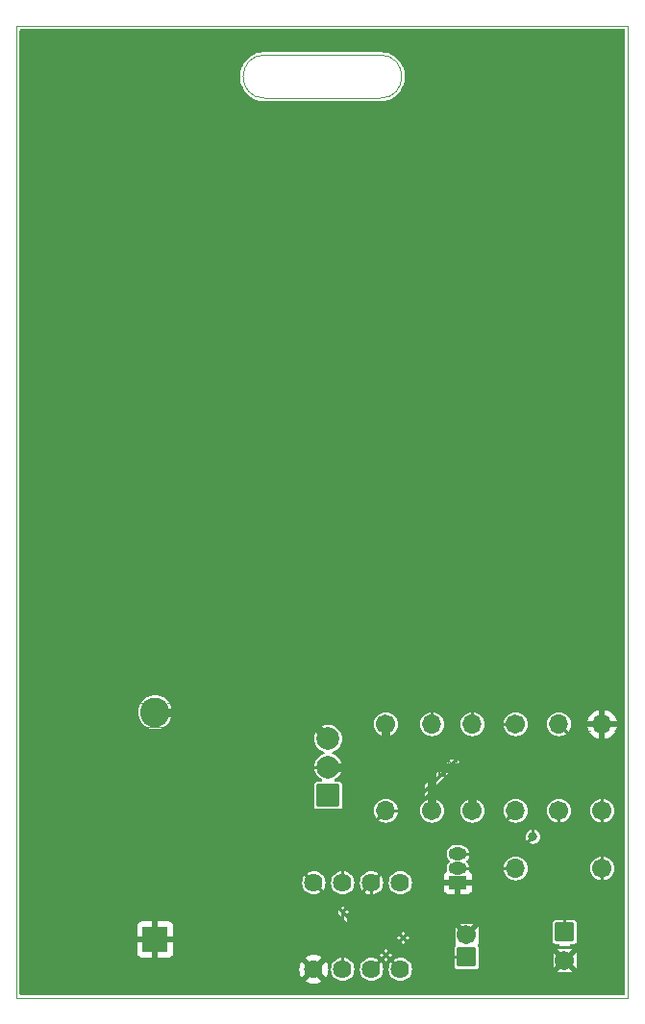
<source format=gm1>
%TF.GenerationSoftware,KiCad,Pcbnew,7.0.7-7.0.7~ubuntu22.04.1*%
%TF.CreationDate,2023-09-15T13:26:23-04:00*%
%TF.ProjectId,test_project,74657374-5f70-4726-9f6a-6563742e6b69,v01*%
%TF.SameCoordinates,Original*%
%TF.FileFunction,Profile,NP*%
%FSLAX46Y46*%
G04 Gerber Fmt 4.6, Leading zero omitted, Abs format (unit mm)*
G04 Created by KiCad (PCBNEW 7.0.7-7.0.7~ubuntu22.04.1) date 2023-09-15 13:26:23*
%MOMM*%
%LPD*%
G01*
G04 APERTURE LIST*
G04 Aperture macros list*
%AMRoundRect*
0 Rectangle with rounded corners*
0 $1 Rounding radius*
0 $2 $3 $4 $5 $6 $7 $8 $9 X,Y pos of 4 corners*
0 Add a 4 corners polygon primitive as box body*
4,1,4,$2,$3,$4,$5,$6,$7,$8,$9,$2,$3,0*
0 Add four circle primitives for the rounded corners*
1,1,$1+$1,$2,$3*
1,1,$1+$1,$4,$5*
1,1,$1+$1,$6,$7*
1,1,$1+$1,$8,$9*
0 Add four rect primitives between the rounded corners*
20,1,$1+$1,$2,$3,$4,$5,0*
20,1,$1+$1,$4,$5,$6,$7,0*
20,1,$1+$1,$6,$7,$8,$9,0*
20,1,$1+$1,$8,$9,$2,$3,0*%
G04 Aperture macros list end*
%TA.AperFunction,Profile*%
%ADD10C,0.025400*%
%TD*%
%TA.AperFunction,ComponentPad*%
%ADD11C,1.600000*%
%TD*%
%TA.AperFunction,ComponentPad*%
%ADD12O,1.600000X1.600000*%
%TD*%
%TA.AperFunction,ComponentPad*%
%ADD13R,1.900000X1.900000*%
%TD*%
%TA.AperFunction,ComponentPad*%
%ADD14C,1.900000*%
%TD*%
%TA.AperFunction,ComponentPad*%
%ADD15R,1.600000X1.600000*%
%TD*%
%TA.AperFunction,ComponentPad*%
%ADD16R,1.800000X1.800000*%
%TD*%
%TA.AperFunction,ComponentPad*%
%ADD17C,1.800000*%
%TD*%
%TA.AperFunction,ComponentPad*%
%ADD18C,1.524000*%
%TD*%
%TA.AperFunction,ComponentPad*%
%ADD19R,2.170000X2.170000*%
%TD*%
%TA.AperFunction,ComponentPad*%
%ADD20C,2.500000*%
%TD*%
%TA.AperFunction,ComponentPad*%
%ADD21R,1.500000X1.000000*%
%TD*%
%TA.AperFunction,ComponentPad*%
%ADD22O,1.500000X1.000000*%
%TD*%
%TA.AperFunction,ViaPad*%
%ADD23C,0.800000*%
%TD*%
%TA.AperFunction,Conductor*%
%ADD24C,0.762000*%
%TD*%
%TA.AperFunction,Conductor*%
%ADD25C,0.254000*%
%TD*%
%ADD26C,0.300000*%
%TA.AperFunction,NonConductor*%
%ADD27C,0.300000*%
%TD*%
%ADD28C,0.150000*%
%ADD29C,0.120000*%
%ADD30C,0.100000*%
%ADD31C,0.203200*%
%ADD32C,1.701600*%
%ADD33O,1.701600X1.701600*%
%ADD34RoundRect,0.050800X0.950000X-0.950000X0.950000X0.950000X-0.950000X0.950000X-0.950000X-0.950000X0*%
%ADD35C,2.001600*%
%ADD36RoundRect,0.050800X-0.800000X0.800000X-0.800000X-0.800000X0.800000X-0.800000X0.800000X0.800000X0*%
%ADD37RoundRect,0.050800X0.900000X-0.900000X0.900000X0.900000X-0.900000X0.900000X-0.900000X-0.900000X0*%
%ADD38C,1.901600*%
%ADD39C,1.625600*%
%ADD40RoundRect,0.050800X1.085000X-1.085000X1.085000X1.085000X-1.085000X1.085000X-1.085000X-1.085000X0*%
%ADD41C,2.601600*%
%ADD42RoundRect,0.050800X-0.750000X0.500000X-0.750000X-0.500000X0.750000X-0.500000X0.750000X0.500000X0*%
%ADD43O,1.601600X1.101600*%
%ADD44RoundRect,0.050800X0.800000X-0.800000X0.800000X0.800000X-0.800000X0.800000X-0.800000X-0.800000X0*%
G04 APERTURE END LIST*
D10*
X127000000Y-127000000D02*
X180848000Y-127000000D01*
X127000000Y-41402000D02*
X180848000Y-41402000D01*
X148844000Y-43942000D02*
X159004000Y-43942000D01*
X148844000Y-47752000D02*
X159004000Y-47752000D01*
X159004000Y-47752000D02*
G75*
G03*
X159004000Y-43942000I0J1905000D01*
G01*
X180848000Y-41402000D02*
X180848000Y-127000000D01*
X148844000Y-43942000D02*
G75*
G03*
X148844000Y-47752000I0J-1905000D01*
G01*
X127000000Y-41402000D02*
X127000000Y-127000000D01*
D11*
%TO.P,R3,1*%
%TO.N,Net-(U1-OUT)*%
X174752000Y-110490000D03*
D12*
%TO.P,R3,2*%
%TO.N,Net-(C2-Pad1)*%
X174752000Y-102870000D03*
%TD*%
D11*
%TO.P,R2,1*%
%TO.N,Net-(U1-DIS)*%
X170942000Y-102870000D03*
D12*
%TO.P,R2,2*%
%TO.N,Net-(U1-THRESH)*%
X170942000Y-110490000D03*
%TD*%
D13*
%TO.P,S1,1*%
%TO.N,unconnected-(S1-Pad1)*%
X154432000Y-109140000D03*
D14*
%TO.P,S1,2*%
%TO.N,VCC*%
X154432000Y-106640000D03*
%TO.P,S1,3*%
%TO.N,Net-(BAT1-PadPos)*%
X154432000Y-104140000D03*
%TD*%
D15*
%TO.P,C2,1*%
%TO.N,Net-(C2-Pad1)*%
X175260000Y-121158000D03*
D11*
%TO.P,C2,2*%
%TO.N,GND*%
X175260000Y-123658000D03*
%TD*%
%TO.P,R6,1*%
%TO.N,VCC*%
X163576000Y-110490000D03*
D12*
%TO.P,R6,2*%
%TO.N,Net-(D1-A)*%
X163576000Y-102870000D03*
%TD*%
D16*
%TO.P,D2,1,K*%
%TO.N,Net-(D1-K)*%
X147574000Y-74930000D03*
D17*
%TO.P,D2,2,A*%
%TO.N,Net-(D2-A)*%
X147574000Y-72390000D03*
%TD*%
D11*
%TO.P,R5,1*%
%TO.N,Net-(C2-Pad1)*%
X178562000Y-115570000D03*
D12*
%TO.P,R5,2*%
%TO.N,Net-(Q1-B)*%
X170942000Y-115570000D03*
%TD*%
D18*
%TO.P,U1,1,GND*%
%TO.N,GND*%
X153162000Y-124460000D03*
%TO.P,U1,2,~{TRIG}*%
%TO.N,Net-(U1-THRESH)*%
X155702000Y-124460000D03*
%TO.P,U1,3,OUT*%
%TO.N,Net-(U1-OUT)*%
X158242000Y-124460000D03*
%TO.P,U1,4,~{RST}*%
%TO.N,VCC*%
X160782000Y-124460000D03*
%TO.P,U1,5,CV*%
%TO.N,unconnected-(U1-CV-Pad5)*%
X160782000Y-116840000D03*
%TO.P,U1,6,THRESH*%
%TO.N,Net-(U1-THRESH)*%
X158242000Y-116840000D03*
%TO.P,U1,7,DIS*%
%TO.N,Net-(U1-DIS)*%
X155702000Y-116840000D03*
%TO.P,U1,8,VDD*%
%TO.N,VCC*%
X153162000Y-116840000D03*
%TD*%
D11*
%TO.P,R4,1*%
%TO.N,Net-(C2-Pad1)*%
X178562000Y-110490000D03*
D12*
%TO.P,R4,2*%
%TO.N,GND*%
X178562000Y-102870000D03*
%TD*%
D16*
%TO.P,D1,1,K*%
%TO.N,Net-(D1-K)*%
X160274000Y-74930000D03*
D17*
%TO.P,D1,2,A*%
%TO.N,Net-(D1-A)*%
X160274000Y-72390000D03*
%TD*%
D19*
%TO.P,BAT1,Neg*%
%TO.N,GND*%
X139192000Y-121805700D03*
D20*
%TO.P,BAT1,Pos*%
%TO.N,Net-(BAT1-PadPos)*%
X139192000Y-101805700D03*
%TD*%
D11*
%TO.P,R7,1*%
%TO.N,VCC*%
X167132000Y-110490000D03*
D12*
%TO.P,R7,2*%
%TO.N,Net-(D2-A)*%
X167132000Y-102870000D03*
%TD*%
D11*
%TO.P,R1,1*%
%TO.N,VCC*%
X159512000Y-102870000D03*
D12*
%TO.P,R1,2*%
%TO.N,Net-(U1-DIS)*%
X159512000Y-110490000D03*
%TD*%
D21*
%TO.P,Q1,1,E*%
%TO.N,GND*%
X165862000Y-116840000D03*
D22*
%TO.P,Q1,2,B*%
%TO.N,Net-(Q1-B)*%
X165862000Y-115570000D03*
%TO.P,Q1,3,C*%
%TO.N,Net-(D1-K)*%
X165862000Y-114300000D03*
%TD*%
D15*
%TO.P,C1,1*%
%TO.N,Net-(U1-THRESH)*%
X166624000Y-123383113D03*
D11*
%TO.P,C1,2*%
%TO.N,GND*%
X166624000Y-121383113D03*
%TD*%
D23*
%TO.N,Net-(D1-K)*%
X172466000Y-112776000D03*
%TD*%
D24*
%TO.N,Net-(BAT1-PadPos)*%
X152097700Y-101805700D02*
X154432000Y-104140000D01*
X139192000Y-101805700D02*
X152097700Y-101805700D01*
D25*
%TO.N,Net-(U1-THRESH)*%
X158242000Y-118872000D02*
X162814000Y-123444000D01*
X169418000Y-112014000D02*
X163068000Y-112014000D01*
X162814000Y-123444000D02*
X162874887Y-123383113D01*
X162874887Y-123383113D02*
X166624000Y-123383113D01*
X170942000Y-110490000D02*
X169418000Y-112014000D01*
X163068000Y-112014000D02*
X158242000Y-116840000D01*
X158242000Y-116840000D02*
X158242000Y-118872000D01*
%TO.N,Net-(C2-Pad1)*%
X178562000Y-117856000D02*
X178562000Y-115570000D01*
X178562000Y-106680000D02*
X174752000Y-102870000D01*
X178562000Y-110490000D02*
X178562000Y-106680000D01*
X178562000Y-115570000D02*
X178562000Y-110490000D01*
X175260000Y-121158000D02*
X175260000Y-119888000D01*
X175260000Y-119888000D02*
X176784000Y-118364000D01*
X178054000Y-118364000D02*
X178562000Y-117856000D01*
X176784000Y-118364000D02*
X178054000Y-118364000D01*
%TO.N,Net-(D1-K)*%
X165862000Y-114300000D02*
X170942000Y-114300000D01*
X170942000Y-114300000D02*
X172466000Y-112776000D01*
%TO.N,Net-(Q1-B)*%
X170942000Y-115570000D02*
X165862000Y-115570000D01*
D24*
%TO.N,VCC*%
X163576000Y-106894000D02*
X163830000Y-106640000D01*
D25*
X153162000Y-116840000D02*
X160782000Y-124460000D01*
X151384000Y-107696000D02*
X151384000Y-115062000D01*
D24*
X163830000Y-106640000D02*
X165568000Y-106640000D01*
X163322000Y-106640000D02*
X163830000Y-106640000D01*
D25*
X154432000Y-106640000D02*
X152440000Y-106640000D01*
D24*
X165568000Y-106640000D02*
X167132000Y-108204000D01*
D25*
X152440000Y-106640000D02*
X151384000Y-107696000D01*
D24*
X159512000Y-106640000D02*
X163322000Y-106640000D01*
X159512000Y-102870000D02*
X159512000Y-106640000D01*
D25*
X151384000Y-115062000D02*
X153162000Y-116840000D01*
D24*
X167132000Y-108204000D02*
X167132000Y-110490000D01*
X163576000Y-110490000D02*
X163576000Y-106894000D01*
X154432000Y-106640000D02*
X159512000Y-106640000D01*
%TD*%
%TA.AperFunction,Conductor*%
%TO.N,GND*%
G36*
X180535621Y-41676502D02*
G01*
X180582114Y-41730158D01*
X180593500Y-41782500D01*
X180593500Y-126619500D01*
X180573498Y-126687621D01*
X180519842Y-126734114D01*
X180467500Y-126745500D01*
X127380500Y-126745500D01*
X127312379Y-126725498D01*
X127265886Y-126671842D01*
X127254500Y-126619500D01*
X127254500Y-124460000D01*
X151887149Y-124460000D01*
X151906517Y-124681374D01*
X151964031Y-124896023D01*
X151964033Y-124896027D01*
X152057946Y-125097425D01*
X152102184Y-125160603D01*
X152102185Y-125160603D01*
X152635072Y-124627715D01*
X152697385Y-124593690D01*
X152768200Y-124598754D01*
X152825036Y-124641301D01*
X152829651Y-124647895D01*
X152877810Y-124721609D01*
X152877811Y-124721610D01*
X152877812Y-124721611D01*
X152877813Y-124721612D01*
X152978157Y-124799713D01*
X152978158Y-124799713D01*
X152979904Y-124801072D01*
X153021375Y-124858697D01*
X153025109Y-124929596D01*
X152991609Y-124989599D01*
X152461395Y-125519813D01*
X152461395Y-125519814D01*
X152524575Y-125564053D01*
X152524574Y-125564053D01*
X152725972Y-125657966D01*
X152725976Y-125657968D01*
X152940625Y-125715482D01*
X153161999Y-125734850D01*
X153383374Y-125715482D01*
X153598023Y-125657968D01*
X153598027Y-125657966D01*
X153799425Y-125564053D01*
X153799426Y-125564052D01*
X153862603Y-125519814D01*
X153862603Y-125519813D01*
X153329502Y-124986713D01*
X153295477Y-124924400D01*
X153300541Y-124853585D01*
X153343088Y-124796749D01*
X153358621Y-124786807D01*
X153399251Y-124764820D01*
X153485371Y-124671269D01*
X153486631Y-124668395D01*
X153489401Y-124665098D01*
X153491080Y-124662530D01*
X153491390Y-124662732D01*
X153532307Y-124614045D01*
X153600118Y-124593016D01*
X153668533Y-124611987D01*
X153691116Y-124629907D01*
X154221812Y-125160603D01*
X154221814Y-125160603D01*
X154266052Y-125097426D01*
X154266053Y-125097425D01*
X154359966Y-124896027D01*
X154359968Y-124896023D01*
X154417482Y-124681374D01*
X154433408Y-124499346D01*
X154448828Y-124459926D01*
X154669016Y-124459926D01*
X154682459Y-124485502D01*
X154684322Y-124497978D01*
X154700206Y-124659261D01*
X154700206Y-124659263D01*
X154758332Y-124850877D01*
X154758334Y-124850883D01*
X154830937Y-124986713D01*
X154852722Y-125027469D01*
X154979748Y-125182252D01*
X155134531Y-125309278D01*
X155311120Y-125403667D01*
X155502731Y-125461792D01*
X155502735Y-125461792D01*
X155502737Y-125461793D01*
X155701997Y-125481418D01*
X155702000Y-125481418D01*
X155702003Y-125481418D01*
X155901261Y-125461793D01*
X155901263Y-125461793D01*
X155901264Y-125461792D01*
X155901269Y-125461792D01*
X156092880Y-125403667D01*
X156269469Y-125309278D01*
X156424252Y-125182252D01*
X156551278Y-125027469D01*
X156645667Y-124850880D01*
X156703792Y-124659269D01*
X156719678Y-124497978D01*
X156723418Y-124460003D01*
X157220582Y-124460003D01*
X157240206Y-124659261D01*
X157240206Y-124659263D01*
X157298332Y-124850877D01*
X157298334Y-124850883D01*
X157370937Y-124986713D01*
X157392722Y-125027469D01*
X157519748Y-125182252D01*
X157674531Y-125309278D01*
X157851120Y-125403667D01*
X158042731Y-125461792D01*
X158042735Y-125461792D01*
X158042737Y-125461793D01*
X158241997Y-125481418D01*
X158242000Y-125481418D01*
X158242003Y-125481418D01*
X158441261Y-125461793D01*
X158441263Y-125461793D01*
X158441264Y-125461792D01*
X158441269Y-125461792D01*
X158632880Y-125403667D01*
X158809469Y-125309278D01*
X158964252Y-125182252D01*
X159091278Y-125027469D01*
X159185667Y-124850880D01*
X159243792Y-124659269D01*
X159259678Y-124497978D01*
X159263418Y-124460003D01*
X159263418Y-124459996D01*
X159243793Y-124260738D01*
X159243793Y-124260736D01*
X159243792Y-124260733D01*
X159243792Y-124260731D01*
X159185667Y-124069120D01*
X159184078Y-124066148D01*
X159091279Y-123892533D01*
X159091278Y-123892531D01*
X158964252Y-123737748D01*
X158809469Y-123610722D01*
X158809467Y-123610721D01*
X158809466Y-123610720D01*
X158632883Y-123516334D01*
X158632877Y-123516332D01*
X158441262Y-123458206D01*
X158242003Y-123438582D01*
X158241997Y-123438582D01*
X158042738Y-123458206D01*
X158042736Y-123458206D01*
X157851122Y-123516332D01*
X157851116Y-123516334D01*
X157674533Y-123610720D01*
X157519748Y-123737748D01*
X157392720Y-123892533D01*
X157298334Y-124069116D01*
X157298332Y-124069122D01*
X157240206Y-124260736D01*
X157240206Y-124260738D01*
X157220582Y-124459996D01*
X157220582Y-124460003D01*
X156723418Y-124460003D01*
X156723418Y-124459996D01*
X156703793Y-124260738D01*
X156703793Y-124260736D01*
X156703792Y-124260733D01*
X156703792Y-124260731D01*
X156645667Y-124069120D01*
X156644078Y-124066148D01*
X156551279Y-123892533D01*
X156551278Y-123892531D01*
X156424252Y-123737748D01*
X156269469Y-123610722D01*
X156269467Y-123610721D01*
X156269466Y-123610720D01*
X156092883Y-123516334D01*
X156092877Y-123516332D01*
X155901262Y-123458206D01*
X155702003Y-123438582D01*
X155701997Y-123438582D01*
X155502738Y-123458206D01*
X155502736Y-123458206D01*
X155311122Y-123516332D01*
X155311116Y-123516334D01*
X155134533Y-123610720D01*
X154979748Y-123737748D01*
X154852720Y-123892533D01*
X154758334Y-124069116D01*
X154758332Y-124069122D01*
X154700206Y-124260736D01*
X154700206Y-124260738D01*
X154684322Y-124422021D01*
X154669016Y-124459926D01*
X154448828Y-124459926D01*
X154448833Y-124459913D01*
X154435136Y-124433149D01*
X154433408Y-124420653D01*
X154417482Y-124238625D01*
X154359968Y-124023976D01*
X154359966Y-124023972D01*
X154266051Y-123822571D01*
X154221815Y-123759395D01*
X154221813Y-123759395D01*
X153688925Y-124292283D01*
X153626613Y-124326308D01*
X153555797Y-124321243D01*
X153498962Y-124278696D01*
X153494347Y-124272102D01*
X153446189Y-124198390D01*
X153446188Y-124198389D01*
X153359878Y-124131211D01*
X153345843Y-124120287D01*
X153345842Y-124120286D01*
X153344094Y-124118926D01*
X153302623Y-124061301D01*
X153298889Y-123990402D01*
X153332390Y-123930398D01*
X153862603Y-123400185D01*
X153862603Y-123400184D01*
X153799425Y-123355946D01*
X153598027Y-123262033D01*
X153598023Y-123262031D01*
X153383374Y-123204517D01*
X153161999Y-123185149D01*
X152940625Y-123204517D01*
X152725976Y-123262031D01*
X152725972Y-123262033D01*
X152524575Y-123355946D01*
X152461395Y-123400184D01*
X152994497Y-123933286D01*
X153028522Y-123995599D01*
X153023458Y-124066414D01*
X152980911Y-124123250D01*
X152965372Y-124133195D01*
X152924750Y-124155178D01*
X152838630Y-124248729D01*
X152838626Y-124248735D01*
X152837364Y-124251613D01*
X152834591Y-124254911D01*
X152832920Y-124257470D01*
X152832610Y-124257267D01*
X152791682Y-124305961D01*
X152723869Y-124326983D01*
X152655456Y-124308006D01*
X152632883Y-124290092D01*
X152102185Y-123759394D01*
X152057946Y-123822575D01*
X151964033Y-124023972D01*
X151964031Y-124023976D01*
X151906517Y-124238625D01*
X151887149Y-124460000D01*
X127254500Y-124460000D01*
X127254500Y-122939297D01*
X137599000Y-122939297D01*
X137605505Y-122999793D01*
X137656555Y-123136664D01*
X137656555Y-123136665D01*
X137744095Y-123253604D01*
X137861034Y-123341144D01*
X137997906Y-123392194D01*
X138058402Y-123398699D01*
X138058415Y-123398700D01*
X138938000Y-123398700D01*
X138938000Y-122505983D01*
X138958002Y-122437862D01*
X139011658Y-122391369D01*
X139080443Y-122381061D01*
X139153656Y-122390700D01*
X139153664Y-122390700D01*
X139230336Y-122390700D01*
X139230344Y-122390700D01*
X139303556Y-122381061D01*
X139373702Y-122392000D01*
X139426801Y-122439128D01*
X139446000Y-122505983D01*
X139446000Y-123398700D01*
X140325585Y-123398700D01*
X140325597Y-123398699D01*
X140386093Y-123392194D01*
X140522964Y-123341144D01*
X140522965Y-123341144D01*
X140639904Y-123253604D01*
X140727444Y-123136665D01*
X140727444Y-123136664D01*
X140778494Y-122999793D01*
X140784999Y-122939297D01*
X140785000Y-122939285D01*
X140785000Y-122059700D01*
X139892284Y-122059700D01*
X139824163Y-122039698D01*
X139777670Y-121986042D01*
X139767362Y-121917254D01*
X139782048Y-121805700D01*
X139782048Y-121805699D01*
X139767362Y-121694146D01*
X139778301Y-121623997D01*
X139825430Y-121570899D01*
X139892284Y-121551700D01*
X140785000Y-121551700D01*
X140785000Y-120672114D01*
X140784999Y-120672102D01*
X140778494Y-120611606D01*
X140727444Y-120474735D01*
X140727444Y-120474734D01*
X140639904Y-120357795D01*
X140522965Y-120270255D01*
X140386093Y-120219205D01*
X140325597Y-120212700D01*
X139446000Y-120212700D01*
X139446000Y-121105416D01*
X139425998Y-121173537D01*
X139372342Y-121220030D01*
X139303555Y-121230338D01*
X139230348Y-121220700D01*
X139230344Y-121220700D01*
X139153656Y-121220700D01*
X139153651Y-121220700D01*
X139080445Y-121230338D01*
X139010296Y-121219398D01*
X138957198Y-121172270D01*
X138938000Y-121105416D01*
X138938000Y-120212700D01*
X138058402Y-120212700D01*
X137997906Y-120219205D01*
X137861035Y-120270255D01*
X137861034Y-120270255D01*
X137744095Y-120357795D01*
X137656555Y-120474734D01*
X137656555Y-120474735D01*
X137605505Y-120611606D01*
X137599000Y-120672102D01*
X137599000Y-121551700D01*
X138491716Y-121551700D01*
X138559837Y-121571702D01*
X138606330Y-121625358D01*
X138616638Y-121694146D01*
X138601952Y-121805699D01*
X138601952Y-121805700D01*
X138616638Y-121917254D01*
X138605699Y-121987403D01*
X138558570Y-122040501D01*
X138491716Y-122059700D01*
X137599000Y-122059700D01*
X137599000Y-122939297D01*
X127254500Y-122939297D01*
X127254500Y-101805700D01*
X137682848Y-101805700D01*
X137701428Y-102041782D01*
X137756711Y-102272054D01*
X137842060Y-102478105D01*
X137847336Y-102490841D01*
X137953011Y-102663288D01*
X137971071Y-102692758D01*
X137971072Y-102692760D01*
X138124867Y-102872832D01*
X138268082Y-102995148D01*
X138304943Y-103026630D01*
X138506859Y-103150364D01*
X138725646Y-103240989D01*
X138955917Y-103296272D01*
X139192000Y-103314852D01*
X139428083Y-103296272D01*
X139658354Y-103240989D01*
X139877141Y-103150364D01*
X140079057Y-103026630D01*
X140259132Y-102872832D01*
X140412930Y-102692757D01*
X140530214Y-102501365D01*
X140582862Y-102453734D01*
X140637647Y-102441200D01*
X151782278Y-102441200D01*
X151850399Y-102461202D01*
X151871373Y-102478105D01*
X153206883Y-103813616D01*
X153240909Y-103875928D01*
X153243251Y-103914337D01*
X153242936Y-103917726D01*
X153242937Y-103917726D01*
X153222341Y-104139995D01*
X153222340Y-104140005D01*
X153242936Y-104362272D01*
X153242937Y-104362274D01*
X153304026Y-104576980D01*
X153403526Y-104776804D01*
X153403527Y-104776805D01*
X153403528Y-104776807D01*
X153538048Y-104954942D01*
X153703014Y-105105328D01*
X153703016Y-105105329D01*
X153703017Y-105105330D01*
X153892808Y-105222843D01*
X153937439Y-105240133D01*
X154021009Y-105272509D01*
X154077304Y-105315768D01*
X154101274Y-105382596D01*
X154085310Y-105451774D01*
X154034479Y-105501340D01*
X154021009Y-105507491D01*
X153892814Y-105557154D01*
X153892807Y-105557157D01*
X153703014Y-105674671D01*
X153538048Y-105825057D01*
X153403528Y-106003192D01*
X153403526Y-106003195D01*
X153403526Y-106003196D01*
X153311173Y-106188665D01*
X153262907Y-106240726D01*
X153198385Y-106258500D01*
X152492640Y-106258500D01*
X152466781Y-106255818D01*
X152455983Y-106253553D01*
X152433644Y-106256338D01*
X152420185Y-106258016D01*
X152412395Y-106258500D01*
X152408389Y-106258500D01*
X152392799Y-106261101D01*
X152385003Y-106262402D01*
X152329638Y-106269303D01*
X152321990Y-106271580D01*
X152314414Y-106274181D01*
X152265369Y-106300722D01*
X152215255Y-106325222D01*
X152208760Y-106329859D01*
X152202436Y-106334781D01*
X152164668Y-106375808D01*
X151151455Y-107389020D01*
X151131282Y-107405404D01*
X151122041Y-107411441D01*
X151099896Y-107439893D01*
X151094736Y-107445738D01*
X151091892Y-107448583D01*
X151078099Y-107467900D01*
X151043840Y-107511916D01*
X151040030Y-107518958D01*
X151036524Y-107526129D01*
X151020610Y-107579586D01*
X151002499Y-107632339D01*
X151001184Y-107640218D01*
X151000194Y-107648160D01*
X151002500Y-107703884D01*
X151002500Y-115009366D01*
X150999818Y-115035223D01*
X150997554Y-115046016D01*
X151000110Y-115066518D01*
X151002016Y-115081809D01*
X151002500Y-115089600D01*
X151002500Y-115093615D01*
X151002499Y-115093615D01*
X151006047Y-115114875D01*
X151006298Y-115116377D01*
X151006403Y-115117003D01*
X151013303Y-115172357D01*
X151015588Y-115180032D01*
X151018180Y-115187582D01*
X151018181Y-115187585D01*
X151018182Y-115187586D01*
X151044729Y-115236641D01*
X151060606Y-115269118D01*
X151069225Y-115286748D01*
X151073868Y-115293251D01*
X151078782Y-115299565D01*
X151119819Y-115337341D01*
X152168018Y-116385540D01*
X152202043Y-116447852D01*
X152199498Y-116511210D01*
X152188051Y-116548945D01*
X152160206Y-116640736D01*
X152160206Y-116640738D01*
X152140582Y-116839996D01*
X152140582Y-116840003D01*
X152160206Y-117039261D01*
X152160206Y-117039263D01*
X152218332Y-117230877D01*
X152218334Y-117230883D01*
X152312720Y-117407466D01*
X152312722Y-117407469D01*
X152439748Y-117562252D01*
X152594531Y-117689278D01*
X152594533Y-117689279D01*
X152762474Y-117779046D01*
X152771120Y-117783667D01*
X152962731Y-117841792D01*
X152962735Y-117841792D01*
X152962737Y-117841793D01*
X153161997Y-117861418D01*
X153162000Y-117861418D01*
X153162003Y-117861418D01*
X153361261Y-117841793D01*
X153361262Y-117841792D01*
X153361269Y-117841792D01*
X153490789Y-117802501D01*
X153561781Y-117801868D01*
X153616459Y-117833981D01*
X159788018Y-124005540D01*
X159822044Y-124067852D01*
X159819498Y-124131210D01*
X159812227Y-124155180D01*
X159780206Y-124260736D01*
X159780206Y-124260738D01*
X159760582Y-124459996D01*
X159760582Y-124460003D01*
X159780206Y-124659261D01*
X159780206Y-124659263D01*
X159838332Y-124850877D01*
X159838334Y-124850883D01*
X159910937Y-124986713D01*
X159932722Y-125027469D01*
X160059748Y-125182252D01*
X160214531Y-125309278D01*
X160391120Y-125403667D01*
X160582731Y-125461792D01*
X160582735Y-125461792D01*
X160582737Y-125461793D01*
X160781997Y-125481418D01*
X160782000Y-125481418D01*
X160782003Y-125481418D01*
X160981261Y-125461793D01*
X160981263Y-125461793D01*
X160981264Y-125461792D01*
X160981269Y-125461792D01*
X161172880Y-125403667D01*
X161349469Y-125309278D01*
X161504252Y-125182252D01*
X161631278Y-125027469D01*
X161725667Y-124850880D01*
X161783792Y-124659269D01*
X161799678Y-124497978D01*
X161803418Y-124460003D01*
X161803418Y-124459996D01*
X161783793Y-124260738D01*
X161783793Y-124260736D01*
X161783792Y-124260733D01*
X161783792Y-124260731D01*
X161725667Y-124069120D01*
X161724078Y-124066148D01*
X161631279Y-123892533D01*
X161631278Y-123892531D01*
X161504252Y-123737748D01*
X161349469Y-123610722D01*
X161349467Y-123610721D01*
X161349466Y-123610720D01*
X161172883Y-123516334D01*
X161172877Y-123516332D01*
X160981262Y-123458206D01*
X160782003Y-123438582D01*
X160781997Y-123438582D01*
X160582738Y-123458206D01*
X160582736Y-123458206D01*
X160496318Y-123484421D01*
X160453210Y-123497498D01*
X160382217Y-123498131D01*
X160327540Y-123466018D01*
X154155982Y-117294459D01*
X154121956Y-117232147D01*
X154124503Y-117168788D01*
X154163791Y-117039272D01*
X154163793Y-117039261D01*
X154183418Y-116840003D01*
X154680582Y-116840003D01*
X154700206Y-117039261D01*
X154700206Y-117039263D01*
X154758332Y-117230877D01*
X154758334Y-117230883D01*
X154852720Y-117407466D01*
X154852722Y-117407469D01*
X154979748Y-117562252D01*
X155134531Y-117689278D01*
X155134533Y-117689279D01*
X155302474Y-117779046D01*
X155311120Y-117783667D01*
X155502731Y-117841792D01*
X155502735Y-117841792D01*
X155502737Y-117841793D01*
X155701997Y-117861418D01*
X155702000Y-117861418D01*
X155702003Y-117861418D01*
X155901261Y-117841793D01*
X155901263Y-117841793D01*
X155901264Y-117841792D01*
X155901269Y-117841792D01*
X156092880Y-117783667D01*
X156269469Y-117689278D01*
X156424252Y-117562252D01*
X156551278Y-117407469D01*
X156645667Y-117230880D01*
X156703792Y-117039269D01*
X156706268Y-117014133D01*
X156723418Y-116840003D01*
X156723418Y-116839996D01*
X156703793Y-116640738D01*
X156703793Y-116640736D01*
X156703792Y-116640733D01*
X156703792Y-116640731D01*
X156645667Y-116449120D01*
X156551278Y-116272531D01*
X156424252Y-116117748D01*
X156269469Y-115990722D01*
X156269467Y-115990721D01*
X156269466Y-115990720D01*
X156092883Y-115896334D01*
X156092877Y-115896332D01*
X155927015Y-115846018D01*
X155901269Y-115838208D01*
X155901268Y-115838207D01*
X155901262Y-115838206D01*
X155702003Y-115818582D01*
X155701997Y-115818582D01*
X155502738Y-115838206D01*
X155502736Y-115838206D01*
X155311122Y-115896332D01*
X155311116Y-115896334D01*
X155134533Y-115990720D01*
X154979748Y-116117748D01*
X154852720Y-116272533D01*
X154758334Y-116449116D01*
X154758332Y-116449122D01*
X154700206Y-116640736D01*
X154700206Y-116640738D01*
X154680582Y-116839996D01*
X154680582Y-116840003D01*
X154183418Y-116840003D01*
X154183418Y-116839996D01*
X154163793Y-116640738D01*
X154163793Y-116640736D01*
X154163792Y-116640733D01*
X154163792Y-116640731D01*
X154105667Y-116449120D01*
X154011278Y-116272531D01*
X153884252Y-116117748D01*
X153729469Y-115990722D01*
X153729467Y-115990721D01*
X153729466Y-115990720D01*
X153552883Y-115896334D01*
X153552877Y-115896332D01*
X153387015Y-115846018D01*
X153361269Y-115838208D01*
X153361268Y-115838207D01*
X153361262Y-115838206D01*
X153162003Y-115818582D01*
X153161997Y-115818582D01*
X152962738Y-115838206D01*
X152962733Y-115838207D01*
X152833210Y-115877497D01*
X152762216Y-115878130D01*
X152707541Y-115846018D01*
X151802404Y-114940881D01*
X151768379Y-114878569D01*
X151765500Y-114851786D01*
X151765500Y-110490003D01*
X158452398Y-110490003D01*
X158472756Y-110696711D01*
X158533055Y-110895492D01*
X158630974Y-111078686D01*
X158762747Y-111239252D01*
X158923313Y-111371024D01*
X158923313Y-111371025D01*
X158923317Y-111371027D01*
X159106508Y-111468945D01*
X159305282Y-111529242D01*
X159305286Y-111529242D01*
X159305288Y-111529243D01*
X159511997Y-111549602D01*
X159512000Y-111549602D01*
X159512003Y-111549602D01*
X159718711Y-111529243D01*
X159718712Y-111529242D01*
X159718718Y-111529242D01*
X159917492Y-111468945D01*
X160100683Y-111371027D01*
X160100684Y-111371025D01*
X160100686Y-111371025D01*
X160100686Y-111371024D01*
X160261252Y-111239252D01*
X160393027Y-111078683D01*
X160490945Y-110895492D01*
X160551242Y-110696718D01*
X160571602Y-110490000D01*
X160571602Y-110489996D01*
X160551243Y-110283288D01*
X160551242Y-110283286D01*
X160551242Y-110283282D01*
X160490945Y-110084508D01*
X160393027Y-109901317D01*
X160393025Y-109901313D01*
X160261252Y-109740747D01*
X160100686Y-109608975D01*
X160100686Y-109608974D01*
X159917492Y-109511055D01*
X159893499Y-109503777D01*
X159718718Y-109450758D01*
X159718717Y-109450757D01*
X159718711Y-109450756D01*
X159512003Y-109430398D01*
X159511997Y-109430398D01*
X159305288Y-109450756D01*
X159106507Y-109511055D01*
X158923313Y-109608974D01*
X158923313Y-109608975D01*
X158762747Y-109740747D01*
X158630975Y-109901313D01*
X158630974Y-109901313D01*
X158533055Y-110084507D01*
X158472756Y-110283288D01*
X158452398Y-110489996D01*
X158452398Y-110490003D01*
X151765500Y-110490003D01*
X151765500Y-107906213D01*
X151785502Y-107838092D01*
X151802405Y-107817117D01*
X152561119Y-107058404D01*
X152623431Y-107024379D01*
X152650214Y-107021500D01*
X153198385Y-107021500D01*
X153266506Y-107041502D01*
X153311173Y-107091334D01*
X153403526Y-107276804D01*
X153403527Y-107276805D01*
X153403528Y-107276807D01*
X153538048Y-107454942D01*
X153703014Y-107605328D01*
X153703016Y-107605329D01*
X153703017Y-107605330D01*
X153859750Y-107702374D01*
X153907136Y-107755239D01*
X153918419Y-107825333D01*
X153890016Y-107890400D01*
X153830943Y-107929782D01*
X153793418Y-107935500D01*
X153456936Y-107935500D01*
X153456926Y-107935501D01*
X153382699Y-107950265D01*
X153298515Y-108006516D01*
X153242266Y-108090697D01*
X153227500Y-108164930D01*
X153227500Y-110115063D01*
X153227501Y-110115073D01*
X153242265Y-110189300D01*
X153298516Y-110273484D01*
X153382697Y-110329733D01*
X153382699Y-110329734D01*
X153456933Y-110344500D01*
X155407066Y-110344499D01*
X155407069Y-110344498D01*
X155407073Y-110344498D01*
X155456326Y-110334701D01*
X155481301Y-110329734D01*
X155565484Y-110273484D01*
X155621734Y-110189301D01*
X155636500Y-110115067D01*
X155636499Y-108164934D01*
X155636498Y-108164930D01*
X155636498Y-108164926D01*
X155621734Y-108090699D01*
X155565483Y-108006515D01*
X155481302Y-107950266D01*
X155407069Y-107935500D01*
X155070582Y-107935500D01*
X155002461Y-107915498D01*
X154955968Y-107861842D01*
X154945864Y-107791568D01*
X154975358Y-107726988D01*
X155004246Y-107702376D01*
X155160983Y-107605330D01*
X155325950Y-107454943D01*
X155423649Y-107325568D01*
X155480662Y-107283261D01*
X155524199Y-107275500D01*
X159431718Y-107275500D01*
X159440016Y-107275500D01*
X159463626Y-107277731D01*
X159471779Y-107279287D01*
X159530012Y-107275623D01*
X159533945Y-107275500D01*
X162814500Y-107275500D01*
X162882621Y-107295502D01*
X162929114Y-107349158D01*
X162940500Y-107401500D01*
X162940500Y-109587800D01*
X162920498Y-109655921D01*
X162894434Y-109685199D01*
X162826745Y-109740750D01*
X162694975Y-109901313D01*
X162694974Y-109901313D01*
X162597055Y-110084507D01*
X162536756Y-110283288D01*
X162516398Y-110489996D01*
X162516398Y-110490003D01*
X162536756Y-110696711D01*
X162597055Y-110895492D01*
X162694974Y-111078686D01*
X162826747Y-111239252D01*
X162987313Y-111371024D01*
X162987313Y-111371025D01*
X163044790Y-111401747D01*
X163095438Y-111451499D01*
X163111148Y-111520736D01*
X163086932Y-111587475D01*
X163030478Y-111630527D01*
X163000981Y-111637901D01*
X162957642Y-111643303D01*
X162949974Y-111645586D01*
X162942414Y-111648181D01*
X162893369Y-111674722D01*
X162843255Y-111699222D01*
X162836760Y-111703859D01*
X162830436Y-111708781D01*
X162792668Y-111749808D01*
X158696457Y-115846018D01*
X158634145Y-115880044D01*
X158570786Y-115877497D01*
X158441272Y-115838208D01*
X158441261Y-115838206D01*
X158242003Y-115818582D01*
X158241997Y-115818582D01*
X158042738Y-115838206D01*
X158042736Y-115838206D01*
X157851122Y-115896332D01*
X157851116Y-115896334D01*
X157674533Y-115990720D01*
X157519748Y-116117748D01*
X157392720Y-116272533D01*
X157298334Y-116449116D01*
X157298332Y-116449122D01*
X157240206Y-116640736D01*
X157240206Y-116640738D01*
X157220582Y-116839996D01*
X157220582Y-116840003D01*
X157240206Y-117039261D01*
X157240206Y-117039263D01*
X157298332Y-117230877D01*
X157298334Y-117230883D01*
X157392720Y-117407466D01*
X157392722Y-117407469D01*
X157519748Y-117562252D01*
X157674531Y-117689278D01*
X157759850Y-117734882D01*
X157793896Y-117753080D01*
X157844544Y-117802832D01*
X157860500Y-117864202D01*
X157860500Y-118819366D01*
X157857818Y-118845223D01*
X157855554Y-118856016D01*
X157858110Y-118876518D01*
X157860016Y-118891809D01*
X157860500Y-118899600D01*
X157860500Y-118903615D01*
X157860499Y-118903615D01*
X157864403Y-118927003D01*
X157871303Y-118982357D01*
X157873588Y-118990032D01*
X157876180Y-118997582D01*
X157876181Y-118997585D01*
X157876182Y-118997586D01*
X157902729Y-119046641D01*
X157927224Y-119096746D01*
X157927225Y-119096748D01*
X157931868Y-119103251D01*
X157936782Y-119109565D01*
X157977819Y-119147340D01*
X157977819Y-119147341D01*
X162531245Y-123700767D01*
X162534752Y-123704576D01*
X162564028Y-123739142D01*
X162602932Y-123762323D01*
X162607265Y-123765154D01*
X162633806Y-123784103D01*
X162644128Y-123791474D01*
X162644132Y-123791476D01*
X162644515Y-123791590D01*
X162673053Y-123804106D01*
X162673405Y-123804316D01*
X162717732Y-123813610D01*
X162722745Y-123814879D01*
X162766158Y-123827805D01*
X162766553Y-123827788D01*
X162797623Y-123830362D01*
X162798017Y-123830445D01*
X162842956Y-123824842D01*
X162848119Y-123824414D01*
X162893372Y-123822543D01*
X162893735Y-123822401D01*
X162923961Y-123814745D01*
X162924360Y-123814696D01*
X162965052Y-123794801D01*
X162969791Y-123792723D01*
X163011984Y-123776261D01*
X163011985Y-123776259D01*
X163019748Y-123773231D01*
X163065547Y-123764613D01*
X165443501Y-123764613D01*
X165511622Y-123784615D01*
X165558115Y-123838271D01*
X165569501Y-123890613D01*
X165569501Y-124208185D01*
X165584265Y-124282413D01*
X165640516Y-124366597D01*
X165724697Y-124422846D01*
X165724699Y-124422847D01*
X165798933Y-124437613D01*
X167449066Y-124437612D01*
X167449069Y-124437611D01*
X167449073Y-124437611D01*
X167498326Y-124427814D01*
X167523301Y-124422847D01*
X167607484Y-124366597D01*
X167663734Y-124282414D01*
X167678500Y-124208180D01*
X167678499Y-122558047D01*
X167678498Y-122558043D01*
X167678498Y-122558039D01*
X167671113Y-122520911D01*
X167663734Y-122483812D01*
X167663733Y-122483811D01*
X167663734Y-122483811D01*
X167604768Y-122395565D01*
X167583552Y-122327812D01*
X167602334Y-122259345D01*
X167620440Y-122236463D01*
X167629814Y-122227089D01*
X167761087Y-122039611D01*
X167857811Y-121832186D01*
X167857813Y-121832181D01*
X167917048Y-121611115D01*
X167936995Y-121383112D01*
X167917048Y-121155110D01*
X167857813Y-120934044D01*
X167857811Y-120934039D01*
X167761086Y-120726611D01*
X167711100Y-120655223D01*
X167711097Y-120655223D01*
X167165275Y-121201046D01*
X167102963Y-121235072D01*
X167032148Y-121230007D01*
X166975312Y-121187460D01*
X166963913Y-121169154D01*
X166951641Y-121145068D01*
X166951639Y-121145066D01*
X166951638Y-121145064D01*
X166862048Y-121055474D01*
X166862045Y-121055472D01*
X166837955Y-121043197D01*
X166786341Y-120994447D01*
X166769276Y-120925532D01*
X166792178Y-120858331D01*
X166806065Y-120841835D01*
X167351888Y-120296012D01*
X167351888Y-120296011D01*
X167280501Y-120246026D01*
X167073073Y-120149301D01*
X167073068Y-120149299D01*
X166852000Y-120090064D01*
X166852004Y-120090064D01*
X166624000Y-120070117D01*
X166395997Y-120090064D01*
X166174931Y-120149299D01*
X166174926Y-120149301D01*
X165967500Y-120246026D01*
X165896109Y-120296012D01*
X166441934Y-120841836D01*
X166475959Y-120904149D01*
X166470895Y-120974964D01*
X166428348Y-121031800D01*
X166410043Y-121043198D01*
X166385956Y-121055471D01*
X166385951Y-121055474D01*
X166296361Y-121145064D01*
X166296358Y-121145069D01*
X166284085Y-121169156D01*
X166235337Y-121220771D01*
X166166422Y-121237836D01*
X166099220Y-121214935D01*
X166082723Y-121201047D01*
X165536899Y-120655222D01*
X165486913Y-120726613D01*
X165390188Y-120934039D01*
X165390186Y-120934044D01*
X165330951Y-121155110D01*
X165311004Y-121383112D01*
X165330951Y-121611115D01*
X165390186Y-121832181D01*
X165390188Y-121832186D01*
X165486912Y-122039611D01*
X165618184Y-122227087D01*
X165618189Y-122227093D01*
X165627562Y-122236466D01*
X165661588Y-122298778D01*
X165656523Y-122369593D01*
X165643232Y-122395563D01*
X165584266Y-122483810D01*
X165569500Y-122558043D01*
X165569500Y-122875613D01*
X165549498Y-122943734D01*
X165495842Y-122990227D01*
X165443500Y-123001613D01*
X162963325Y-123001613D01*
X162895204Y-122981611D01*
X162874230Y-122964708D01*
X158660405Y-118750882D01*
X158626379Y-118688570D01*
X158623500Y-118661787D01*
X158623500Y-117864202D01*
X158643502Y-117796081D01*
X158690104Y-117753080D01*
X158724150Y-117734882D01*
X158809469Y-117689278D01*
X158964252Y-117562252D01*
X159091278Y-117407469D01*
X159185667Y-117230880D01*
X159243792Y-117039269D01*
X159246268Y-117014133D01*
X159263418Y-116840003D01*
X159760582Y-116840003D01*
X159780206Y-117039261D01*
X159780206Y-117039263D01*
X159838332Y-117230877D01*
X159838334Y-117230883D01*
X159932720Y-117407466D01*
X159932722Y-117407469D01*
X160059748Y-117562252D01*
X160214531Y-117689278D01*
X160214533Y-117689279D01*
X160382474Y-117779046D01*
X160391120Y-117783667D01*
X160582731Y-117841792D01*
X160582735Y-117841792D01*
X160582737Y-117841793D01*
X160781997Y-117861418D01*
X160782000Y-117861418D01*
X160782003Y-117861418D01*
X160981261Y-117841793D01*
X160981263Y-117841793D01*
X160981264Y-117841792D01*
X160981269Y-117841792D01*
X161172880Y-117783667D01*
X161349469Y-117689278D01*
X161504252Y-117562252D01*
X161631278Y-117407469D01*
X161641365Y-117388597D01*
X164604000Y-117388597D01*
X164610505Y-117449093D01*
X164661555Y-117585964D01*
X164661555Y-117585965D01*
X164749095Y-117702904D01*
X164866034Y-117790444D01*
X165002906Y-117841494D01*
X165063402Y-117847999D01*
X165063415Y-117848000D01*
X165608000Y-117848000D01*
X165608000Y-117223396D01*
X165628002Y-117155275D01*
X165681658Y-117108782D01*
X165751932Y-117098678D01*
X165758575Y-117099815D01*
X165834912Y-117115000D01*
X165834913Y-117115000D01*
X165889087Y-117115000D01*
X165889088Y-117115000D01*
X165965418Y-117099817D01*
X166036132Y-117106145D01*
X166092200Y-117149699D01*
X166115819Y-117216652D01*
X166116000Y-117223396D01*
X166116000Y-117848000D01*
X166660585Y-117848000D01*
X166660597Y-117847999D01*
X166721093Y-117841494D01*
X166857964Y-117790444D01*
X166857965Y-117790444D01*
X166974904Y-117702904D01*
X167062444Y-117585965D01*
X167062444Y-117585964D01*
X167113494Y-117449093D01*
X167119999Y-117388597D01*
X167120000Y-117388585D01*
X167120000Y-117094000D01*
X166245396Y-117094000D01*
X166177275Y-117073998D01*
X166130782Y-117020342D01*
X166120678Y-116950068D01*
X166121817Y-116943419D01*
X166142388Y-116840000D01*
X166142388Y-116839999D01*
X166121817Y-116736581D01*
X166128145Y-116665867D01*
X166171700Y-116609800D01*
X166238652Y-116586181D01*
X166245396Y-116586000D01*
X167120000Y-116586000D01*
X167120000Y-116291414D01*
X167119999Y-116291402D01*
X167113494Y-116230907D01*
X167072700Y-116121533D01*
X167067635Y-116050717D01*
X167101660Y-115988405D01*
X167163973Y-115954380D01*
X167190756Y-115951500D01*
X169874710Y-115951500D01*
X169942831Y-115971502D01*
X169985832Y-116018104D01*
X170060974Y-116158686D01*
X170192747Y-116319252D01*
X170353313Y-116451024D01*
X170353313Y-116451025D01*
X170353317Y-116451027D01*
X170536508Y-116548945D01*
X170735282Y-116609242D01*
X170735286Y-116609242D01*
X170735288Y-116609243D01*
X170941997Y-116629602D01*
X170942000Y-116629602D01*
X170942003Y-116629602D01*
X171148711Y-116609243D01*
X171148712Y-116609242D01*
X171148718Y-116609242D01*
X171347492Y-116548945D01*
X171530683Y-116451027D01*
X171530684Y-116451025D01*
X171530686Y-116451025D01*
X171530686Y-116451024D01*
X171691252Y-116319252D01*
X171823027Y-116158683D01*
X171920945Y-115975492D01*
X171981242Y-115776718D01*
X171997253Y-115614164D01*
X172001602Y-115570003D01*
X172001602Y-115569996D01*
X171981243Y-115363288D01*
X171981242Y-115363286D01*
X171981242Y-115363282D01*
X171920945Y-115164508D01*
X171823027Y-114981317D01*
X171823025Y-114981313D01*
X171691252Y-114820747D01*
X171530686Y-114688975D01*
X171530686Y-114688974D01*
X171394992Y-114616444D01*
X171344344Y-114566691D01*
X171328634Y-114497455D01*
X171352850Y-114430716D01*
X171365280Y-114416240D01*
X172314118Y-113467402D01*
X172376428Y-113433379D01*
X172403211Y-113430500D01*
X172545470Y-113430500D01*
X172545471Y-113430500D01*
X172699793Y-113392463D01*
X172840529Y-113318599D01*
X172959498Y-113213201D01*
X173049787Y-113082395D01*
X173106149Y-112933782D01*
X173106149Y-112933781D01*
X173106150Y-112933779D01*
X173125307Y-112776003D01*
X173125307Y-112775996D01*
X173106150Y-112618220D01*
X173092538Y-112582330D01*
X173049787Y-112469605D01*
X172959498Y-112338799D01*
X172840529Y-112233401D01*
X172840528Y-112233400D01*
X172840525Y-112233398D01*
X172699797Y-112159539D01*
X172699795Y-112159538D01*
X172699793Y-112159537D01*
X172699791Y-112159536D01*
X172699790Y-112159536D01*
X172545472Y-112121500D01*
X172545471Y-112121500D01*
X172386529Y-112121500D01*
X172386527Y-112121500D01*
X172232209Y-112159536D01*
X172232202Y-112159539D01*
X172091474Y-112233398D01*
X172091469Y-112233402D01*
X171972501Y-112338800D01*
X171882215Y-112469601D01*
X171882212Y-112469607D01*
X171825849Y-112618220D01*
X171806693Y-112775996D01*
X171806693Y-112776004D01*
X171812267Y-112821914D01*
X171800622Y-112891949D01*
X171776281Y-112926194D01*
X170820880Y-113881596D01*
X170758570Y-113915620D01*
X170731787Y-113918500D01*
X166831891Y-113918500D01*
X166763770Y-113898498D01*
X166730826Y-113867745D01*
X166664539Y-113778706D01*
X166592294Y-113718085D01*
X166529428Y-113665333D01*
X166371811Y-113586176D01*
X166371810Y-113586176D01*
X166200188Y-113545500D01*
X165568059Y-113545500D01*
X165568056Y-113545500D01*
X165436816Y-113560839D01*
X165436814Y-113560840D01*
X165271080Y-113621162D01*
X165271073Y-113621165D01*
X165123714Y-113718085D01*
X165002679Y-113846375D01*
X165002676Y-113846379D01*
X164914492Y-113999118D01*
X164914490Y-113999124D01*
X164863905Y-114168091D01*
X164853649Y-114344169D01*
X164881604Y-114502709D01*
X164884278Y-114517870D01*
X164884278Y-114517871D01*
X164954134Y-114679815D01*
X164954136Y-114679819D01*
X165059460Y-114821293D01*
X165059461Y-114821294D01*
X165080847Y-114839239D01*
X165120173Y-114898349D01*
X165121299Y-114969337D01*
X165091505Y-115022225D01*
X165002678Y-115116377D01*
X165002676Y-115116379D01*
X165002676Y-115116380D01*
X164914492Y-115269118D01*
X164914490Y-115269124D01*
X164886300Y-115363288D01*
X164863905Y-115438092D01*
X164853649Y-115614164D01*
X164853649Y-115614168D01*
X164884534Y-115789324D01*
X164876665Y-115859883D01*
X164835957Y-115912072D01*
X164749095Y-115977095D01*
X164661555Y-116094034D01*
X164661555Y-116094035D01*
X164610505Y-116230906D01*
X164604000Y-116291402D01*
X164604000Y-116586000D01*
X165478604Y-116586000D01*
X165546725Y-116606002D01*
X165593218Y-116659658D01*
X165603322Y-116729932D01*
X165602183Y-116736581D01*
X165581612Y-116839999D01*
X165581612Y-116840000D01*
X165602183Y-116943419D01*
X165595855Y-117014133D01*
X165552300Y-117070200D01*
X165485348Y-117093819D01*
X165478604Y-117094000D01*
X164604000Y-117094000D01*
X164604000Y-117388597D01*
X161641365Y-117388597D01*
X161725667Y-117230880D01*
X161783792Y-117039269D01*
X161786268Y-117014133D01*
X161803418Y-116840003D01*
X161803418Y-116839996D01*
X161783793Y-116640738D01*
X161783793Y-116640736D01*
X161783792Y-116640733D01*
X161783792Y-116640731D01*
X161725667Y-116449120D01*
X161631278Y-116272531D01*
X161504252Y-116117748D01*
X161349469Y-115990722D01*
X161349467Y-115990721D01*
X161349466Y-115990720D01*
X161172883Y-115896334D01*
X161172877Y-115896332D01*
X161007015Y-115846018D01*
X160981269Y-115838208D01*
X160981268Y-115838207D01*
X160981262Y-115838206D01*
X160782003Y-115818582D01*
X160781997Y-115818582D01*
X160582738Y-115838206D01*
X160582736Y-115838206D01*
X160391122Y-115896332D01*
X160391116Y-115896334D01*
X160214533Y-115990720D01*
X160059748Y-116117748D01*
X159932720Y-116272533D01*
X159838334Y-116449116D01*
X159838332Y-116449122D01*
X159780206Y-116640736D01*
X159780206Y-116640738D01*
X159760582Y-116839996D01*
X159760582Y-116840003D01*
X159263418Y-116840003D01*
X159263418Y-116839996D01*
X159243793Y-116640738D01*
X159243791Y-116640727D01*
X159204502Y-116511210D01*
X159203868Y-116440217D01*
X159235979Y-116385541D01*
X163189117Y-112432405D01*
X163251430Y-112398379D01*
X163278213Y-112395500D01*
X169365366Y-112395500D01*
X169391224Y-112398181D01*
X169402017Y-112400445D01*
X169437809Y-112395983D01*
X169445600Y-112395500D01*
X169449611Y-112395500D01*
X169473005Y-112391596D01*
X169480887Y-112390613D01*
X169528360Y-112384696D01*
X169528362Y-112384694D01*
X169536011Y-112382417D01*
X169543584Y-112379818D01*
X169543586Y-112379818D01*
X169592641Y-112353270D01*
X169642746Y-112328776D01*
X169642750Y-112328771D01*
X169649266Y-112324120D01*
X169655562Y-112319220D01*
X169693341Y-112278180D01*
X169850021Y-112121500D01*
X170457074Y-111514446D01*
X170519383Y-111480424D01*
X170582738Y-111482968D01*
X170735282Y-111529242D01*
X170735288Y-111529242D01*
X170735290Y-111529243D01*
X170941997Y-111549602D01*
X170942000Y-111549602D01*
X170942003Y-111549602D01*
X171148711Y-111529243D01*
X171148712Y-111529242D01*
X171148718Y-111529242D01*
X171347492Y-111468945D01*
X171530683Y-111371027D01*
X171530684Y-111371025D01*
X171530686Y-111371025D01*
X171530686Y-111371024D01*
X171691252Y-111239252D01*
X171823027Y-111078683D01*
X171920945Y-110895492D01*
X171981242Y-110696718D01*
X172001602Y-110490003D01*
X173692398Y-110490003D01*
X173712756Y-110696711D01*
X173773055Y-110895492D01*
X173870974Y-111078686D01*
X174002747Y-111239252D01*
X174163313Y-111371024D01*
X174163313Y-111371025D01*
X174163317Y-111371027D01*
X174346508Y-111468945D01*
X174545282Y-111529242D01*
X174545286Y-111529242D01*
X174545288Y-111529243D01*
X174751997Y-111549602D01*
X174752000Y-111549602D01*
X174752003Y-111549602D01*
X174958711Y-111529243D01*
X174958712Y-111529242D01*
X174958718Y-111529242D01*
X175157492Y-111468945D01*
X175340683Y-111371027D01*
X175340684Y-111371025D01*
X175340686Y-111371025D01*
X175340686Y-111371024D01*
X175501252Y-111239252D01*
X175633027Y-111078683D01*
X175730945Y-110895492D01*
X175791242Y-110696718D01*
X175811602Y-110490000D01*
X175811602Y-110489996D01*
X175791243Y-110283288D01*
X175791242Y-110283286D01*
X175791242Y-110283282D01*
X175730945Y-110084508D01*
X175633027Y-109901317D01*
X175633025Y-109901313D01*
X175501252Y-109740747D01*
X175340686Y-109608975D01*
X175340686Y-109608974D01*
X175157492Y-109511055D01*
X175133499Y-109503777D01*
X174958718Y-109450758D01*
X174958717Y-109450757D01*
X174958711Y-109450756D01*
X174752003Y-109430398D01*
X174751997Y-109430398D01*
X174545288Y-109450756D01*
X174346507Y-109511055D01*
X174163313Y-109608974D01*
X174163313Y-109608975D01*
X174002747Y-109740747D01*
X173870975Y-109901313D01*
X173870974Y-109901313D01*
X173773055Y-110084507D01*
X173712756Y-110283288D01*
X173692398Y-110489996D01*
X173692398Y-110490003D01*
X172001602Y-110490003D01*
X172001602Y-110490000D01*
X172001602Y-110489996D01*
X171981243Y-110283288D01*
X171981242Y-110283286D01*
X171981242Y-110283282D01*
X171920945Y-110084508D01*
X171823027Y-109901317D01*
X171823025Y-109901313D01*
X171691252Y-109740747D01*
X171530686Y-109608975D01*
X171530686Y-109608974D01*
X171347492Y-109511055D01*
X171323499Y-109503777D01*
X171148718Y-109450758D01*
X171148717Y-109450757D01*
X171148711Y-109450756D01*
X170942003Y-109430398D01*
X170941997Y-109430398D01*
X170735288Y-109450756D01*
X170536507Y-109511055D01*
X170353313Y-109608974D01*
X170353313Y-109608975D01*
X170192747Y-109740747D01*
X170060975Y-109901313D01*
X170060974Y-109901313D01*
X169963055Y-110084507D01*
X169902756Y-110283288D01*
X169882398Y-110489996D01*
X169882398Y-110490003D01*
X169902756Y-110696711D01*
X169949029Y-110849255D01*
X169949662Y-110920249D01*
X169917550Y-110974925D01*
X169296882Y-111595595D01*
X169234569Y-111629620D01*
X169207786Y-111632500D01*
X167734522Y-111632500D01*
X167666401Y-111612498D01*
X167619908Y-111558842D01*
X167609804Y-111488568D01*
X167639298Y-111423988D01*
X167675123Y-111395379D01*
X167720683Y-111371027D01*
X167881252Y-111239252D01*
X168013027Y-111078683D01*
X168110945Y-110895492D01*
X168171242Y-110696718D01*
X168191602Y-110490000D01*
X168191602Y-110489996D01*
X168171243Y-110283288D01*
X168171242Y-110283286D01*
X168171242Y-110283282D01*
X168110945Y-110084508D01*
X168013027Y-109901317D01*
X168013025Y-109901313D01*
X167881254Y-109740750D01*
X167881250Y-109740747D01*
X167851173Y-109716063D01*
X167813566Y-109685199D01*
X167773597Y-109626522D01*
X167767500Y-109587800D01*
X167767500Y-108288069D01*
X167769252Y-108272201D01*
X167768962Y-108272174D01*
X167769708Y-108264281D01*
X167767500Y-108194014D01*
X167767500Y-108164018D01*
X167767500Y-108164017D01*
X167766616Y-108157026D01*
X167766152Y-108151128D01*
X167764665Y-108103795D01*
X167758984Y-108084243D01*
X167754977Y-108064895D01*
X167752427Y-108044701D01*
X167734995Y-108000673D01*
X167733081Y-107995083D01*
X167719869Y-107949607D01*
X167709507Y-107932087D01*
X167700809Y-107914331D01*
X167697595Y-107906213D01*
X167693319Y-107895412D01*
X167665486Y-107857104D01*
X167662234Y-107852154D01*
X167638134Y-107811402D01*
X167638131Y-107811398D01*
X167623749Y-107797016D01*
X167610908Y-107781983D01*
X167598940Y-107765510D01*
X167562457Y-107735330D01*
X167558074Y-107731342D01*
X166076815Y-106250082D01*
X166066831Y-106237620D01*
X166066607Y-106237806D01*
X166061554Y-106231698D01*
X166010306Y-106183573D01*
X165989099Y-106162365D01*
X165989094Y-106162361D01*
X165983520Y-106158037D01*
X165979015Y-106154189D01*
X165944506Y-106121783D01*
X165944499Y-106121778D01*
X165926673Y-106111978D01*
X165910147Y-106101123D01*
X165894066Y-106088649D01*
X165894067Y-106088649D01*
X165850612Y-106069845D01*
X165845279Y-106067232D01*
X165803805Y-106044432D01*
X165803803Y-106044431D01*
X165784085Y-106039368D01*
X165765382Y-106032964D01*
X165746706Y-106024882D01*
X165699941Y-106017475D01*
X165694135Y-106016273D01*
X165678861Y-106012351D01*
X165648286Y-106004500D01*
X165648282Y-106004500D01*
X165627934Y-106004500D01*
X165608224Y-106002949D01*
X165588121Y-105999765D01*
X165588120Y-105999765D01*
X165540989Y-106004220D01*
X165535056Y-106004500D01*
X163914070Y-106004500D01*
X163898201Y-106002747D01*
X163898174Y-106003038D01*
X163890281Y-106002291D01*
X163820015Y-106004500D01*
X160273500Y-106004500D01*
X160205379Y-105984498D01*
X160158886Y-105930842D01*
X160147500Y-105878500D01*
X160147500Y-103772199D01*
X160167502Y-103704078D01*
X160193567Y-103674799D01*
X160261252Y-103619252D01*
X160393027Y-103458683D01*
X160490945Y-103275492D01*
X160551242Y-103076718D01*
X160554002Y-103048701D01*
X160571602Y-102870003D01*
X162516398Y-102870003D01*
X162536756Y-103076711D01*
X162597055Y-103275492D01*
X162694974Y-103458686D01*
X162826747Y-103619252D01*
X162987313Y-103751024D01*
X162987313Y-103751025D01*
X162987317Y-103751027D01*
X163170508Y-103848945D01*
X163369282Y-103909242D01*
X163369286Y-103909242D01*
X163369288Y-103909243D01*
X163575997Y-103929602D01*
X163576000Y-103929602D01*
X163576003Y-103929602D01*
X163782711Y-103909243D01*
X163782712Y-103909242D01*
X163782718Y-103909242D01*
X163981492Y-103848945D01*
X164164683Y-103751027D01*
X164164684Y-103751025D01*
X164164686Y-103751025D01*
X164164686Y-103751024D01*
X164325252Y-103619252D01*
X164457027Y-103458683D01*
X164554945Y-103275492D01*
X164615242Y-103076718D01*
X164618002Y-103048701D01*
X164635602Y-102870003D01*
X166072398Y-102870003D01*
X166092756Y-103076711D01*
X166153055Y-103275492D01*
X166250974Y-103458686D01*
X166382747Y-103619252D01*
X166543313Y-103751024D01*
X166543313Y-103751025D01*
X166543317Y-103751027D01*
X166726508Y-103848945D01*
X166925282Y-103909242D01*
X166925286Y-103909242D01*
X166925288Y-103909243D01*
X167131997Y-103929602D01*
X167132000Y-103929602D01*
X167132003Y-103929602D01*
X167338711Y-103909243D01*
X167338712Y-103909242D01*
X167338718Y-103909242D01*
X167537492Y-103848945D01*
X167720683Y-103751027D01*
X167720684Y-103751025D01*
X167720686Y-103751025D01*
X167720686Y-103751024D01*
X167881252Y-103619252D01*
X168013027Y-103458683D01*
X168110945Y-103275492D01*
X168171242Y-103076718D01*
X168174002Y-103048701D01*
X168191602Y-102870003D01*
X169882398Y-102870003D01*
X169902756Y-103076711D01*
X169963055Y-103275492D01*
X170060974Y-103458686D01*
X170192747Y-103619252D01*
X170353313Y-103751024D01*
X170353313Y-103751025D01*
X170353317Y-103751027D01*
X170536508Y-103848945D01*
X170735282Y-103909242D01*
X170735286Y-103909242D01*
X170735288Y-103909243D01*
X170941997Y-103929602D01*
X170942000Y-103929602D01*
X170942003Y-103929602D01*
X171148711Y-103909243D01*
X171148712Y-103909242D01*
X171148718Y-103909242D01*
X171347492Y-103848945D01*
X171530683Y-103751027D01*
X171530684Y-103751025D01*
X171530686Y-103751025D01*
X171530686Y-103751024D01*
X171691252Y-103619252D01*
X171823027Y-103458683D01*
X171920945Y-103275492D01*
X171981242Y-103076718D01*
X171984002Y-103048701D01*
X172001602Y-102870003D01*
X173692398Y-102870003D01*
X173712756Y-103076711D01*
X173773055Y-103275492D01*
X173870974Y-103458686D01*
X174002747Y-103619252D01*
X174163313Y-103751024D01*
X174163313Y-103751025D01*
X174163317Y-103751027D01*
X174346508Y-103848945D01*
X174545282Y-103909242D01*
X174545286Y-103909242D01*
X174545288Y-103909243D01*
X174751997Y-103929602D01*
X174752000Y-103929602D01*
X174752003Y-103929602D01*
X174958714Y-103909243D01*
X174958716Y-103909242D01*
X174958718Y-103909242D01*
X175111257Y-103862969D01*
X175182250Y-103862336D01*
X175236927Y-103894449D01*
X178143595Y-106801117D01*
X178177621Y-106863429D01*
X178180500Y-106890212D01*
X178180500Y-109422709D01*
X178160498Y-109490830D01*
X178113897Y-109533831D01*
X177973311Y-109608976D01*
X177812747Y-109740747D01*
X177680975Y-109901313D01*
X177680974Y-109901313D01*
X177583055Y-110084507D01*
X177522756Y-110283288D01*
X177502398Y-110489996D01*
X177502398Y-110490003D01*
X177522756Y-110696711D01*
X177583055Y-110895492D01*
X177680974Y-111078686D01*
X177812747Y-111239252D01*
X177973313Y-111371024D01*
X177973317Y-111371027D01*
X178113896Y-111446168D01*
X178164544Y-111495919D01*
X178180500Y-111557289D01*
X178180500Y-114502709D01*
X178160498Y-114570830D01*
X178113897Y-114613831D01*
X177973311Y-114688976D01*
X177812747Y-114820747D01*
X177680975Y-114981313D01*
X177680974Y-114981313D01*
X177583055Y-115164507D01*
X177522756Y-115363288D01*
X177502398Y-115569996D01*
X177502398Y-115570003D01*
X177522756Y-115776711D01*
X177522757Y-115776717D01*
X177522758Y-115776718D01*
X177543780Y-115846018D01*
X177583055Y-115975492D01*
X177680974Y-116158686D01*
X177812747Y-116319252D01*
X177973313Y-116451024D01*
X177973317Y-116451027D01*
X178113896Y-116526168D01*
X178164544Y-116575919D01*
X178180500Y-116637289D01*
X178180500Y-117645787D01*
X178160498Y-117713908D01*
X178143595Y-117734882D01*
X177932882Y-117945595D01*
X177870570Y-117979621D01*
X177843787Y-117982500D01*
X176836634Y-117982500D01*
X176810775Y-117979818D01*
X176799983Y-117977555D01*
X176764192Y-117982016D01*
X176756402Y-117982500D01*
X176752389Y-117982500D01*
X176728983Y-117986405D01*
X176724388Y-117986977D01*
X176673644Y-117993303D01*
X176665932Y-117995600D01*
X176658417Y-117998180D01*
X176609353Y-118024731D01*
X176559253Y-118049224D01*
X176552743Y-118053872D01*
X176546437Y-118058780D01*
X176508657Y-118099820D01*
X175027455Y-119581020D01*
X175007282Y-119597404D01*
X174998041Y-119603441D01*
X174975896Y-119631893D01*
X174970736Y-119637738D01*
X174967892Y-119640583D01*
X174954099Y-119659900D01*
X174919840Y-119703916D01*
X174916030Y-119710958D01*
X174912524Y-119718129D01*
X174896610Y-119771586D01*
X174878499Y-119824339D01*
X174877184Y-119832218D01*
X174876194Y-119840160D01*
X174878500Y-119895884D01*
X174878500Y-119977500D01*
X174858498Y-120045621D01*
X174804842Y-120092114D01*
X174752500Y-120103500D01*
X174434936Y-120103500D01*
X174434926Y-120103501D01*
X174360699Y-120118265D01*
X174276515Y-120174516D01*
X174220266Y-120258697D01*
X174205500Y-120332930D01*
X174205500Y-121983063D01*
X174205501Y-121983073D01*
X174220265Y-122057300D01*
X174276516Y-122141484D01*
X174360697Y-122197733D01*
X174360699Y-122197734D01*
X174434933Y-122212500D01*
X174696546Y-122212499D01*
X174764664Y-122232501D01*
X174811157Y-122286156D01*
X174821262Y-122356430D01*
X174791769Y-122421011D01*
X174749795Y-122452693D01*
X174603503Y-122520911D01*
X174603501Y-122520912D01*
X174532109Y-122570899D01*
X175077934Y-123116723D01*
X175111959Y-123179036D01*
X175106895Y-123249851D01*
X175064348Y-123306687D01*
X175046043Y-123318085D01*
X175021956Y-123330358D01*
X175021951Y-123330361D01*
X174932361Y-123419951D01*
X174932358Y-123419956D01*
X174920085Y-123444043D01*
X174871337Y-123495658D01*
X174802422Y-123512723D01*
X174735220Y-123489822D01*
X174718723Y-123475934D01*
X174172899Y-122930109D01*
X174122913Y-123001500D01*
X174026188Y-123208926D01*
X174026186Y-123208931D01*
X173966951Y-123429997D01*
X173947004Y-123657999D01*
X173966951Y-123886002D01*
X174026186Y-124107068D01*
X174026188Y-124107073D01*
X174122913Y-124314501D01*
X174172899Y-124385888D01*
X174718722Y-123840065D01*
X174781035Y-123806040D01*
X174851850Y-123811104D01*
X174908686Y-123853651D01*
X174920084Y-123871955D01*
X174932359Y-123896045D01*
X174932361Y-123896048D01*
X175021951Y-123985638D01*
X175021953Y-123985639D01*
X175021955Y-123985641D01*
X175046042Y-123997913D01*
X175097656Y-124046661D01*
X175114722Y-124115576D01*
X175091821Y-124182778D01*
X175077933Y-124199275D01*
X174532110Y-124745097D01*
X174532110Y-124745100D01*
X174603498Y-124795086D01*
X174810926Y-124891811D01*
X174810931Y-124891813D01*
X175031999Y-124951048D01*
X175031995Y-124951048D01*
X175260000Y-124970995D01*
X175488002Y-124951048D01*
X175709068Y-124891813D01*
X175709073Y-124891811D01*
X175916497Y-124795088D01*
X175987888Y-124745099D01*
X175987888Y-124745098D01*
X175442065Y-124199276D01*
X175408040Y-124136963D01*
X175413104Y-124066148D01*
X175455651Y-124009312D01*
X175473951Y-123997917D01*
X175498045Y-123985641D01*
X175587641Y-123896045D01*
X175599914Y-123871957D01*
X175648658Y-123820344D01*
X175717573Y-123803275D01*
X175784775Y-123826175D01*
X175801276Y-123840065D01*
X176347098Y-124385888D01*
X176347099Y-124385888D01*
X176397088Y-124314497D01*
X176493811Y-124107073D01*
X176493813Y-124107068D01*
X176553048Y-123886002D01*
X176572995Y-123657999D01*
X176553048Y-123429997D01*
X176493813Y-123208931D01*
X176493811Y-123208926D01*
X176397086Y-123001498D01*
X176347100Y-122930110D01*
X176347097Y-122930110D01*
X175801275Y-123475933D01*
X175738963Y-123509959D01*
X175668148Y-123504894D01*
X175611312Y-123462347D01*
X175599913Y-123444041D01*
X175587641Y-123419955D01*
X175587639Y-123419953D01*
X175587638Y-123419951D01*
X175498048Y-123330361D01*
X175498045Y-123330359D01*
X175473955Y-123318084D01*
X175422341Y-123269334D01*
X175405276Y-123200419D01*
X175428178Y-123133218D01*
X175442065Y-123116722D01*
X175987888Y-122570899D01*
X175987888Y-122570898D01*
X175916501Y-122520913D01*
X175770204Y-122452694D01*
X175716919Y-122405777D01*
X175697458Y-122337499D01*
X175718000Y-122269540D01*
X175772023Y-122223474D01*
X175823453Y-122212499D01*
X176085066Y-122212499D01*
X176085069Y-122212498D01*
X176085073Y-122212498D01*
X176134326Y-122202701D01*
X176159301Y-122197734D01*
X176243484Y-122141484D01*
X176299734Y-122057301D01*
X176314500Y-121983067D01*
X176314499Y-120332934D01*
X176314498Y-120332930D01*
X176314498Y-120332926D01*
X176299734Y-120258699D01*
X176291266Y-120246026D01*
X176243484Y-120174516D01*
X176205745Y-120149299D01*
X176159302Y-120118266D01*
X176085069Y-120103500D01*
X176085067Y-120103500D01*
X175888212Y-120103500D01*
X175820091Y-120083498D01*
X175773598Y-120029842D01*
X175763494Y-119959568D01*
X175792988Y-119894988D01*
X175799117Y-119888405D01*
X176905117Y-118782405D01*
X176967429Y-118748379D01*
X176994212Y-118745500D01*
X178001366Y-118745500D01*
X178027224Y-118748181D01*
X178038017Y-118750445D01*
X178073809Y-118745983D01*
X178081600Y-118745500D01*
X178085611Y-118745500D01*
X178109005Y-118741596D01*
X178116887Y-118740613D01*
X178164360Y-118734696D01*
X178164362Y-118734694D01*
X178172011Y-118732417D01*
X178179584Y-118729818D01*
X178179586Y-118729818D01*
X178228641Y-118703270D01*
X178278746Y-118678776D01*
X178278750Y-118678771D01*
X178285266Y-118674120D01*
X178291562Y-118669220D01*
X178329341Y-118628180D01*
X178329340Y-118628179D01*
X178794546Y-118162974D01*
X178814718Y-118146594D01*
X178823956Y-118140560D01*
X178846114Y-118112089D01*
X178851282Y-118106238D01*
X178854113Y-118103409D01*
X178867891Y-118084110D01*
X178902158Y-118040085D01*
X178902158Y-118040082D01*
X178905957Y-118033064D01*
X178909476Y-118025867D01*
X178925387Y-117972420D01*
X178934596Y-117945595D01*
X178943500Y-117919661D01*
X178943500Y-117919656D01*
X178944815Y-117911774D01*
X178945804Y-117903841D01*
X178943500Y-117848129D01*
X178943500Y-116637289D01*
X178963502Y-116569168D01*
X179010102Y-116526168D01*
X179150683Y-116451027D01*
X179311252Y-116319252D01*
X179443027Y-116158683D01*
X179540945Y-115975492D01*
X179601242Y-115776718D01*
X179617253Y-115614164D01*
X179621602Y-115570003D01*
X179621602Y-115569996D01*
X179601243Y-115363288D01*
X179601242Y-115363286D01*
X179601242Y-115363282D01*
X179540945Y-115164508D01*
X179443027Y-114981317D01*
X179443025Y-114981313D01*
X179311252Y-114820747D01*
X179150688Y-114688976D01*
X179150684Y-114688973D01*
X179150683Y-114688973D01*
X179052249Y-114636359D01*
X179010103Y-114613831D01*
X178959455Y-114564078D01*
X178943500Y-114502709D01*
X178943500Y-111557289D01*
X178963502Y-111489168D01*
X179010102Y-111446168D01*
X179150683Y-111371027D01*
X179311252Y-111239252D01*
X179443027Y-111078683D01*
X179540945Y-110895492D01*
X179601242Y-110696718D01*
X179621602Y-110490000D01*
X179621602Y-110489996D01*
X179601243Y-110283288D01*
X179601242Y-110283286D01*
X179601242Y-110283282D01*
X179540945Y-110084508D01*
X179443027Y-109901317D01*
X179443025Y-109901313D01*
X179311252Y-109740747D01*
X179150688Y-109608976D01*
X179150684Y-109608973D01*
X179150683Y-109608973D01*
X179010103Y-109533831D01*
X178959455Y-109484078D01*
X178943500Y-109422709D01*
X178943500Y-106732634D01*
X178946182Y-106706774D01*
X178948445Y-106695984D01*
X178943983Y-106660190D01*
X178943500Y-106652400D01*
X178943500Y-106648394D01*
X178943500Y-106648389D01*
X178939595Y-106624993D01*
X178932696Y-106569640D01*
X178932694Y-106569635D01*
X178930414Y-106561975D01*
X178927819Y-106554415D01*
X178901276Y-106505368D01*
X178876776Y-106455252D01*
X178872147Y-106448768D01*
X178867220Y-106442438D01*
X178826192Y-106404669D01*
X175776450Y-103354927D01*
X175742424Y-103292615D01*
X175744970Y-103229257D01*
X175791242Y-103076718D01*
X175794002Y-103048701D01*
X175811602Y-102870003D01*
X175811602Y-102869996D01*
X175791243Y-102663288D01*
X175791242Y-102663286D01*
X175791242Y-102663282D01*
X175776899Y-102616000D01*
X177275917Y-102616000D01*
X178049716Y-102616000D01*
X178117837Y-102636002D01*
X178164330Y-102689658D01*
X178174434Y-102759932D01*
X178174165Y-102761710D01*
X178157014Y-102870000D01*
X178174165Y-102978290D01*
X178165065Y-103048701D01*
X178119343Y-103103015D01*
X178051515Y-103123987D01*
X178049716Y-103124000D01*
X177275918Y-103124000D01*
X177328186Y-103319068D01*
X177328188Y-103319073D01*
X177424912Y-103526498D01*
X177556184Y-103713974D01*
X177556189Y-103713980D01*
X177718019Y-103875810D01*
X177718025Y-103875815D01*
X177905501Y-104007087D01*
X178112926Y-104103811D01*
X178112931Y-104103813D01*
X178308000Y-104156081D01*
X178308000Y-103382284D01*
X178328002Y-103314163D01*
X178381658Y-103267670D01*
X178451932Y-103257566D01*
X178453713Y-103257835D01*
X178530519Y-103270000D01*
X178530521Y-103270000D01*
X178593479Y-103270000D01*
X178593481Y-103270000D01*
X178670290Y-103257835D01*
X178740701Y-103266935D01*
X178795015Y-103312657D01*
X178815987Y-103380486D01*
X178816000Y-103382284D01*
X178816000Y-104156081D01*
X179011068Y-104103813D01*
X179011073Y-104103811D01*
X179218498Y-104007087D01*
X179405974Y-103875815D01*
X179405980Y-103875810D01*
X179567810Y-103713980D01*
X179567815Y-103713974D01*
X179699087Y-103526498D01*
X179795811Y-103319073D01*
X179795813Y-103319068D01*
X179848082Y-103124000D01*
X179074284Y-103124000D01*
X179006163Y-103103998D01*
X178959670Y-103050342D01*
X178949566Y-102980068D01*
X178949835Y-102978290D01*
X178953702Y-102953873D01*
X178966986Y-102870000D01*
X178949834Y-102761710D01*
X178958935Y-102691299D01*
X179004657Y-102636985D01*
X179072485Y-102616013D01*
X179074284Y-102616000D01*
X179848082Y-102616000D01*
X179795813Y-102420931D01*
X179795811Y-102420926D01*
X179699087Y-102213501D01*
X179567815Y-102026025D01*
X179567810Y-102026019D01*
X179405980Y-101864189D01*
X179405974Y-101864184D01*
X179218498Y-101732912D01*
X179011073Y-101636188D01*
X179011071Y-101636187D01*
X178816000Y-101583917D01*
X178816000Y-102357715D01*
X178795998Y-102425836D01*
X178742342Y-102472329D01*
X178672068Y-102482433D01*
X178670292Y-102482164D01*
X178593481Y-102470000D01*
X178530519Y-102470000D01*
X178453708Y-102482164D01*
X178383297Y-102473063D01*
X178328984Y-102427340D01*
X178308013Y-102359512D01*
X178308000Y-102357715D01*
X178308000Y-101583917D01*
X178307999Y-101583917D01*
X178112928Y-101636187D01*
X178112926Y-101636188D01*
X177905501Y-101732912D01*
X177718025Y-101864184D01*
X177718019Y-101864189D01*
X177556189Y-102026019D01*
X177556184Y-102026025D01*
X177424912Y-102213501D01*
X177328188Y-102420926D01*
X177328186Y-102420931D01*
X177275917Y-102616000D01*
X175776899Y-102616000D01*
X175730945Y-102464508D01*
X175633027Y-102281317D01*
X175633025Y-102281313D01*
X175501252Y-102120747D01*
X175340686Y-101988975D01*
X175340686Y-101988974D01*
X175157492Y-101891055D01*
X175068926Y-101864189D01*
X174958718Y-101830758D01*
X174958717Y-101830757D01*
X174958711Y-101830756D01*
X174752003Y-101810398D01*
X174751997Y-101810398D01*
X174545288Y-101830756D01*
X174346507Y-101891055D01*
X174163313Y-101988974D01*
X174163313Y-101988975D01*
X174002747Y-102120747D01*
X173870975Y-102281313D01*
X173870974Y-102281313D01*
X173773055Y-102464507D01*
X173712756Y-102663288D01*
X173692398Y-102869996D01*
X173692398Y-102870003D01*
X172001602Y-102870003D01*
X172001602Y-102869996D01*
X171981243Y-102663288D01*
X171981242Y-102663286D01*
X171981242Y-102663282D01*
X171920945Y-102464508D01*
X171823027Y-102281317D01*
X171823025Y-102281313D01*
X171691252Y-102120747D01*
X171530686Y-101988975D01*
X171530686Y-101988974D01*
X171347492Y-101891055D01*
X171258926Y-101864189D01*
X171148718Y-101830758D01*
X171148717Y-101830757D01*
X171148711Y-101830756D01*
X170942003Y-101810398D01*
X170941997Y-101810398D01*
X170735288Y-101830756D01*
X170536507Y-101891055D01*
X170353313Y-101988974D01*
X170353313Y-101988975D01*
X170192747Y-102120747D01*
X170060975Y-102281313D01*
X170060974Y-102281313D01*
X169963055Y-102464507D01*
X169902756Y-102663288D01*
X169882398Y-102869996D01*
X169882398Y-102870003D01*
X168191602Y-102870003D01*
X168191602Y-102869996D01*
X168171243Y-102663288D01*
X168171242Y-102663286D01*
X168171242Y-102663282D01*
X168110945Y-102464508D01*
X168013027Y-102281317D01*
X168013025Y-102281313D01*
X167881252Y-102120747D01*
X167720686Y-101988975D01*
X167720686Y-101988974D01*
X167537492Y-101891055D01*
X167448926Y-101864189D01*
X167338718Y-101830758D01*
X167338717Y-101830757D01*
X167338711Y-101830756D01*
X167132003Y-101810398D01*
X167131997Y-101810398D01*
X166925288Y-101830756D01*
X166726507Y-101891055D01*
X166543313Y-101988974D01*
X166543313Y-101988975D01*
X166382747Y-102120747D01*
X166250975Y-102281313D01*
X166250974Y-102281313D01*
X166153055Y-102464507D01*
X166092756Y-102663288D01*
X166072398Y-102869996D01*
X166072398Y-102870003D01*
X164635602Y-102870003D01*
X164635602Y-102869996D01*
X164615243Y-102663288D01*
X164615242Y-102663286D01*
X164615242Y-102663282D01*
X164554945Y-102464508D01*
X164457027Y-102281317D01*
X164457025Y-102281313D01*
X164325252Y-102120747D01*
X164164686Y-101988975D01*
X164164686Y-101988974D01*
X163981492Y-101891055D01*
X163892926Y-101864189D01*
X163782718Y-101830758D01*
X163782717Y-101830757D01*
X163782711Y-101830756D01*
X163576003Y-101810398D01*
X163575997Y-101810398D01*
X163369288Y-101830756D01*
X163170507Y-101891055D01*
X162987313Y-101988974D01*
X162987313Y-101988975D01*
X162826747Y-102120747D01*
X162694975Y-102281313D01*
X162694974Y-102281313D01*
X162597055Y-102464507D01*
X162536756Y-102663288D01*
X162516398Y-102869996D01*
X162516398Y-102870003D01*
X160571602Y-102870003D01*
X160571602Y-102869996D01*
X160551243Y-102663288D01*
X160551242Y-102663286D01*
X160551242Y-102663282D01*
X160490945Y-102464508D01*
X160393027Y-102281317D01*
X160393025Y-102281313D01*
X160261252Y-102120747D01*
X160100686Y-101988975D01*
X160100686Y-101988974D01*
X159917492Y-101891055D01*
X159828926Y-101864189D01*
X159718718Y-101830758D01*
X159718717Y-101830757D01*
X159718711Y-101830756D01*
X159512003Y-101810398D01*
X159511997Y-101810398D01*
X159305288Y-101830756D01*
X159106507Y-101891055D01*
X158923313Y-101988974D01*
X158923313Y-101988975D01*
X158762747Y-102120747D01*
X158630975Y-102281313D01*
X158630974Y-102281313D01*
X158533055Y-102464507D01*
X158472756Y-102663288D01*
X158452398Y-102869996D01*
X158452398Y-102870003D01*
X158472756Y-103076711D01*
X158472757Y-103076717D01*
X158472758Y-103076718D01*
X158533055Y-103275492D01*
X158630973Y-103458683D01*
X158762748Y-103619252D01*
X158830433Y-103674799D01*
X158870402Y-103733476D01*
X158876500Y-103772199D01*
X158876500Y-105878500D01*
X158856498Y-105946621D01*
X158802842Y-105993114D01*
X158750500Y-106004500D01*
X155524199Y-106004500D01*
X155456078Y-105984498D01*
X155423648Y-105954431D01*
X155417750Y-105946621D01*
X155366308Y-105878500D01*
X155325950Y-105825056D01*
X155160985Y-105674671D01*
X154971192Y-105557157D01*
X154971185Y-105557154D01*
X154842990Y-105507491D01*
X154786695Y-105464232D01*
X154762725Y-105397404D01*
X154778689Y-105328226D01*
X154829520Y-105278660D01*
X154842990Y-105272509D01*
X154873269Y-105260778D01*
X154971192Y-105222843D01*
X155160983Y-105105330D01*
X155325950Y-104954943D01*
X155460474Y-104776804D01*
X155559974Y-104576980D01*
X155621063Y-104362274D01*
X155641660Y-104140000D01*
X155621063Y-103917726D01*
X155559974Y-103703020D01*
X155460474Y-103503196D01*
X155426862Y-103458686D01*
X155325951Y-103325057D01*
X155160985Y-103174671D01*
X154971192Y-103057157D01*
X154971185Y-103057154D01*
X154763045Y-102976519D01*
X154707185Y-102966077D01*
X154543613Y-102935500D01*
X154320387Y-102935500D01*
X154222091Y-102953873D01*
X154151455Y-102946728D01*
X154109846Y-102919113D01*
X152606515Y-101415782D01*
X152596531Y-101403320D01*
X152596307Y-101403506D01*
X152591254Y-101397398D01*
X152540006Y-101349273D01*
X152518799Y-101328065D01*
X152518794Y-101328061D01*
X152513220Y-101323737D01*
X152508715Y-101319889D01*
X152474206Y-101287483D01*
X152474199Y-101287478D01*
X152456373Y-101277678D01*
X152439847Y-101266823D01*
X152423766Y-101254349D01*
X152423767Y-101254349D01*
X152380312Y-101235545D01*
X152374979Y-101232932D01*
X152333505Y-101210132D01*
X152333503Y-101210131D01*
X152313785Y-101205068D01*
X152295082Y-101198664D01*
X152276406Y-101190582D01*
X152229641Y-101183175D01*
X152223835Y-101181973D01*
X152208561Y-101178051D01*
X152177986Y-101170200D01*
X152177982Y-101170200D01*
X152157634Y-101170200D01*
X152137924Y-101168649D01*
X152117821Y-101165465D01*
X152117820Y-101165465D01*
X152070689Y-101169920D01*
X152064756Y-101170200D01*
X140637647Y-101170200D01*
X140569526Y-101150198D01*
X140530214Y-101110034D01*
X140412932Y-100918646D01*
X140412927Y-100918639D01*
X140259132Y-100738567D01*
X140079060Y-100584772D01*
X140079058Y-100584771D01*
X140079057Y-100584770D01*
X139877141Y-100461036D01*
X139658354Y-100370411D01*
X139428083Y-100315128D01*
X139192000Y-100296548D01*
X138955917Y-100315128D01*
X138725645Y-100370411D01*
X138506860Y-100461035D01*
X138304941Y-100584771D01*
X138304939Y-100584772D01*
X138124867Y-100738567D01*
X137971072Y-100918639D01*
X137971071Y-100918641D01*
X137847335Y-101120560D01*
X137756711Y-101339345D01*
X137701428Y-101569617D01*
X137682848Y-101805700D01*
X127254500Y-101805700D01*
X127254500Y-72390004D01*
X146414554Y-72390004D01*
X146434295Y-72603044D01*
X146434295Y-72603047D01*
X146434296Y-72603048D01*
X146492849Y-72808840D01*
X146588219Y-73000370D01*
X146588220Y-73000371D01*
X146588221Y-73000373D01*
X146717155Y-73171110D01*
X146875278Y-73315258D01*
X146875279Y-73315259D01*
X147057178Y-73427886D01*
X147057181Y-73427887D01*
X147057190Y-73427893D01*
X147256698Y-73505183D01*
X147256699Y-73505183D01*
X147256703Y-73505185D01*
X147366163Y-73525646D01*
X147429445Y-73557824D01*
X147465288Y-73619108D01*
X147462307Y-73690043D01*
X147421450Y-73748105D01*
X147355688Y-73774860D01*
X147343008Y-73775500D01*
X146648936Y-73775500D01*
X146648926Y-73775501D01*
X146574699Y-73790265D01*
X146490515Y-73846516D01*
X146434266Y-73930697D01*
X146419500Y-74004930D01*
X146419500Y-75855063D01*
X146419501Y-75855073D01*
X146434265Y-75929300D01*
X146490516Y-76013484D01*
X146574697Y-76069733D01*
X146574699Y-76069734D01*
X146648933Y-76084500D01*
X148499066Y-76084499D01*
X148499069Y-76084498D01*
X148499073Y-76084498D01*
X148548326Y-76074701D01*
X148573301Y-76069734D01*
X148657484Y-76013484D01*
X148713734Y-75929301D01*
X148728500Y-75855067D01*
X148728499Y-74004934D01*
X148728498Y-74004930D01*
X148728498Y-74004926D01*
X148713734Y-73930699D01*
X148657483Y-73846515D01*
X148573302Y-73790266D01*
X148499069Y-73775500D01*
X147804993Y-73775500D01*
X147736872Y-73755498D01*
X147690379Y-73701842D01*
X147680275Y-73631568D01*
X147709769Y-73566988D01*
X147769495Y-73528604D01*
X147781825Y-73525648D01*
X147891297Y-73505185D01*
X148090810Y-73427893D01*
X148272722Y-73315258D01*
X148430841Y-73171114D01*
X148559781Y-73000370D01*
X148655151Y-72808840D01*
X148713704Y-72603048D01*
X148733446Y-72390004D01*
X159114553Y-72390004D01*
X159134295Y-72603044D01*
X159134295Y-72603047D01*
X159134296Y-72603048D01*
X159192849Y-72808840D01*
X159288219Y-73000370D01*
X159288220Y-73000371D01*
X159288221Y-73000373D01*
X159417155Y-73171110D01*
X159575278Y-73315258D01*
X159575279Y-73315259D01*
X159757178Y-73427886D01*
X159757181Y-73427887D01*
X159757190Y-73427893D01*
X159956698Y-73505183D01*
X159956699Y-73505183D01*
X159956703Y-73505185D01*
X160066163Y-73525646D01*
X160129445Y-73557824D01*
X160165288Y-73619108D01*
X160162307Y-73690043D01*
X160121450Y-73748105D01*
X160055688Y-73774860D01*
X160043008Y-73775500D01*
X159348936Y-73775500D01*
X159348926Y-73775501D01*
X159274699Y-73790265D01*
X159190515Y-73846516D01*
X159134266Y-73930697D01*
X159119500Y-74004930D01*
X159119500Y-75855063D01*
X159119501Y-75855073D01*
X159134265Y-75929300D01*
X159190516Y-76013484D01*
X159274697Y-76069733D01*
X159274699Y-76069734D01*
X159348933Y-76084500D01*
X161199066Y-76084499D01*
X161199069Y-76084498D01*
X161199073Y-76084498D01*
X161248326Y-76074701D01*
X161273301Y-76069734D01*
X161357484Y-76013484D01*
X161413734Y-75929301D01*
X161428500Y-75855067D01*
X161428499Y-74004934D01*
X161428498Y-74004930D01*
X161428498Y-74004926D01*
X161413734Y-73930699D01*
X161357483Y-73846515D01*
X161273302Y-73790266D01*
X161199069Y-73775500D01*
X160504993Y-73775500D01*
X160436872Y-73755498D01*
X160390379Y-73701842D01*
X160380275Y-73631568D01*
X160409769Y-73566988D01*
X160469495Y-73528604D01*
X160481825Y-73525648D01*
X160591297Y-73505185D01*
X160790810Y-73427893D01*
X160972722Y-73315258D01*
X161130841Y-73171114D01*
X161259781Y-73000370D01*
X161355151Y-72808840D01*
X161413704Y-72603048D01*
X161433446Y-72390000D01*
X161413704Y-72176952D01*
X161355151Y-71971160D01*
X161259781Y-71779630D01*
X161259778Y-71779626D01*
X161130844Y-71608889D01*
X160972721Y-71464741D01*
X160972720Y-71464740D01*
X160790821Y-71352113D01*
X160790814Y-71352109D01*
X160790810Y-71352107D01*
X160790805Y-71352105D01*
X160591301Y-71274816D01*
X160591302Y-71274816D01*
X160591297Y-71274815D01*
X160380980Y-71235500D01*
X160167020Y-71235500D01*
X160008313Y-71265167D01*
X159956697Y-71274816D01*
X159757194Y-71352105D01*
X159757178Y-71352113D01*
X159575279Y-71464740D01*
X159575278Y-71464741D01*
X159417155Y-71608889D01*
X159288221Y-71779626D01*
X159192849Y-71971160D01*
X159192847Y-71971165D01*
X159134295Y-72176955D01*
X159114553Y-72389995D01*
X159114553Y-72390004D01*
X148733446Y-72390004D01*
X148733446Y-72390000D01*
X148713704Y-72176952D01*
X148655151Y-71971160D01*
X148559781Y-71779630D01*
X148559778Y-71779626D01*
X148430844Y-71608889D01*
X148272721Y-71464741D01*
X148272720Y-71464740D01*
X148090821Y-71352113D01*
X148090814Y-71352109D01*
X148090810Y-71352107D01*
X148090805Y-71352105D01*
X147891301Y-71274816D01*
X147891302Y-71274816D01*
X147891297Y-71274815D01*
X147680980Y-71235500D01*
X147467020Y-71235500D01*
X147308313Y-71265167D01*
X147256697Y-71274816D01*
X147057194Y-71352105D01*
X147057178Y-71352113D01*
X146875279Y-71464740D01*
X146875278Y-71464741D01*
X146717155Y-71608889D01*
X146588221Y-71779626D01*
X146492849Y-71971160D01*
X146492847Y-71971165D01*
X146434295Y-72176955D01*
X146414554Y-72389995D01*
X146414554Y-72390004D01*
X127254500Y-72390004D01*
X127254500Y-45988543D01*
X146684500Y-45988543D01*
X146721447Y-46269195D01*
X146721449Y-46269202D01*
X146794716Y-46542638D01*
X146903047Y-46804172D01*
X146903048Y-46804173D01*
X146903053Y-46804184D01*
X147044585Y-47049324D01*
X147044587Y-47049327D01*
X147044588Y-47049328D01*
X147216918Y-47273913D01*
X147216922Y-47273917D01*
X147216927Y-47273923D01*
X147417076Y-47474072D01*
X147417081Y-47474076D01*
X147417087Y-47474082D01*
X147641672Y-47646412D01*
X147641675Y-47646414D01*
X147886815Y-47787946D01*
X147886819Y-47787947D01*
X147886828Y-47787953D01*
X148148362Y-47896284D01*
X148421798Y-47969551D01*
X148421802Y-47969551D01*
X148421804Y-47969552D01*
X148494140Y-47979074D01*
X148702459Y-48006500D01*
X148702466Y-48006500D01*
X159145534Y-48006500D01*
X159145541Y-48006500D01*
X159399184Y-47973107D01*
X159426195Y-47969552D01*
X159426195Y-47969551D01*
X159426202Y-47969551D01*
X159699638Y-47896284D01*
X159961172Y-47787953D01*
X160206328Y-47646412D01*
X160430913Y-47474082D01*
X160631082Y-47273913D01*
X160803412Y-47049328D01*
X160944953Y-46804172D01*
X161053284Y-46542638D01*
X161126551Y-46269202D01*
X161163500Y-45988541D01*
X161163500Y-45705459D01*
X161126551Y-45424798D01*
X161053284Y-45151362D01*
X160944953Y-44889828D01*
X160944947Y-44889819D01*
X160944946Y-44889815D01*
X160803414Y-44644675D01*
X160797600Y-44637098D01*
X160631082Y-44420087D01*
X160631076Y-44420081D01*
X160631072Y-44420076D01*
X160430923Y-44219927D01*
X160430917Y-44219922D01*
X160430913Y-44219918D01*
X160206328Y-44047588D01*
X160206327Y-44047587D01*
X160206324Y-44047585D01*
X159961184Y-43906053D01*
X159961176Y-43906049D01*
X159961172Y-43906047D01*
X159699638Y-43797716D01*
X159426202Y-43724449D01*
X159426195Y-43724447D01*
X159145543Y-43687500D01*
X159145541Y-43687500D01*
X159029067Y-43687500D01*
X148888875Y-43687500D01*
X148844000Y-43687500D01*
X148702459Y-43687500D01*
X148702456Y-43687500D01*
X148421804Y-43724447D01*
X148148362Y-43797716D01*
X147886826Y-43906048D01*
X147886815Y-43906053D01*
X147641675Y-44047585D01*
X147417087Y-44219918D01*
X147417076Y-44219927D01*
X147216927Y-44420076D01*
X147216918Y-44420087D01*
X147044585Y-44644675D01*
X146903053Y-44889815D01*
X146903048Y-44889826D01*
X146794716Y-45151362D01*
X146721447Y-45424804D01*
X146684500Y-45705456D01*
X146684500Y-45988543D01*
X127254500Y-45988543D01*
X127254500Y-41782500D01*
X127274502Y-41714379D01*
X127328158Y-41667886D01*
X127380500Y-41656500D01*
X180467500Y-41656500D01*
X180535621Y-41676502D01*
G37*
%TD.AperFunction*%
%TD*%
D26*
D27*
X131668346Y-124022828D02*
X131311203Y-125022828D01*
X131311203Y-125022828D02*
X130954060Y-124022828D01*
X130096917Y-123522828D02*
X129954060Y-123522828D01*
X129954060Y-123522828D02*
X129811203Y-123594257D01*
X129811203Y-123594257D02*
X129739775Y-123665685D01*
X129739775Y-123665685D02*
X129668346Y-123808542D01*
X129668346Y-123808542D02*
X129596917Y-124094257D01*
X129596917Y-124094257D02*
X129596917Y-124451400D01*
X129596917Y-124451400D02*
X129668346Y-124737114D01*
X129668346Y-124737114D02*
X129739775Y-124879971D01*
X129739775Y-124879971D02*
X129811203Y-124951400D01*
X129811203Y-124951400D02*
X129954060Y-125022828D01*
X129954060Y-125022828D02*
X130096917Y-125022828D01*
X130096917Y-125022828D02*
X130239775Y-124951400D01*
X130239775Y-124951400D02*
X130311203Y-124879971D01*
X130311203Y-124879971D02*
X130382632Y-124737114D01*
X130382632Y-124737114D02*
X130454060Y-124451400D01*
X130454060Y-124451400D02*
X130454060Y-124094257D01*
X130454060Y-124094257D02*
X130382632Y-123808542D01*
X130382632Y-123808542D02*
X130311203Y-123665685D01*
X130311203Y-123665685D02*
X130239775Y-123594257D01*
X130239775Y-123594257D02*
X130096917Y-123522828D01*
X128168346Y-125022828D02*
X129025489Y-125022828D01*
X128596918Y-125022828D02*
X128596918Y-123522828D01*
X128596918Y-123522828D02*
X128739775Y-123737114D01*
X128739775Y-123737114D02*
X128882632Y-123879971D01*
X128882632Y-123879971D02*
X129025489Y-123951400D01*
D11*
%TO.P,R3,1*%
%TO.N,Net-(U1-OUT)*%
X174752000Y-110490000D03*
D12*
%TO.P,R3,2*%
%TO.N,Net-(C2-Pad1)*%
X174752000Y-102870000D03*
%TD*%
D11*
%TO.P,R2,1*%
%TO.N,Net-(U1-DIS)*%
X170942000Y-102870000D03*
D12*
%TO.P,R2,2*%
%TO.N,Net-(U1-THRESH)*%
X170942000Y-110490000D03*
%TD*%
D13*
%TO.P,S1,1*%
%TO.N,unconnected-(S1-Pad1)*%
X154432000Y-109140000D03*
D14*
%TO.P,S1,2*%
%TO.N,VCC*%
X154432000Y-106640000D03*
%TO.P,S1,3*%
%TO.N,Net-(BAT1-PadPos)*%
X154432000Y-104140000D03*
%TD*%
D15*
%TO.P,C2,1*%
%TO.N,Net-(C2-Pad1)*%
X175260000Y-121158000D03*
D11*
%TO.P,C2,2*%
%TO.N,GND*%
X175260000Y-123658000D03*
%TD*%
%TO.P,R6,1*%
%TO.N,VCC*%
X163576000Y-110490000D03*
D12*
%TO.P,R6,2*%
%TO.N,Net-(D1-A)*%
X163576000Y-102870000D03*
%TD*%
D16*
%TO.P,D2,1,K*%
%TO.N,Net-(D1-K)*%
X147574000Y-74930000D03*
D17*
%TO.P,D2,2,A*%
%TO.N,Net-(D2-A)*%
X147574000Y-72390000D03*
%TD*%
D11*
%TO.P,R5,1*%
%TO.N,Net-(C2-Pad1)*%
X178562000Y-115570000D03*
D12*
%TO.P,R5,2*%
%TO.N,Net-(Q1-B)*%
X170942000Y-115570000D03*
%TD*%
D18*
%TO.P,U1,1,GND*%
%TO.N,GND*%
X153162000Y-124460000D03*
%TO.P,U1,2,~{TRIG}*%
%TO.N,Net-(U1-THRESH)*%
X155702000Y-124460000D03*
%TO.P,U1,3,OUT*%
%TO.N,Net-(U1-OUT)*%
X158242000Y-124460000D03*
%TO.P,U1,4,~{RST}*%
%TO.N,VCC*%
X160782000Y-124460000D03*
%TO.P,U1,5,CV*%
%TO.N,unconnected-(U1-CV-Pad5)*%
X160782000Y-116840000D03*
%TO.P,U1,6,THRESH*%
%TO.N,Net-(U1-THRESH)*%
X158242000Y-116840000D03*
%TO.P,U1,7,DIS*%
%TO.N,Net-(U1-DIS)*%
X155702000Y-116840000D03*
%TO.P,U1,8,VDD*%
%TO.N,VCC*%
X153162000Y-116840000D03*
%TD*%
D11*
%TO.P,R4,1*%
%TO.N,Net-(C2-Pad1)*%
X178562000Y-110490000D03*
D12*
%TO.P,R4,2*%
%TO.N,GND*%
X178562000Y-102870000D03*
%TD*%
D16*
%TO.P,D1,1,K*%
%TO.N,Net-(D1-K)*%
X160274000Y-74930000D03*
D17*
%TO.P,D1,2,A*%
%TO.N,Net-(D1-A)*%
X160274000Y-72390000D03*
%TD*%
D19*
%TO.P,BAT1,Neg*%
%TO.N,GND*%
X139192000Y-121805700D03*
D20*
%TO.P,BAT1,Pos*%
%TO.N,Net-(BAT1-PadPos)*%
X139192000Y-101805700D03*
%TD*%
D11*
%TO.P,R7,1*%
%TO.N,VCC*%
X167132000Y-110490000D03*
D12*
%TO.P,R7,2*%
%TO.N,Net-(D2-A)*%
X167132000Y-102870000D03*
%TD*%
D11*
%TO.P,R1,1*%
%TO.N,VCC*%
X159512000Y-102870000D03*
D12*
%TO.P,R1,2*%
%TO.N,Net-(U1-DIS)*%
X159512000Y-110490000D03*
%TD*%
D21*
%TO.P,Q1,1,E*%
%TO.N,GND*%
X165862000Y-116840000D03*
D22*
%TO.P,Q1,2,B*%
%TO.N,Net-(Q1-B)*%
X165862000Y-115570000D03*
%TO.P,Q1,3,C*%
%TO.N,Net-(D1-K)*%
X165862000Y-114300000D03*
%TD*%
D15*
%TO.P,C1,1*%
%TO.N,Net-(U1-THRESH)*%
X166624000Y-123383113D03*
D11*
%TO.P,C1,2*%
%TO.N,GND*%
X166624000Y-121383113D03*
%TD*%
D23*
%TO.N,Net-(D1-K)*%
X172466000Y-112776000D03*
%TD*%
D25*
%TO.N,Net-(U1-THRESH)*%
X155702000Y-124460000D02*
X155702000Y-119380000D01*
X155702000Y-119380000D02*
X158242000Y-116840000D01*
%TO.N,Net-(D1-K)*%
X147574000Y-74930000D02*
X160274000Y-74930000D01*
X172466000Y-82042000D02*
X165354000Y-74930000D01*
X172466000Y-112776000D02*
X172466000Y-82042000D01*
X165354000Y-74930000D02*
X160274000Y-74930000D01*
%TO.N,Net-(D1-A)*%
X158242000Y-78994000D02*
X163576000Y-84328000D01*
X141986000Y-68580000D02*
X140462000Y-70104000D01*
X160274000Y-69850000D02*
X159004000Y-68580000D01*
X159004000Y-68580000D02*
X141986000Y-68580000D01*
X160274000Y-72390000D02*
X160274000Y-69850000D01*
X163576000Y-84328000D02*
X163576000Y-102870000D01*
X140462000Y-70104000D02*
X140462000Y-77216000D01*
X140462000Y-77216000D02*
X142240000Y-78994000D01*
X142240000Y-78994000D02*
X158242000Y-78994000D01*
%TO.N,Net-(D2-A)*%
X167132000Y-85090000D02*
X167132000Y-102870000D01*
X143002000Y-77470000D02*
X159512000Y-77470000D01*
X142494000Y-72898000D02*
X142494000Y-76962000D01*
X147574000Y-72390000D02*
X143002000Y-72390000D01*
X143002000Y-72390000D02*
X142494000Y-72898000D01*
X142494000Y-76962000D02*
X143002000Y-77470000D01*
X159512000Y-77470000D02*
X167132000Y-85090000D01*
%TO.N,Net-(U1-DIS)*%
X155702000Y-116840000D02*
X155702000Y-114300000D01*
X161182187Y-110490000D02*
X168802187Y-102870000D01*
X159512000Y-110490000D02*
X161182187Y-110490000D01*
X168802187Y-102870000D02*
X170942000Y-102870000D01*
X155702000Y-114300000D02*
X159512000Y-110490000D01*
%TO.N,Net-(U1-OUT)*%
X174752000Y-110490000D02*
X174752000Y-113430187D01*
X174752000Y-113430187D02*
X168040187Y-120142000D01*
X162560000Y-120142000D02*
X158242000Y-124460000D01*
X168040187Y-120142000D02*
X162560000Y-120142000D01*
%TD*%
%TA.AperFunction,Conductor*%
%TO.N,GND*%
G36*
X180535621Y-41676502D02*
G01*
X180582114Y-41730158D01*
X180593500Y-41782500D01*
X180593500Y-126619500D01*
X180573498Y-126687621D01*
X180519842Y-126734114D01*
X180467500Y-126745500D01*
X127380500Y-126745500D01*
X127312379Y-126725498D01*
X127265886Y-126671842D01*
X127254500Y-126619500D01*
X127254500Y-123113037D01*
X127758555Y-123113037D01*
X127758555Y-125432619D01*
X132075612Y-125432619D01*
X132075612Y-124460000D01*
X151887149Y-124460000D01*
X151906517Y-124681374D01*
X151964031Y-124896023D01*
X151964033Y-124896027D01*
X152057946Y-125097425D01*
X152102184Y-125160603D01*
X152102185Y-125160603D01*
X152635072Y-124627715D01*
X152697385Y-124593690D01*
X152768200Y-124598754D01*
X152825036Y-124641301D01*
X152829651Y-124647895D01*
X152877810Y-124721609D01*
X152877811Y-124721610D01*
X152877812Y-124721611D01*
X152877813Y-124721612D01*
X152978157Y-124799713D01*
X152978158Y-124799713D01*
X152979904Y-124801072D01*
X153021375Y-124858697D01*
X153025109Y-124929596D01*
X152991609Y-124989599D01*
X152461395Y-125519813D01*
X152461395Y-125519814D01*
X152524575Y-125564053D01*
X152524574Y-125564053D01*
X152725972Y-125657966D01*
X152725976Y-125657968D01*
X152940625Y-125715482D01*
X153161999Y-125734850D01*
X153383374Y-125715482D01*
X153598023Y-125657968D01*
X153598027Y-125657966D01*
X153799425Y-125564053D01*
X153799426Y-125564052D01*
X153862603Y-125519814D01*
X153862603Y-125519813D01*
X153329502Y-124986713D01*
X153295477Y-124924400D01*
X153300541Y-124853585D01*
X153343088Y-124796749D01*
X153358621Y-124786807D01*
X153399251Y-124764820D01*
X153485371Y-124671269D01*
X153486631Y-124668395D01*
X153489401Y-124665098D01*
X153491080Y-124662530D01*
X153491390Y-124662732D01*
X153532307Y-124614045D01*
X153600118Y-124593016D01*
X153668533Y-124611987D01*
X153691116Y-124629907D01*
X154221812Y-125160603D01*
X154221814Y-125160603D01*
X154266052Y-125097426D01*
X154266053Y-125097425D01*
X154359966Y-124896027D01*
X154359968Y-124896023D01*
X154417482Y-124681374D01*
X154433408Y-124499346D01*
X154448828Y-124459926D01*
X154669016Y-124459926D01*
X154682459Y-124485502D01*
X154684322Y-124497978D01*
X154700206Y-124659261D01*
X154700206Y-124659263D01*
X154758332Y-124850877D01*
X154758334Y-124850883D01*
X154830937Y-124986713D01*
X154852722Y-125027469D01*
X154979748Y-125182252D01*
X155134531Y-125309278D01*
X155311120Y-125403667D01*
X155502731Y-125461792D01*
X155502735Y-125461792D01*
X155502737Y-125461793D01*
X155701997Y-125481418D01*
X155702000Y-125481418D01*
X155702003Y-125481418D01*
X155901261Y-125461793D01*
X155901263Y-125461793D01*
X155901264Y-125461792D01*
X155901269Y-125461792D01*
X156092880Y-125403667D01*
X156269469Y-125309278D01*
X156424252Y-125182252D01*
X156551278Y-125027469D01*
X156645667Y-124850880D01*
X156703792Y-124659269D01*
X156719678Y-124497978D01*
X156723418Y-124460003D01*
X157220582Y-124460003D01*
X157240206Y-124659261D01*
X157240206Y-124659263D01*
X157298332Y-124850877D01*
X157298334Y-124850883D01*
X157370937Y-124986713D01*
X157392722Y-125027469D01*
X157519748Y-125182252D01*
X157674531Y-125309278D01*
X157851120Y-125403667D01*
X158042731Y-125461792D01*
X158042735Y-125461792D01*
X158042737Y-125461793D01*
X158241997Y-125481418D01*
X158242000Y-125481418D01*
X158242003Y-125481418D01*
X158441261Y-125461793D01*
X158441263Y-125461793D01*
X158441264Y-125461792D01*
X158441269Y-125461792D01*
X158632880Y-125403667D01*
X158809469Y-125309278D01*
X158964252Y-125182252D01*
X159091278Y-125027469D01*
X159185667Y-124850880D01*
X159243792Y-124659269D01*
X159259678Y-124497978D01*
X159263418Y-124460003D01*
X159760582Y-124460003D01*
X159780206Y-124659261D01*
X159780206Y-124659263D01*
X159838332Y-124850877D01*
X159838334Y-124850883D01*
X159910937Y-124986713D01*
X159932722Y-125027469D01*
X160059748Y-125182252D01*
X160214531Y-125309278D01*
X160391120Y-125403667D01*
X160582731Y-125461792D01*
X160582735Y-125461792D01*
X160582737Y-125461793D01*
X160781997Y-125481418D01*
X160782000Y-125481418D01*
X160782003Y-125481418D01*
X160981261Y-125461793D01*
X160981263Y-125461793D01*
X160981264Y-125461792D01*
X160981269Y-125461792D01*
X161172880Y-125403667D01*
X161349469Y-125309278D01*
X161504252Y-125182252D01*
X161631278Y-125027469D01*
X161725667Y-124850880D01*
X161783792Y-124659269D01*
X161799678Y-124497978D01*
X161803418Y-124460003D01*
X161803418Y-124459996D01*
X161783793Y-124260738D01*
X161783793Y-124260736D01*
X161783792Y-124260733D01*
X161783792Y-124260731D01*
X161725667Y-124069120D01*
X161724078Y-124066148D01*
X161631279Y-123892533D01*
X161631278Y-123892531D01*
X161504252Y-123737748D01*
X161349469Y-123610722D01*
X161349467Y-123610721D01*
X161349466Y-123610720D01*
X161172883Y-123516334D01*
X161172877Y-123516332D01*
X160981262Y-123458206D01*
X160782003Y-123438582D01*
X160781997Y-123438582D01*
X160582738Y-123458206D01*
X160582736Y-123458206D01*
X160391122Y-123516332D01*
X160391116Y-123516334D01*
X160214533Y-123610720D01*
X160059748Y-123737748D01*
X159932720Y-123892533D01*
X159838334Y-124069116D01*
X159838332Y-124069122D01*
X159780206Y-124260736D01*
X159780206Y-124260738D01*
X159760582Y-124459996D01*
X159760582Y-124460003D01*
X159263418Y-124460003D01*
X159263418Y-124459996D01*
X159243793Y-124260738D01*
X159243791Y-124260727D01*
X159204502Y-124131210D01*
X159203868Y-124060217D01*
X159235979Y-124005541D01*
X162681116Y-120560405D01*
X162743429Y-120526379D01*
X162770212Y-120523500D01*
X165387091Y-120523500D01*
X165455212Y-120543502D01*
X165501705Y-120597158D01*
X165511809Y-120667432D01*
X165490302Y-120721773D01*
X165486913Y-120726612D01*
X165390188Y-120934039D01*
X165390186Y-120934044D01*
X165330951Y-121155110D01*
X165311004Y-121383112D01*
X165330951Y-121611115D01*
X165390186Y-121832181D01*
X165390188Y-121832186D01*
X165486912Y-122039611D01*
X165618184Y-122227087D01*
X165618189Y-122227093D01*
X165627562Y-122236466D01*
X165661588Y-122298778D01*
X165656523Y-122369593D01*
X165643232Y-122395563D01*
X165584266Y-122483810D01*
X165569500Y-122558043D01*
X165569500Y-124208176D01*
X165569501Y-124208186D01*
X165584265Y-124282413D01*
X165640516Y-124366597D01*
X165724697Y-124422846D01*
X165724699Y-124422847D01*
X165798933Y-124437613D01*
X167449066Y-124437612D01*
X167449069Y-124437611D01*
X167449073Y-124437611D01*
X167498326Y-124427814D01*
X167523301Y-124422847D01*
X167607484Y-124366597D01*
X167663734Y-124282414D01*
X167678500Y-124208180D01*
X167678500Y-123657999D01*
X173947004Y-123657999D01*
X173966951Y-123886002D01*
X174026186Y-124107068D01*
X174026188Y-124107073D01*
X174122913Y-124314501D01*
X174172899Y-124385888D01*
X174718722Y-123840065D01*
X174781035Y-123806040D01*
X174851850Y-123811104D01*
X174908686Y-123853651D01*
X174920084Y-123871955D01*
X174932359Y-123896045D01*
X174932361Y-123896048D01*
X175021951Y-123985638D01*
X175021953Y-123985639D01*
X175021955Y-123985641D01*
X175046042Y-123997913D01*
X175097656Y-124046661D01*
X175114722Y-124115576D01*
X175091821Y-124182778D01*
X175077933Y-124199275D01*
X174532110Y-124745097D01*
X174532110Y-124745100D01*
X174603498Y-124795086D01*
X174810926Y-124891811D01*
X174810931Y-124891813D01*
X175031999Y-124951048D01*
X175031995Y-124951048D01*
X175260000Y-124970995D01*
X175488002Y-124951048D01*
X175709068Y-124891813D01*
X175709073Y-124891811D01*
X175916497Y-124795088D01*
X175987888Y-124745099D01*
X175987888Y-124745098D01*
X175442065Y-124199276D01*
X175408040Y-124136963D01*
X175413104Y-124066148D01*
X175455651Y-124009312D01*
X175473951Y-123997917D01*
X175498045Y-123985641D01*
X175587641Y-123896045D01*
X175599914Y-123871957D01*
X175648658Y-123820344D01*
X175717573Y-123803275D01*
X175784775Y-123826175D01*
X175801276Y-123840065D01*
X176347098Y-124385888D01*
X176347099Y-124385888D01*
X176397088Y-124314497D01*
X176493811Y-124107073D01*
X176493813Y-124107068D01*
X176553048Y-123886002D01*
X176572995Y-123657999D01*
X176553048Y-123429997D01*
X176493813Y-123208931D01*
X176493811Y-123208926D01*
X176397086Y-123001498D01*
X176347100Y-122930110D01*
X176347097Y-122930110D01*
X175801275Y-123475933D01*
X175738963Y-123509959D01*
X175668148Y-123504894D01*
X175611312Y-123462347D01*
X175599913Y-123444041D01*
X175587641Y-123419955D01*
X175587639Y-123419953D01*
X175587638Y-123419951D01*
X175498048Y-123330361D01*
X175498045Y-123330359D01*
X175473955Y-123318084D01*
X175422341Y-123269334D01*
X175405276Y-123200419D01*
X175428178Y-123133218D01*
X175442065Y-123116722D01*
X175987888Y-122570899D01*
X175987888Y-122570898D01*
X175916501Y-122520913D01*
X175770204Y-122452694D01*
X175716919Y-122405777D01*
X175697458Y-122337499D01*
X175718000Y-122269540D01*
X175772023Y-122223474D01*
X175823453Y-122212499D01*
X176085066Y-122212499D01*
X176085069Y-122212498D01*
X176085073Y-122212498D01*
X176134326Y-122202701D01*
X176159301Y-122197734D01*
X176243484Y-122141484D01*
X176299734Y-122057301D01*
X176314500Y-121983067D01*
X176314499Y-120332934D01*
X176314498Y-120332930D01*
X176314498Y-120332926D01*
X176299734Y-120258699D01*
X176299733Y-120258697D01*
X176243484Y-120174516D01*
X176243483Y-120174515D01*
X176159302Y-120118266D01*
X176085067Y-120103500D01*
X174434936Y-120103500D01*
X174434926Y-120103501D01*
X174360699Y-120118265D01*
X174276515Y-120174516D01*
X174220266Y-120258697D01*
X174205500Y-120332930D01*
X174205500Y-121983063D01*
X174205501Y-121983073D01*
X174220265Y-122057300D01*
X174276516Y-122141484D01*
X174360697Y-122197733D01*
X174360699Y-122197734D01*
X174434933Y-122212500D01*
X174696546Y-122212499D01*
X174764664Y-122232501D01*
X174811157Y-122286156D01*
X174821262Y-122356430D01*
X174791769Y-122421011D01*
X174749795Y-122452693D01*
X174603503Y-122520911D01*
X174603501Y-122520912D01*
X174532109Y-122570899D01*
X175077934Y-123116723D01*
X175111959Y-123179036D01*
X175106895Y-123249851D01*
X175064348Y-123306687D01*
X175046043Y-123318085D01*
X175021956Y-123330358D01*
X175021951Y-123330361D01*
X174932361Y-123419951D01*
X174932358Y-123419956D01*
X174920085Y-123444043D01*
X174871337Y-123495658D01*
X174802422Y-123512723D01*
X174735220Y-123489822D01*
X174718723Y-123475934D01*
X174172899Y-122930109D01*
X174122913Y-123001500D01*
X174026188Y-123208926D01*
X174026186Y-123208931D01*
X173966951Y-123429997D01*
X173947004Y-123657999D01*
X167678500Y-123657999D01*
X167678499Y-122558047D01*
X167678498Y-122558043D01*
X167678498Y-122558039D01*
X167671113Y-122520911D01*
X167663734Y-122483812D01*
X167663733Y-122483811D01*
X167663734Y-122483811D01*
X167604768Y-122395565D01*
X167583552Y-122327812D01*
X167602334Y-122259345D01*
X167620440Y-122236463D01*
X167629814Y-122227089D01*
X167761087Y-122039611D01*
X167857811Y-121832186D01*
X167857813Y-121832181D01*
X167917048Y-121611115D01*
X167936995Y-121383112D01*
X167917048Y-121155110D01*
X167857813Y-120934044D01*
X167857811Y-120934039D01*
X167761086Y-120726612D01*
X167757698Y-120721773D01*
X167735008Y-120654500D01*
X167752291Y-120585639D01*
X167804060Y-120537054D01*
X167860909Y-120523500D01*
X167987553Y-120523500D01*
X168013411Y-120526181D01*
X168024204Y-120528445D01*
X168059996Y-120523983D01*
X168067787Y-120523500D01*
X168071798Y-120523500D01*
X168095192Y-120519596D01*
X168103074Y-120518613D01*
X168150547Y-120512696D01*
X168150549Y-120512694D01*
X168158198Y-120510417D01*
X168165771Y-120507818D01*
X168165773Y-120507818D01*
X168214828Y-120481270D01*
X168264933Y-120456776D01*
X168264937Y-120456771D01*
X168271453Y-120452120D01*
X168277749Y-120447220D01*
X168315528Y-120406180D01*
X171651508Y-117070200D01*
X173151705Y-115570003D01*
X177502398Y-115570003D01*
X177522756Y-115776711D01*
X177583055Y-115975492D01*
X177680974Y-116158686D01*
X177812747Y-116319252D01*
X177973313Y-116451024D01*
X177973313Y-116451025D01*
X177973317Y-116451027D01*
X178156508Y-116548945D01*
X178355282Y-116609242D01*
X178355286Y-116609242D01*
X178355288Y-116609243D01*
X178561997Y-116629602D01*
X178562000Y-116629602D01*
X178562003Y-116629602D01*
X178768711Y-116609243D01*
X178768712Y-116609242D01*
X178768718Y-116609242D01*
X178967492Y-116548945D01*
X179150683Y-116451027D01*
X179150684Y-116451025D01*
X179150686Y-116451025D01*
X179150686Y-116451024D01*
X179311252Y-116319252D01*
X179443027Y-116158683D01*
X179540945Y-115975492D01*
X179601242Y-115776718D01*
X179608611Y-115701907D01*
X179621602Y-115570003D01*
X179621602Y-115569996D01*
X179601243Y-115363288D01*
X179601242Y-115363286D01*
X179601242Y-115363282D01*
X179540945Y-115164508D01*
X179443027Y-114981317D01*
X179443025Y-114981313D01*
X179311252Y-114820747D01*
X179150686Y-114688975D01*
X179150686Y-114688974D01*
X178967492Y-114591055D01*
X178768711Y-114530756D01*
X178562003Y-114510398D01*
X178561997Y-114510398D01*
X178355288Y-114530756D01*
X178156507Y-114591055D01*
X177973313Y-114688974D01*
X177973313Y-114688975D01*
X177812747Y-114820747D01*
X177680975Y-114981313D01*
X177680974Y-114981313D01*
X177583055Y-115164507D01*
X177522756Y-115363288D01*
X177502398Y-115569996D01*
X177502398Y-115570003D01*
X173151705Y-115570003D01*
X174984545Y-113737163D01*
X175004721Y-113720780D01*
X175013956Y-113714747D01*
X175036111Y-113686280D01*
X175041277Y-113680431D01*
X175044114Y-113677596D01*
X175057900Y-113658286D01*
X175092158Y-113614272D01*
X175092160Y-113614263D01*
X175095956Y-113607252D01*
X175099470Y-113600063D01*
X175099475Y-113600057D01*
X175111150Y-113560839D01*
X175115390Y-113546599D01*
X175133499Y-113493851D01*
X175134819Y-113485939D01*
X175135805Y-113478029D01*
X175133500Y-113422302D01*
X175133500Y-111557289D01*
X175153502Y-111489168D01*
X175200102Y-111446168D01*
X175340683Y-111371027D01*
X175501252Y-111239252D01*
X175633027Y-111078683D01*
X175730945Y-110895492D01*
X175791242Y-110696718D01*
X175811602Y-110490003D01*
X177502398Y-110490003D01*
X177522756Y-110696711D01*
X177583055Y-110895492D01*
X177680974Y-111078686D01*
X177812747Y-111239252D01*
X177973313Y-111371024D01*
X177973313Y-111371025D01*
X177973317Y-111371027D01*
X178156508Y-111468945D01*
X178355282Y-111529242D01*
X178355286Y-111529242D01*
X178355288Y-111529243D01*
X178561997Y-111549602D01*
X178562000Y-111549602D01*
X178562003Y-111549602D01*
X178768711Y-111529243D01*
X178768712Y-111529242D01*
X178768718Y-111529242D01*
X178967492Y-111468945D01*
X179150683Y-111371027D01*
X179150684Y-111371025D01*
X179150686Y-111371025D01*
X179150686Y-111371024D01*
X179311252Y-111239252D01*
X179443027Y-111078683D01*
X179540945Y-110895492D01*
X179601242Y-110696718D01*
X179621602Y-110490000D01*
X179621602Y-110489996D01*
X179601243Y-110283288D01*
X179601242Y-110283286D01*
X179601242Y-110283282D01*
X179540945Y-110084508D01*
X179443027Y-109901317D01*
X179443025Y-109901313D01*
X179311252Y-109740747D01*
X179150686Y-109608975D01*
X179150686Y-109608974D01*
X178967492Y-109511055D01*
X178768711Y-109450756D01*
X178562003Y-109430398D01*
X178561997Y-109430398D01*
X178355288Y-109450756D01*
X178156507Y-109511055D01*
X177973313Y-109608974D01*
X177973313Y-109608975D01*
X177812747Y-109740747D01*
X177680975Y-109901313D01*
X177680974Y-109901313D01*
X177583055Y-110084507D01*
X177522756Y-110283288D01*
X177502398Y-110489996D01*
X177502398Y-110490003D01*
X175811602Y-110490003D01*
X175811602Y-110490000D01*
X175811602Y-110489996D01*
X175791243Y-110283288D01*
X175791242Y-110283286D01*
X175791242Y-110283282D01*
X175730945Y-110084508D01*
X175633027Y-109901317D01*
X175633025Y-109901313D01*
X175501252Y-109740747D01*
X175340686Y-109608975D01*
X175340686Y-109608974D01*
X175157492Y-109511055D01*
X174958711Y-109450756D01*
X174752003Y-109430398D01*
X174751997Y-109430398D01*
X174545288Y-109450756D01*
X174346507Y-109511055D01*
X174163313Y-109608974D01*
X174163313Y-109608975D01*
X174002747Y-109740747D01*
X173870975Y-109901313D01*
X173870974Y-109901313D01*
X173773055Y-110084507D01*
X173712756Y-110283288D01*
X173692398Y-110489996D01*
X173692398Y-110490003D01*
X173712756Y-110696711D01*
X173773055Y-110895492D01*
X173870974Y-111078686D01*
X174002747Y-111239252D01*
X174163313Y-111371024D01*
X174163317Y-111371027D01*
X174303896Y-111446168D01*
X174354544Y-111495919D01*
X174370500Y-111557289D01*
X174370500Y-113219974D01*
X174350498Y-113288095D01*
X174333595Y-113309069D01*
X172196349Y-115446314D01*
X172134037Y-115480340D01*
X172063221Y-115475275D01*
X172006386Y-115432728D01*
X171981860Y-115369560D01*
X171981242Y-115363282D01*
X171920945Y-115164508D01*
X171823027Y-114981317D01*
X171823025Y-114981313D01*
X171691252Y-114820747D01*
X171530686Y-114688975D01*
X171530686Y-114688974D01*
X171347492Y-114591055D01*
X171148711Y-114530756D01*
X170942003Y-114510398D01*
X170941997Y-114510398D01*
X170735288Y-114530756D01*
X170536507Y-114591055D01*
X170353313Y-114688974D01*
X170353313Y-114688975D01*
X170192747Y-114820747D01*
X170060975Y-114981313D01*
X170060974Y-114981313D01*
X169963055Y-115164507D01*
X169902756Y-115363288D01*
X169882398Y-115569996D01*
X169882398Y-115570003D01*
X169902756Y-115776711D01*
X169963055Y-115975492D01*
X170060974Y-116158686D01*
X170192747Y-116319252D01*
X170353313Y-116451024D01*
X170353313Y-116451025D01*
X170353317Y-116451027D01*
X170536508Y-116548945D01*
X170735282Y-116609242D01*
X170741561Y-116609860D01*
X170807394Y-116636438D01*
X170848408Y-116694389D01*
X170851581Y-116765315D01*
X170818314Y-116824349D01*
X167919069Y-119723595D01*
X167856757Y-119757621D01*
X167829974Y-119760500D01*
X162612634Y-119760500D01*
X162586775Y-119757818D01*
X162575981Y-119755554D01*
X162552475Y-119758485D01*
X162540190Y-119760016D01*
X162532400Y-119760500D01*
X162528389Y-119760500D01*
X162504995Y-119764403D01*
X162499973Y-119765029D01*
X162449638Y-119771303D01*
X162442000Y-119773577D01*
X162434415Y-119776181D01*
X162385358Y-119802729D01*
X162335256Y-119827222D01*
X162328743Y-119831872D01*
X162322437Y-119836780D01*
X162284657Y-119877820D01*
X158696457Y-123466018D01*
X158634145Y-123500044D01*
X158570786Y-123497497D01*
X158569698Y-123497167D01*
X158545486Y-123489822D01*
X158441272Y-123458208D01*
X158441261Y-123458206D01*
X158242003Y-123438582D01*
X158241997Y-123438582D01*
X158042738Y-123458206D01*
X158042736Y-123458206D01*
X157851122Y-123516332D01*
X157851116Y-123516334D01*
X157674533Y-123610720D01*
X157519748Y-123737748D01*
X157392720Y-123892533D01*
X157298334Y-124069116D01*
X157298332Y-124069122D01*
X157240206Y-124260736D01*
X157240206Y-124260738D01*
X157220582Y-124459996D01*
X157220582Y-124460003D01*
X156723418Y-124460003D01*
X156723418Y-124459996D01*
X156703793Y-124260738D01*
X156703793Y-124260736D01*
X156703792Y-124260733D01*
X156703792Y-124260731D01*
X156645667Y-124069120D01*
X156644078Y-124066148D01*
X156551279Y-123892533D01*
X156551278Y-123892531D01*
X156424252Y-123737748D01*
X156269469Y-123610722D01*
X156269467Y-123610721D01*
X156269466Y-123610720D01*
X156150103Y-123546919D01*
X156099455Y-123497167D01*
X156083499Y-123435797D01*
X156083499Y-121551700D01*
X156083499Y-119590207D01*
X156103501Y-119522090D01*
X156120395Y-119501126D01*
X157787541Y-117833979D01*
X157849851Y-117799955D01*
X157913210Y-117802502D01*
X158042727Y-117841791D01*
X158042728Y-117841791D01*
X158042731Y-117841792D01*
X158042734Y-117841792D01*
X158042738Y-117841793D01*
X158241997Y-117861418D01*
X158242000Y-117861418D01*
X158242003Y-117861418D01*
X158441261Y-117841793D01*
X158441263Y-117841793D01*
X158441264Y-117841792D01*
X158441269Y-117841792D01*
X158632880Y-117783667D01*
X158809469Y-117689278D01*
X158964252Y-117562252D01*
X159091278Y-117407469D01*
X159185667Y-117230880D01*
X159243792Y-117039269D01*
X159246268Y-117014133D01*
X159263418Y-116840003D01*
X159760582Y-116840003D01*
X159780206Y-117039261D01*
X159780206Y-117039263D01*
X159838332Y-117230877D01*
X159838334Y-117230883D01*
X159932720Y-117407466D01*
X159932722Y-117407469D01*
X160059748Y-117562252D01*
X160214531Y-117689278D01*
X160214533Y-117689279D01*
X160382474Y-117779046D01*
X160391120Y-117783667D01*
X160582731Y-117841792D01*
X160582735Y-117841792D01*
X160582737Y-117841793D01*
X160781997Y-117861418D01*
X160782000Y-117861418D01*
X160782003Y-117861418D01*
X160981261Y-117841793D01*
X160981263Y-117841793D01*
X160981264Y-117841792D01*
X160981269Y-117841792D01*
X161172880Y-117783667D01*
X161349469Y-117689278D01*
X161504252Y-117562252D01*
X161631278Y-117407469D01*
X161641365Y-117388597D01*
X164604000Y-117388597D01*
X164610505Y-117449093D01*
X164661555Y-117585964D01*
X164661555Y-117585965D01*
X164749095Y-117702904D01*
X164866034Y-117790444D01*
X165002906Y-117841494D01*
X165063402Y-117847999D01*
X165063415Y-117848000D01*
X165608000Y-117848000D01*
X165608000Y-117223396D01*
X165628002Y-117155275D01*
X165681658Y-117108782D01*
X165751932Y-117098678D01*
X165758575Y-117099815D01*
X165834912Y-117115000D01*
X165834913Y-117115000D01*
X165889087Y-117115000D01*
X165889088Y-117115000D01*
X165965418Y-117099817D01*
X166036132Y-117106145D01*
X166092200Y-117149699D01*
X166115819Y-117216652D01*
X166116000Y-117223396D01*
X166116000Y-117848000D01*
X166660585Y-117848000D01*
X166660597Y-117847999D01*
X166721093Y-117841494D01*
X166857964Y-117790444D01*
X166857965Y-117790444D01*
X166974904Y-117702904D01*
X167062444Y-117585965D01*
X167062444Y-117585964D01*
X167113494Y-117449093D01*
X167119999Y-117388597D01*
X167120000Y-117388585D01*
X167120000Y-117094000D01*
X166245396Y-117094000D01*
X166177275Y-117073998D01*
X166130782Y-117020342D01*
X166120678Y-116950068D01*
X166121817Y-116943419D01*
X166142388Y-116840000D01*
X166142388Y-116839999D01*
X166121817Y-116736581D01*
X166128145Y-116665867D01*
X166171700Y-116609800D01*
X166238652Y-116586181D01*
X166245396Y-116586000D01*
X167120000Y-116586000D01*
X167120000Y-116291414D01*
X167119999Y-116291402D01*
X167113494Y-116230906D01*
X167062444Y-116094035D01*
X167062444Y-116094034D01*
X166974904Y-115977095D01*
X166884242Y-115909227D01*
X166841695Y-115852392D01*
X166836630Y-115781576D01*
X166839038Y-115772242D01*
X166860095Y-115701909D01*
X166870351Y-115525831D01*
X166839723Y-115352134D01*
X166839721Y-115352129D01*
X166839721Y-115352128D01*
X166769865Y-115190184D01*
X166769863Y-115190180D01*
X166664539Y-115048706D01*
X166664537Y-115048704D01*
X166643154Y-115030762D01*
X166603827Y-114971653D01*
X166602700Y-114900665D01*
X166632495Y-114847774D01*
X166721322Y-114753623D01*
X166809510Y-114600876D01*
X166860095Y-114431909D01*
X166870351Y-114255831D01*
X166839723Y-114082134D01*
X166839721Y-114082129D01*
X166839721Y-114082128D01*
X166769865Y-113920184D01*
X166769863Y-113920180D01*
X166664539Y-113778706D01*
X166529428Y-113665333D01*
X166371811Y-113586176D01*
X166371810Y-113586176D01*
X166200188Y-113545500D01*
X165568059Y-113545500D01*
X165568056Y-113545500D01*
X165436816Y-113560839D01*
X165436814Y-113560840D01*
X165271080Y-113621162D01*
X165271073Y-113621165D01*
X165123714Y-113718085D01*
X165002679Y-113846375D01*
X165002676Y-113846379D01*
X164914492Y-113999118D01*
X164914490Y-113999124D01*
X164863905Y-114168091D01*
X164853649Y-114344169D01*
X164882927Y-114510212D01*
X164884278Y-114517870D01*
X164884278Y-114517871D01*
X164954134Y-114679815D01*
X164954136Y-114679819D01*
X165059460Y-114821293D01*
X165080847Y-114839239D01*
X165120173Y-114898349D01*
X165121299Y-114969337D01*
X165091505Y-115022225D01*
X165002678Y-115116377D01*
X165002676Y-115116379D01*
X165002676Y-115116380D01*
X164914492Y-115269118D01*
X164914490Y-115269124D01*
X164886300Y-115363288D01*
X164863905Y-115438092D01*
X164853649Y-115614164D01*
X164853649Y-115614168D01*
X164884534Y-115789324D01*
X164876665Y-115859883D01*
X164835957Y-115912072D01*
X164749095Y-115977095D01*
X164661555Y-116094034D01*
X164661555Y-116094035D01*
X164610505Y-116230906D01*
X164604000Y-116291402D01*
X164604000Y-116586000D01*
X165478604Y-116586000D01*
X165546725Y-116606002D01*
X165593218Y-116659658D01*
X165603322Y-116729932D01*
X165602183Y-116736581D01*
X165581612Y-116839999D01*
X165581612Y-116840000D01*
X165602183Y-116943419D01*
X165595855Y-117014133D01*
X165552300Y-117070200D01*
X165485348Y-117093819D01*
X165478604Y-117094000D01*
X164604000Y-117094000D01*
X164604000Y-117388597D01*
X161641365Y-117388597D01*
X161725667Y-117230880D01*
X161783792Y-117039269D01*
X161786268Y-117014133D01*
X161803418Y-116840003D01*
X161803418Y-116839996D01*
X161783793Y-116640738D01*
X161783793Y-116640736D01*
X161783792Y-116640733D01*
X161783792Y-116640731D01*
X161725667Y-116449120D01*
X161631278Y-116272531D01*
X161504252Y-116117748D01*
X161349469Y-115990722D01*
X161349467Y-115990721D01*
X161349466Y-115990720D01*
X161172883Y-115896334D01*
X161172877Y-115896332D01*
X160981262Y-115838206D01*
X160782003Y-115818582D01*
X160781997Y-115818582D01*
X160582738Y-115838206D01*
X160582736Y-115838206D01*
X160391122Y-115896332D01*
X160391116Y-115896334D01*
X160214533Y-115990720D01*
X160059748Y-116117748D01*
X159932720Y-116272533D01*
X159838334Y-116449116D01*
X159838332Y-116449122D01*
X159780206Y-116640736D01*
X159780206Y-116640738D01*
X159760582Y-116839996D01*
X159760582Y-116840003D01*
X159263418Y-116840003D01*
X159263418Y-116839996D01*
X159243793Y-116640738D01*
X159243793Y-116640736D01*
X159243792Y-116640733D01*
X159243792Y-116640731D01*
X159185667Y-116449120D01*
X159091278Y-116272531D01*
X158964252Y-116117748D01*
X158809469Y-115990722D01*
X158809467Y-115990721D01*
X158809466Y-115990720D01*
X158632883Y-115896334D01*
X158632877Y-115896332D01*
X158441262Y-115838206D01*
X158242003Y-115818582D01*
X158241997Y-115818582D01*
X158042738Y-115838206D01*
X158042736Y-115838206D01*
X157851122Y-115896332D01*
X157851116Y-115896334D01*
X157674533Y-115990720D01*
X157519748Y-116117748D01*
X157392720Y-116272533D01*
X157298334Y-116449116D01*
X157298332Y-116449122D01*
X157240206Y-116640736D01*
X157240206Y-116640738D01*
X157220582Y-116839996D01*
X157220582Y-116840003D01*
X157240206Y-117039261D01*
X157240207Y-117039266D01*
X157279497Y-117168789D01*
X157280130Y-117239783D01*
X157248017Y-117294459D01*
X155469455Y-119073020D01*
X155449282Y-119089404D01*
X155440041Y-119095441D01*
X155417896Y-119123893D01*
X155412736Y-119129738D01*
X155409892Y-119132583D01*
X155396099Y-119151900D01*
X155361840Y-119195916D01*
X155358030Y-119202958D01*
X155354524Y-119210129D01*
X155338610Y-119263586D01*
X155320499Y-119316339D01*
X155319184Y-119324218D01*
X155318194Y-119332160D01*
X155320500Y-119387884D01*
X155320500Y-123435797D01*
X155300498Y-123503918D01*
X155253897Y-123546919D01*
X155202822Y-123574219D01*
X155134531Y-123610722D01*
X154979747Y-123737748D01*
X154979748Y-123737748D01*
X154852720Y-123892533D01*
X154758334Y-124069116D01*
X154758332Y-124069122D01*
X154700206Y-124260736D01*
X154700206Y-124260738D01*
X154684322Y-124422021D01*
X154669016Y-124459926D01*
X154448828Y-124459926D01*
X154448833Y-124459913D01*
X154435136Y-124433149D01*
X154433408Y-124420653D01*
X154417482Y-124238625D01*
X154359968Y-124023976D01*
X154359966Y-124023972D01*
X154266051Y-123822571D01*
X154221815Y-123759395D01*
X154221813Y-123759395D01*
X153688925Y-124292283D01*
X153626613Y-124326308D01*
X153555797Y-124321243D01*
X153498962Y-124278696D01*
X153494347Y-124272102D01*
X153446189Y-124198390D01*
X153446188Y-124198389D01*
X153362427Y-124133195D01*
X153345843Y-124120287D01*
X153345842Y-124120286D01*
X153344094Y-124118926D01*
X153302623Y-124061301D01*
X153298889Y-123990402D01*
X153332390Y-123930398D01*
X153862603Y-123400185D01*
X153862603Y-123400184D01*
X153799425Y-123355946D01*
X153598027Y-123262033D01*
X153598023Y-123262031D01*
X153383374Y-123204517D01*
X153161999Y-123185149D01*
X152940625Y-123204517D01*
X152725976Y-123262031D01*
X152725972Y-123262033D01*
X152524575Y-123355946D01*
X152461395Y-123400184D01*
X152994497Y-123933286D01*
X153028522Y-123995599D01*
X153023458Y-124066414D01*
X152980911Y-124123250D01*
X152965372Y-124133195D01*
X152924750Y-124155178D01*
X152838630Y-124248729D01*
X152838626Y-124248735D01*
X152837364Y-124251613D01*
X152834591Y-124254911D01*
X152832920Y-124257470D01*
X152832610Y-124257267D01*
X152791682Y-124305961D01*
X152723869Y-124326983D01*
X152655456Y-124308006D01*
X152632883Y-124290092D01*
X152102185Y-123759394D01*
X152057946Y-123822575D01*
X151964033Y-124023972D01*
X151964031Y-124023976D01*
X151906517Y-124238625D01*
X151887149Y-124460000D01*
X132075612Y-124460000D01*
X132075612Y-123113037D01*
X127758555Y-123113037D01*
X127254500Y-123113037D01*
X127254500Y-122939297D01*
X137599000Y-122939297D01*
X137605505Y-122999793D01*
X137656555Y-123136664D01*
X137656555Y-123136665D01*
X137744095Y-123253604D01*
X137861034Y-123341144D01*
X137997906Y-123392194D01*
X138058402Y-123398699D01*
X138058415Y-123398700D01*
X138938000Y-123398700D01*
X138938000Y-122505983D01*
X138958002Y-122437862D01*
X139011658Y-122391369D01*
X139080443Y-122381061D01*
X139153656Y-122390700D01*
X139153664Y-122390700D01*
X139230336Y-122390700D01*
X139230344Y-122390700D01*
X139303556Y-122381061D01*
X139373702Y-122392000D01*
X139426801Y-122439128D01*
X139446000Y-122505983D01*
X139446000Y-123398700D01*
X140325585Y-123398700D01*
X140325597Y-123398699D01*
X140386093Y-123392194D01*
X140522964Y-123341144D01*
X140522965Y-123341144D01*
X140639904Y-123253604D01*
X140727444Y-123136665D01*
X140727444Y-123136664D01*
X140778494Y-122999793D01*
X140784999Y-122939297D01*
X140785000Y-122939285D01*
X140785000Y-122059700D01*
X139892284Y-122059700D01*
X139824163Y-122039698D01*
X139777670Y-121986042D01*
X139767362Y-121917254D01*
X139782048Y-121805700D01*
X139782048Y-121805699D01*
X139767362Y-121694146D01*
X139778301Y-121623997D01*
X139825430Y-121570899D01*
X139892284Y-121551700D01*
X140785000Y-121551700D01*
X140785000Y-120672114D01*
X140784999Y-120672102D01*
X140778494Y-120611606D01*
X140727444Y-120474735D01*
X140727444Y-120474734D01*
X140639904Y-120357795D01*
X140522965Y-120270255D01*
X140386093Y-120219205D01*
X140325597Y-120212700D01*
X139446000Y-120212700D01*
X139446000Y-121105416D01*
X139425998Y-121173537D01*
X139372342Y-121220030D01*
X139303555Y-121230338D01*
X139230348Y-121220700D01*
X139230344Y-121220700D01*
X139153656Y-121220700D01*
X139153651Y-121220700D01*
X139080445Y-121230338D01*
X139010296Y-121219398D01*
X138957198Y-121172270D01*
X138938000Y-121105416D01*
X138938000Y-120212700D01*
X138058402Y-120212700D01*
X137997906Y-120219205D01*
X137861035Y-120270255D01*
X137861034Y-120270255D01*
X137744095Y-120357795D01*
X137656555Y-120474734D01*
X137656555Y-120474735D01*
X137605505Y-120611606D01*
X137599000Y-120672102D01*
X137599000Y-121551700D01*
X138491716Y-121551700D01*
X138559837Y-121571702D01*
X138606330Y-121625358D01*
X138616638Y-121694146D01*
X138601952Y-121805699D01*
X138601952Y-121805700D01*
X138616638Y-121917254D01*
X138605699Y-121987403D01*
X138558570Y-122040501D01*
X138491716Y-122059700D01*
X137599000Y-122059700D01*
X137599000Y-122939297D01*
X127254500Y-122939297D01*
X127254500Y-116840003D01*
X152140582Y-116840003D01*
X152160206Y-117039261D01*
X152160206Y-117039263D01*
X152218332Y-117230877D01*
X152218334Y-117230883D01*
X152312720Y-117407466D01*
X152312722Y-117407469D01*
X152439748Y-117562252D01*
X152594531Y-117689278D01*
X152594533Y-117689279D01*
X152762474Y-117779046D01*
X152771120Y-117783667D01*
X152962731Y-117841792D01*
X152962735Y-117841792D01*
X152962737Y-117841793D01*
X153161997Y-117861418D01*
X153162000Y-117861418D01*
X153162003Y-117861418D01*
X153361261Y-117841793D01*
X153361263Y-117841793D01*
X153361264Y-117841792D01*
X153361269Y-117841792D01*
X153552880Y-117783667D01*
X153729469Y-117689278D01*
X153884252Y-117562252D01*
X154011278Y-117407469D01*
X154105667Y-117230880D01*
X154163792Y-117039269D01*
X154166268Y-117014133D01*
X154183418Y-116840003D01*
X154183418Y-116839996D01*
X154163793Y-116640738D01*
X154163793Y-116640736D01*
X154163792Y-116640733D01*
X154163792Y-116640731D01*
X154105667Y-116449120D01*
X154011278Y-116272531D01*
X153884252Y-116117748D01*
X153729469Y-115990722D01*
X153729467Y-115990721D01*
X153729466Y-115990720D01*
X153552883Y-115896334D01*
X153552877Y-115896332D01*
X153361262Y-115838206D01*
X153162003Y-115818582D01*
X153161997Y-115818582D01*
X152962738Y-115838206D01*
X152962736Y-115838206D01*
X152771122Y-115896332D01*
X152771116Y-115896334D01*
X152594533Y-115990720D01*
X152439748Y-116117748D01*
X152312720Y-116272533D01*
X152218334Y-116449116D01*
X152218332Y-116449122D01*
X152160206Y-116640736D01*
X152160206Y-116640738D01*
X152140582Y-116839996D01*
X152140582Y-116840003D01*
X127254500Y-116840003D01*
X127254500Y-106640004D01*
X153222340Y-106640004D01*
X153242936Y-106862272D01*
X153242937Y-106862274D01*
X153304026Y-107076980D01*
X153403526Y-107276804D01*
X153403527Y-107276805D01*
X153403528Y-107276807D01*
X153538048Y-107454942D01*
X153703014Y-107605328D01*
X153703016Y-107605329D01*
X153703017Y-107605330D01*
X153859750Y-107702374D01*
X153907136Y-107755239D01*
X153918419Y-107825333D01*
X153890016Y-107890400D01*
X153830943Y-107929782D01*
X153793418Y-107935500D01*
X153456936Y-107935500D01*
X153456926Y-107935501D01*
X153382699Y-107950265D01*
X153298515Y-108006516D01*
X153242266Y-108090697D01*
X153227500Y-108164930D01*
X153227500Y-110115063D01*
X153227501Y-110115073D01*
X153242265Y-110189300D01*
X153298516Y-110273484D01*
X153382697Y-110329733D01*
X153382699Y-110329734D01*
X153456933Y-110344500D01*
X155407066Y-110344499D01*
X155407069Y-110344498D01*
X155407073Y-110344498D01*
X155456326Y-110334701D01*
X155481301Y-110329734D01*
X155565484Y-110273484D01*
X155621734Y-110189301D01*
X155636500Y-110115067D01*
X155636499Y-108164934D01*
X155636498Y-108164930D01*
X155636498Y-108164926D01*
X155621734Y-108090699D01*
X155565483Y-108006515D01*
X155481302Y-107950266D01*
X155407069Y-107935500D01*
X155070582Y-107935500D01*
X155002461Y-107915498D01*
X154955968Y-107861842D01*
X154945864Y-107791568D01*
X154975358Y-107726988D01*
X155004246Y-107702376D01*
X155160983Y-107605330D01*
X155325950Y-107454943D01*
X155460474Y-107276804D01*
X155559974Y-107076980D01*
X155621063Y-106862274D01*
X155641660Y-106640000D01*
X155621063Y-106417726D01*
X155559974Y-106203020D01*
X155460474Y-106003196D01*
X155460471Y-106003192D01*
X155325951Y-105825057D01*
X155160985Y-105674671D01*
X154971192Y-105557157D01*
X154971185Y-105557154D01*
X154842990Y-105507491D01*
X154786695Y-105464232D01*
X154762725Y-105397404D01*
X154778689Y-105328226D01*
X154829520Y-105278660D01*
X154842990Y-105272509D01*
X154873269Y-105260778D01*
X154971192Y-105222843D01*
X155160983Y-105105330D01*
X155325950Y-104954943D01*
X155460474Y-104776804D01*
X155559974Y-104576980D01*
X155621063Y-104362274D01*
X155641660Y-104140000D01*
X155634739Y-104065315D01*
X155621063Y-103917727D01*
X155573632Y-103751025D01*
X155559974Y-103703020D01*
X155460474Y-103503196D01*
X155460471Y-103503192D01*
X155325951Y-103325057D01*
X155160985Y-103174671D01*
X154971192Y-103057157D01*
X154971185Y-103057154D01*
X154763045Y-102976519D01*
X154723943Y-102969209D01*
X154543613Y-102935500D01*
X154320387Y-102935500D01*
X154178833Y-102961961D01*
X154100954Y-102976519D01*
X153892814Y-103057154D01*
X153892807Y-103057157D01*
X153703014Y-103174671D01*
X153538048Y-103325057D01*
X153403528Y-103503192D01*
X153304026Y-103703020D01*
X153304023Y-103703028D01*
X153242936Y-103917727D01*
X153222340Y-104139995D01*
X153222340Y-104140004D01*
X153242936Y-104362272D01*
X153242937Y-104362274D01*
X153304026Y-104576980D01*
X153403526Y-104776804D01*
X153403527Y-104776805D01*
X153403528Y-104776807D01*
X153538048Y-104954942D01*
X153703014Y-105105328D01*
X153703016Y-105105329D01*
X153703017Y-105105330D01*
X153892808Y-105222843D01*
X153937439Y-105240133D01*
X154021009Y-105272509D01*
X154077304Y-105315768D01*
X154101274Y-105382596D01*
X154085310Y-105451774D01*
X154034479Y-105501340D01*
X154021009Y-105507491D01*
X153892814Y-105557154D01*
X153892807Y-105557157D01*
X153703014Y-105674671D01*
X153538048Y-105825057D01*
X153403528Y-106003192D01*
X153304026Y-106203020D01*
X153304023Y-106203028D01*
X153242936Y-106417727D01*
X153222340Y-106639995D01*
X153222340Y-106640004D01*
X127254500Y-106640004D01*
X127254500Y-101805700D01*
X137682848Y-101805700D01*
X137701428Y-102041782D01*
X137756711Y-102272054D01*
X137844317Y-102483554D01*
X137847336Y-102490841D01*
X137953011Y-102663288D01*
X137971071Y-102692758D01*
X137971072Y-102692760D01*
X138124867Y-102872832D01*
X138268082Y-102995148D01*
X138304943Y-103026630D01*
X138506859Y-103150364D01*
X138725646Y-103240989D01*
X138955917Y-103296272D01*
X139192000Y-103314852D01*
X139428083Y-103296272D01*
X139658354Y-103240989D01*
X139877141Y-103150364D01*
X140079057Y-103026630D01*
X140259132Y-102872832D01*
X140261548Y-102870003D01*
X158452398Y-102870003D01*
X158472756Y-103076711D01*
X158472757Y-103076717D01*
X158472758Y-103076718D01*
X158526889Y-103255165D01*
X158533055Y-103275492D01*
X158630974Y-103458686D01*
X158762747Y-103619252D01*
X158923313Y-103751024D01*
X158923313Y-103751025D01*
X158923317Y-103751027D01*
X159106508Y-103848945D01*
X159305282Y-103909242D01*
X159305286Y-103909242D01*
X159305288Y-103909243D01*
X159511997Y-103929602D01*
X159512000Y-103929602D01*
X159512003Y-103929602D01*
X159718711Y-103909243D01*
X159718712Y-103909242D01*
X159718718Y-103909242D01*
X159917492Y-103848945D01*
X160100683Y-103751027D01*
X160100684Y-103751025D01*
X160100686Y-103751025D01*
X160100686Y-103751024D01*
X160261252Y-103619252D01*
X160393027Y-103458683D01*
X160490945Y-103275492D01*
X160551242Y-103076718D01*
X160554002Y-103048701D01*
X160571602Y-102870003D01*
X160571602Y-102869996D01*
X160551243Y-102663288D01*
X160551242Y-102663285D01*
X160551242Y-102663282D01*
X160490945Y-102464508D01*
X160393027Y-102281317D01*
X160393025Y-102281313D01*
X160261252Y-102120747D01*
X160100686Y-101988975D01*
X160100686Y-101988974D01*
X159917492Y-101891055D01*
X159850822Y-101870831D01*
X159718718Y-101830758D01*
X159718717Y-101830757D01*
X159718711Y-101830756D01*
X159512003Y-101810398D01*
X159511997Y-101810398D01*
X159305288Y-101830756D01*
X159106507Y-101891055D01*
X158923313Y-101988974D01*
X158923313Y-101988975D01*
X158762747Y-102120747D01*
X158630975Y-102281313D01*
X158630974Y-102281313D01*
X158533055Y-102464507D01*
X158472756Y-102663288D01*
X158452398Y-102869996D01*
X158452398Y-102870003D01*
X140261548Y-102870003D01*
X140412930Y-102692757D01*
X140536664Y-102490841D01*
X140627289Y-102272054D01*
X140682572Y-102041783D01*
X140701152Y-101805700D01*
X140682572Y-101569617D01*
X140627289Y-101339346D01*
X140536664Y-101120559D01*
X140412930Y-100918643D01*
X140412927Y-100918639D01*
X140259132Y-100738567D01*
X140079060Y-100584772D01*
X140079058Y-100584771D01*
X140079057Y-100584770D01*
X139877141Y-100461036D01*
X139658354Y-100370411D01*
X139428083Y-100315128D01*
X139192000Y-100296548D01*
X138955917Y-100315128D01*
X138725645Y-100370411D01*
X138506860Y-100461035D01*
X138304941Y-100584771D01*
X138304939Y-100584772D01*
X138124867Y-100738567D01*
X137971072Y-100918639D01*
X137971071Y-100918641D01*
X137847335Y-101120560D01*
X137756711Y-101339345D01*
X137701428Y-101569617D01*
X137682848Y-101805700D01*
X127254500Y-101805700D01*
X127254500Y-77200016D01*
X140075554Y-77200016D01*
X140077706Y-77217276D01*
X140080016Y-77235809D01*
X140080500Y-77243600D01*
X140080500Y-77247615D01*
X140080499Y-77247615D01*
X140084403Y-77271003D01*
X140091303Y-77326357D01*
X140093588Y-77334032D01*
X140096180Y-77341582D01*
X140096181Y-77341585D01*
X140096182Y-77341586D01*
X140122729Y-77390641D01*
X140147224Y-77440746D01*
X140147225Y-77440748D01*
X140151868Y-77447251D01*
X140156782Y-77453565D01*
X140197819Y-77491341D01*
X141933019Y-79226542D01*
X141949405Y-79246718D01*
X141955440Y-79255956D01*
X141955441Y-79255957D01*
X141955443Y-79255959D01*
X141983894Y-79278103D01*
X141989753Y-79283276D01*
X141992592Y-79286115D01*
X142011897Y-79299898D01*
X142030009Y-79313995D01*
X142055915Y-79334158D01*
X142055917Y-79334158D01*
X142055919Y-79334160D01*
X142062942Y-79337960D01*
X142070131Y-79341475D01*
X142123582Y-79357388D01*
X142176339Y-79375500D01*
X142176343Y-79375500D01*
X142184251Y-79376820D01*
X142192157Y-79377805D01*
X142192158Y-79377804D01*
X142192159Y-79377805D01*
X142247884Y-79375500D01*
X158031788Y-79375500D01*
X158099909Y-79395502D01*
X158120883Y-79412405D01*
X163157595Y-84449117D01*
X163191621Y-84511429D01*
X163194500Y-84538212D01*
X163194500Y-101802709D01*
X163174498Y-101870830D01*
X163127897Y-101913831D01*
X162987311Y-101988976D01*
X162826747Y-102120747D01*
X162694975Y-102281313D01*
X162694974Y-102281313D01*
X162597055Y-102464507D01*
X162536756Y-102663288D01*
X162516398Y-102869996D01*
X162516398Y-102870003D01*
X162536756Y-103076711D01*
X162536757Y-103076717D01*
X162536758Y-103076718D01*
X162590889Y-103255165D01*
X162597055Y-103275492D01*
X162694974Y-103458686D01*
X162826747Y-103619252D01*
X162987313Y-103751024D01*
X162987313Y-103751025D01*
X162987317Y-103751027D01*
X163170508Y-103848945D01*
X163369282Y-103909242D01*
X163369286Y-103909242D01*
X163369288Y-103909243D01*
X163575997Y-103929602D01*
X163576000Y-103929602D01*
X163576003Y-103929602D01*
X163782711Y-103909243D01*
X163782712Y-103909242D01*
X163782718Y-103909242D01*
X163981492Y-103848945D01*
X164164683Y-103751027D01*
X164164684Y-103751025D01*
X164164686Y-103751025D01*
X164164686Y-103751024D01*
X164325252Y-103619252D01*
X164457027Y-103458683D01*
X164554945Y-103275492D01*
X164615242Y-103076718D01*
X164618002Y-103048701D01*
X164635602Y-102870003D01*
X164635602Y-102869996D01*
X164615243Y-102663288D01*
X164615242Y-102663285D01*
X164615242Y-102663282D01*
X164554945Y-102464508D01*
X164457027Y-102281317D01*
X164457025Y-102281313D01*
X164325252Y-102120747D01*
X164164688Y-101988976D01*
X164164684Y-101988973D01*
X164164683Y-101988973D01*
X164024103Y-101913831D01*
X163973455Y-101864078D01*
X163957500Y-101802709D01*
X163957500Y-84380633D01*
X163960182Y-84354773D01*
X163962445Y-84343983D01*
X163957983Y-84308189D01*
X163957500Y-84300399D01*
X163957500Y-84296388D01*
X163953596Y-84272995D01*
X163946696Y-84217639D01*
X163944426Y-84210013D01*
X163941818Y-84202419D01*
X163941818Y-84202414D01*
X163915270Y-84153358D01*
X163890776Y-84103254D01*
X163890773Y-84103251D01*
X163890773Y-84103250D01*
X163886127Y-84096742D01*
X163881219Y-84090436D01*
X163840180Y-84052658D01*
X158548980Y-78761457D01*
X158532591Y-78741276D01*
X158526560Y-78732044D01*
X158498103Y-78709895D01*
X158492245Y-78704722D01*
X158489413Y-78701890D01*
X158489402Y-78701880D01*
X158470099Y-78688099D01*
X158426086Y-78653842D01*
X158419064Y-78650042D01*
X158411872Y-78646526D01*
X158411870Y-78646525D01*
X158411867Y-78646524D01*
X158358412Y-78630609D01*
X158305664Y-78612501D01*
X158305663Y-78612500D01*
X158305661Y-78612500D01*
X158305658Y-78612500D01*
X158297748Y-78611179D01*
X158289842Y-78610194D01*
X158234116Y-78612500D01*
X142450213Y-78612500D01*
X142382092Y-78592498D01*
X142361118Y-78575595D01*
X140880405Y-77094882D01*
X140846379Y-77032570D01*
X140843500Y-77005787D01*
X140843500Y-70314212D01*
X140863502Y-70246091D01*
X140880405Y-70225117D01*
X142107117Y-68998405D01*
X142169429Y-68964379D01*
X142196212Y-68961500D01*
X158793788Y-68961500D01*
X158861909Y-68981502D01*
X158882878Y-68998399D01*
X159855596Y-69971117D01*
X159889620Y-70033428D01*
X159892500Y-70060211D01*
X159892500Y-71213375D01*
X159872498Y-71281496D01*
X159818842Y-71327989D01*
X159812017Y-71330866D01*
X159757196Y-71352104D01*
X159757180Y-71352111D01*
X159575279Y-71464740D01*
X159575278Y-71464741D01*
X159417155Y-71608889D01*
X159288221Y-71779626D01*
X159192849Y-71971160D01*
X159192847Y-71971165D01*
X159134295Y-72176955D01*
X159114553Y-72389995D01*
X159114553Y-72390004D01*
X159134295Y-72603044D01*
X159185094Y-72781586D01*
X159192849Y-72808840D01*
X159288219Y-73000370D01*
X159288220Y-73000371D01*
X159288221Y-73000373D01*
X159417155Y-73171110D01*
X159575278Y-73315258D01*
X159575279Y-73315259D01*
X159757178Y-73427886D01*
X159757181Y-73427887D01*
X159757190Y-73427893D01*
X159956698Y-73505183D01*
X159956699Y-73505183D01*
X159956703Y-73505185D01*
X160066163Y-73525646D01*
X160129445Y-73557824D01*
X160165288Y-73619108D01*
X160162307Y-73690043D01*
X160121450Y-73748105D01*
X160055688Y-73774860D01*
X160043008Y-73775500D01*
X159348936Y-73775500D01*
X159348926Y-73775501D01*
X159274699Y-73790265D01*
X159190515Y-73846516D01*
X159134266Y-73930697D01*
X159119500Y-74004930D01*
X159119500Y-74422500D01*
X159099498Y-74490621D01*
X159045842Y-74537114D01*
X158993500Y-74548500D01*
X148854499Y-74548500D01*
X148786378Y-74528498D01*
X148739885Y-74474842D01*
X148728499Y-74422500D01*
X148728499Y-74004936D01*
X148728498Y-74004927D01*
X148713734Y-73930699D01*
X148657483Y-73846515D01*
X148573302Y-73790266D01*
X148499069Y-73775500D01*
X147804993Y-73775500D01*
X147736872Y-73755498D01*
X147690379Y-73701842D01*
X147680275Y-73631568D01*
X147709769Y-73566988D01*
X147769495Y-73528604D01*
X147781825Y-73525648D01*
X147891297Y-73505185D01*
X148090810Y-73427893D01*
X148272722Y-73315258D01*
X148430841Y-73171114D01*
X148559781Y-73000370D01*
X148655151Y-72808840D01*
X148713704Y-72603048D01*
X148733446Y-72390000D01*
X148713704Y-72176952D01*
X148655151Y-71971160D01*
X148559781Y-71779630D01*
X148559778Y-71779626D01*
X148430844Y-71608889D01*
X148272721Y-71464741D01*
X148272720Y-71464740D01*
X148090821Y-71352113D01*
X148090814Y-71352109D01*
X148090810Y-71352107D01*
X148035981Y-71330866D01*
X147891301Y-71274816D01*
X147891302Y-71274816D01*
X147891297Y-71274815D01*
X147680980Y-71235500D01*
X147467020Y-71235500D01*
X147308313Y-71265167D01*
X147256697Y-71274816D01*
X147057194Y-71352105D01*
X147057178Y-71352113D01*
X146875279Y-71464740D01*
X146875278Y-71464741D01*
X146717155Y-71608889D01*
X146588221Y-71779626D01*
X146588219Y-71779629D01*
X146588219Y-71779630D01*
X146509029Y-71938664D01*
X146460762Y-71990726D01*
X146396240Y-72008500D01*
X143054634Y-72008500D01*
X143028775Y-72005818D01*
X143017983Y-72003555D01*
X142982192Y-72008016D01*
X142974402Y-72008500D01*
X142970389Y-72008500D01*
X142946983Y-72012405D01*
X142942388Y-72012977D01*
X142891644Y-72019303D01*
X142883932Y-72021600D01*
X142876417Y-72024180D01*
X142827353Y-72050731D01*
X142777252Y-72075225D01*
X142770738Y-72079875D01*
X142764437Y-72084780D01*
X142726659Y-72125818D01*
X142261452Y-72591023D01*
X142241279Y-72607406D01*
X142232041Y-72613441D01*
X142209896Y-72641893D01*
X142204736Y-72647738D01*
X142201892Y-72650583D01*
X142188099Y-72669900D01*
X142153840Y-72713916D01*
X142150030Y-72720958D01*
X142146524Y-72728129D01*
X142130610Y-72781586D01*
X142112499Y-72834339D01*
X142111184Y-72842218D01*
X142110194Y-72850160D01*
X142112500Y-72905884D01*
X142112500Y-76909366D01*
X142109818Y-76935223D01*
X142107554Y-76946016D01*
X142110110Y-76966518D01*
X142112016Y-76981809D01*
X142112500Y-76989600D01*
X142112500Y-76993615D01*
X142112499Y-76993615D01*
X142116403Y-77017003D01*
X142123303Y-77072357D01*
X142125588Y-77080032D01*
X142128180Y-77087582D01*
X142128181Y-77087585D01*
X142128182Y-77087586D01*
X142154729Y-77136641D01*
X142174182Y-77176433D01*
X142179225Y-77186748D01*
X142183868Y-77193251D01*
X142188782Y-77199565D01*
X142228144Y-77235799D01*
X142229819Y-77237341D01*
X142695020Y-77702542D01*
X142711402Y-77722715D01*
X142717437Y-77731952D01*
X142717440Y-77731956D01*
X142745437Y-77753747D01*
X142745900Y-77754107D01*
X142751757Y-77759280D01*
X142754584Y-77762107D01*
X142754591Y-77762113D01*
X142773889Y-77775891D01*
X142817915Y-77810158D01*
X142817917Y-77810158D01*
X142824955Y-77813968D01*
X142832126Y-77817473D01*
X142832128Y-77817473D01*
X142832130Y-77817475D01*
X142885579Y-77833387D01*
X142938339Y-77851500D01*
X142938343Y-77851500D01*
X142946225Y-77852815D01*
X142954158Y-77853804D01*
X143009870Y-77851500D01*
X159301788Y-77851500D01*
X159369909Y-77871502D01*
X159390883Y-77888405D01*
X166713594Y-85211116D01*
X166747620Y-85273428D01*
X166750499Y-85300211D01*
X166750499Y-101802710D01*
X166730497Y-101870831D01*
X166683895Y-101913832D01*
X166543313Y-101988974D01*
X166543313Y-101988975D01*
X166382747Y-102120747D01*
X166250975Y-102281313D01*
X166250974Y-102281313D01*
X166153055Y-102464507D01*
X166092756Y-102663288D01*
X166072398Y-102869996D01*
X166072398Y-102870003D01*
X166092756Y-103076711D01*
X166092757Y-103076717D01*
X166092758Y-103076718D01*
X166146889Y-103255165D01*
X166153055Y-103275492D01*
X166250974Y-103458686D01*
X166382747Y-103619252D01*
X166543313Y-103751024D01*
X166543313Y-103751025D01*
X166543317Y-103751027D01*
X166726508Y-103848945D01*
X166925282Y-103909242D01*
X166931561Y-103909860D01*
X166997394Y-103936438D01*
X167038408Y-103994389D01*
X167041581Y-104065315D01*
X167008314Y-104124349D01*
X161061069Y-110071595D01*
X160998757Y-110105621D01*
X160971974Y-110108500D01*
X160579290Y-110108500D01*
X160511169Y-110088498D01*
X160468168Y-110041896D01*
X160446892Y-110002092D01*
X160393027Y-109901317D01*
X160393025Y-109901313D01*
X160261252Y-109740747D01*
X160100686Y-109608975D01*
X160100686Y-109608974D01*
X159917492Y-109511055D01*
X159718711Y-109450756D01*
X159512003Y-109430398D01*
X159511997Y-109430398D01*
X159305288Y-109450756D01*
X159106507Y-109511055D01*
X158923313Y-109608974D01*
X158923313Y-109608975D01*
X158762747Y-109740747D01*
X158630975Y-109901313D01*
X158630974Y-109901313D01*
X158533055Y-110084507D01*
X158472756Y-110283288D01*
X158452398Y-110489996D01*
X158452398Y-110490003D01*
X158472756Y-110696711D01*
X158519029Y-110849256D01*
X158519662Y-110920250D01*
X158487549Y-110974926D01*
X155469455Y-113993020D01*
X155449282Y-114009404D01*
X155440041Y-114015441D01*
X155417896Y-114043893D01*
X155412736Y-114049738D01*
X155409892Y-114052583D01*
X155396099Y-114071900D01*
X155361840Y-114115916D01*
X155358030Y-114122958D01*
X155354524Y-114130129D01*
X155338610Y-114183586D01*
X155320499Y-114236339D01*
X155319184Y-114244218D01*
X155318194Y-114252160D01*
X155320500Y-114307884D01*
X155320500Y-115815797D01*
X155300498Y-115883918D01*
X155253897Y-115926919D01*
X155211057Y-115949818D01*
X155134531Y-115990722D01*
X155094441Y-116023623D01*
X154979748Y-116117748D01*
X154852720Y-116272533D01*
X154758334Y-116449116D01*
X154758332Y-116449122D01*
X154700206Y-116640736D01*
X154700206Y-116640738D01*
X154680582Y-116839996D01*
X154680582Y-116840003D01*
X154700206Y-117039261D01*
X154700206Y-117039263D01*
X154758332Y-117230877D01*
X154758334Y-117230883D01*
X154852720Y-117407466D01*
X154852722Y-117407469D01*
X154979748Y-117562252D01*
X155134531Y-117689278D01*
X155134533Y-117689279D01*
X155302474Y-117779046D01*
X155311120Y-117783667D01*
X155502731Y-117841792D01*
X155502735Y-117841792D01*
X155502737Y-117841793D01*
X155701997Y-117861418D01*
X155702000Y-117861418D01*
X155702003Y-117861418D01*
X155901261Y-117841793D01*
X155901263Y-117841793D01*
X155901264Y-117841792D01*
X155901269Y-117841792D01*
X156092880Y-117783667D01*
X156269469Y-117689278D01*
X156424252Y-117562252D01*
X156551278Y-117407469D01*
X156645667Y-117230880D01*
X156703792Y-117039269D01*
X156706268Y-117014133D01*
X156723418Y-116840003D01*
X156723418Y-116839996D01*
X156703793Y-116640738D01*
X156703793Y-116640736D01*
X156703792Y-116640733D01*
X156703792Y-116640731D01*
X156645667Y-116449120D01*
X156551278Y-116272531D01*
X156424252Y-116117748D01*
X156269469Y-115990722D01*
X156182590Y-115944284D01*
X156150103Y-115926919D01*
X156099455Y-115877166D01*
X156083500Y-115815797D01*
X156083500Y-114510212D01*
X156103502Y-114442091D01*
X156120405Y-114421117D01*
X157459130Y-113082392D01*
X159027074Y-111514447D01*
X159089384Y-111480423D01*
X159152738Y-111482968D01*
X159305282Y-111529242D01*
X159305288Y-111529242D01*
X159305290Y-111529243D01*
X159511997Y-111549602D01*
X159512000Y-111549602D01*
X159512003Y-111549602D01*
X159718711Y-111529243D01*
X159718712Y-111529242D01*
X159718718Y-111529242D01*
X159917492Y-111468945D01*
X160100683Y-111371027D01*
X160100684Y-111371025D01*
X160100686Y-111371025D01*
X160100686Y-111371024D01*
X160261252Y-111239252D01*
X160393027Y-111078683D01*
X160468168Y-110938103D01*
X160517920Y-110887456D01*
X160579290Y-110871500D01*
X161129553Y-110871500D01*
X161155411Y-110874181D01*
X161166204Y-110876445D01*
X161201996Y-110871983D01*
X161209787Y-110871500D01*
X161213798Y-110871500D01*
X161237192Y-110867596D01*
X161245074Y-110866613D01*
X161292547Y-110860696D01*
X161292549Y-110860694D01*
X161300198Y-110858417D01*
X161307771Y-110855818D01*
X161307773Y-110855818D01*
X161356828Y-110829270D01*
X161406933Y-110804776D01*
X161406937Y-110804771D01*
X161413453Y-110800120D01*
X161419749Y-110795220D01*
X161457528Y-110754180D01*
X161721705Y-110490003D01*
X162516398Y-110490003D01*
X162536756Y-110696711D01*
X162597055Y-110895492D01*
X162694974Y-111078686D01*
X162826747Y-111239252D01*
X162987313Y-111371024D01*
X162987313Y-111371025D01*
X162987317Y-111371027D01*
X163170508Y-111468945D01*
X163369282Y-111529242D01*
X163369286Y-111529242D01*
X163369288Y-111529243D01*
X163575997Y-111549602D01*
X163576000Y-111549602D01*
X163576003Y-111549602D01*
X163782711Y-111529243D01*
X163782712Y-111529242D01*
X163782718Y-111529242D01*
X163981492Y-111468945D01*
X164164683Y-111371027D01*
X164164684Y-111371025D01*
X164164686Y-111371025D01*
X164164686Y-111371024D01*
X164325252Y-111239252D01*
X164457027Y-111078683D01*
X164554945Y-110895492D01*
X164615242Y-110696718D01*
X164635602Y-110490003D01*
X166072398Y-110490003D01*
X166092756Y-110696711D01*
X166153055Y-110895492D01*
X166250974Y-111078686D01*
X166382747Y-111239252D01*
X166543313Y-111371024D01*
X166543313Y-111371025D01*
X166543317Y-111371027D01*
X166726508Y-111468945D01*
X166925282Y-111529242D01*
X166925286Y-111529242D01*
X166925288Y-111529243D01*
X167131997Y-111549602D01*
X167132000Y-111549602D01*
X167132003Y-111549602D01*
X167338711Y-111529243D01*
X167338712Y-111529242D01*
X167338718Y-111529242D01*
X167537492Y-111468945D01*
X167720683Y-111371027D01*
X167720684Y-111371025D01*
X167720686Y-111371025D01*
X167720686Y-111371024D01*
X167881252Y-111239252D01*
X168013027Y-111078683D01*
X168110945Y-110895492D01*
X168171242Y-110696718D01*
X168191602Y-110490000D01*
X168191602Y-110489996D01*
X168171243Y-110283288D01*
X168171242Y-110283286D01*
X168171242Y-110283282D01*
X168110945Y-110084508D01*
X168013027Y-109901317D01*
X168013025Y-109901313D01*
X167881252Y-109740747D01*
X167720686Y-109608975D01*
X167720686Y-109608974D01*
X167537492Y-109511055D01*
X167338711Y-109450756D01*
X167132003Y-109430398D01*
X167131997Y-109430398D01*
X166925288Y-109450756D01*
X166726507Y-109511055D01*
X166543313Y-109608974D01*
X166543313Y-109608975D01*
X166382747Y-109740747D01*
X166250975Y-109901313D01*
X166250974Y-109901313D01*
X166153055Y-110084507D01*
X166092756Y-110283288D01*
X166072398Y-110489996D01*
X166072398Y-110490003D01*
X164635602Y-110490003D01*
X164635602Y-110490000D01*
X164635602Y-110489996D01*
X164615243Y-110283288D01*
X164615242Y-110283286D01*
X164615242Y-110283282D01*
X164554945Y-110084508D01*
X164457027Y-109901317D01*
X164457025Y-109901313D01*
X164325252Y-109740747D01*
X164164686Y-109608975D01*
X164164686Y-109608974D01*
X163981492Y-109511055D01*
X163782711Y-109450756D01*
X163576003Y-109430398D01*
X163575997Y-109430398D01*
X163369288Y-109450756D01*
X163170507Y-109511055D01*
X162987316Y-109608973D01*
X162826747Y-109740747D01*
X162694973Y-109901316D01*
X162597055Y-110084507D01*
X162536756Y-110283288D01*
X162516398Y-110489996D01*
X162516398Y-110490003D01*
X161721705Y-110490003D01*
X162641461Y-109570247D01*
X162646097Y-109567715D01*
X162656247Y-109555461D01*
X165349435Y-106862274D01*
X168923303Y-103288405D01*
X168985616Y-103254379D01*
X169012399Y-103251500D01*
X169874710Y-103251500D01*
X169942831Y-103271502D01*
X169985831Y-103318103D01*
X170009550Y-103362477D01*
X170060974Y-103458686D01*
X170192747Y-103619252D01*
X170353313Y-103751024D01*
X170353313Y-103751025D01*
X170353317Y-103751027D01*
X170536508Y-103848945D01*
X170735282Y-103909242D01*
X170735286Y-103909242D01*
X170735288Y-103909243D01*
X170941997Y-103929602D01*
X170942000Y-103929602D01*
X170942003Y-103929602D01*
X171148711Y-103909243D01*
X171148712Y-103909242D01*
X171148718Y-103909242D01*
X171347492Y-103848945D01*
X171530683Y-103751027D01*
X171530684Y-103751025D01*
X171530686Y-103751025D01*
X171530686Y-103751024D01*
X171691252Y-103619252D01*
X171823027Y-103458683D01*
X171847378Y-103413124D01*
X171897130Y-103362477D01*
X171966366Y-103346767D01*
X172033106Y-103370983D01*
X172076158Y-103427436D01*
X172084500Y-103472521D01*
X172084500Y-109887478D01*
X172064498Y-109955599D01*
X172010842Y-110002092D01*
X171940568Y-110012196D01*
X171875988Y-109982702D01*
X171847378Y-109946875D01*
X171823027Y-109901317D01*
X171823024Y-109901313D01*
X171823023Y-109901311D01*
X171691252Y-109740747D01*
X171530686Y-109608975D01*
X171530686Y-109608974D01*
X171347492Y-109511055D01*
X171148711Y-109450756D01*
X170942003Y-109430398D01*
X170941997Y-109430398D01*
X170735288Y-109450756D01*
X170536507Y-109511055D01*
X170353313Y-109608974D01*
X170353313Y-109608975D01*
X170192747Y-109740747D01*
X170060975Y-109901313D01*
X170060974Y-109901313D01*
X169963055Y-110084507D01*
X169902756Y-110283288D01*
X169882398Y-110489996D01*
X169882398Y-110490003D01*
X169902756Y-110696711D01*
X169963055Y-110895492D01*
X170060974Y-111078686D01*
X170192747Y-111239252D01*
X170353313Y-111371024D01*
X170353313Y-111371025D01*
X170353317Y-111371027D01*
X170536508Y-111468945D01*
X170735282Y-111529242D01*
X170735286Y-111529242D01*
X170735288Y-111529243D01*
X170941997Y-111549602D01*
X170942000Y-111549602D01*
X170942003Y-111549602D01*
X171148711Y-111529243D01*
X171148712Y-111529242D01*
X171148718Y-111529242D01*
X171347492Y-111468945D01*
X171530683Y-111371027D01*
X171530684Y-111371025D01*
X171530686Y-111371025D01*
X171530686Y-111371024D01*
X171691252Y-111239252D01*
X171823027Y-111078683D01*
X171847378Y-111033124D01*
X171897130Y-110982477D01*
X171966366Y-110966767D01*
X172033106Y-110990983D01*
X172076158Y-111047436D01*
X172084500Y-111092521D01*
X172084500Y-112182868D01*
X172064498Y-112250989D01*
X172042054Y-112277180D01*
X171972504Y-112338796D01*
X171882215Y-112469601D01*
X171882212Y-112469607D01*
X171825849Y-112618220D01*
X171806693Y-112775996D01*
X171806693Y-112776003D01*
X171825849Y-112933779D01*
X171874447Y-113061918D01*
X171882213Y-113082395D01*
X171972502Y-113213201D01*
X172091471Y-113318599D01*
X172091472Y-113318599D01*
X172091474Y-113318601D01*
X172166200Y-113357820D01*
X172232207Y-113392463D01*
X172386529Y-113430500D01*
X172386530Y-113430500D01*
X172545470Y-113430500D01*
X172545471Y-113430500D01*
X172699793Y-113392463D01*
X172840529Y-113318599D01*
X172959498Y-113213201D01*
X173049787Y-113082395D01*
X173106149Y-112933782D01*
X173106149Y-112933781D01*
X173106150Y-112933779D01*
X173125307Y-112776003D01*
X173125307Y-112775996D01*
X173106150Y-112618220D01*
X173092538Y-112582330D01*
X173049787Y-112469605D01*
X172959498Y-112338799D01*
X172959495Y-112338796D01*
X172959496Y-112338796D01*
X172889946Y-112277180D01*
X172852221Y-112217035D01*
X172847500Y-112182868D01*
X172847500Y-102870003D01*
X173692398Y-102870003D01*
X173712756Y-103076711D01*
X173712757Y-103076717D01*
X173712758Y-103076718D01*
X173766889Y-103255165D01*
X173773055Y-103275492D01*
X173870974Y-103458686D01*
X174002747Y-103619252D01*
X174163313Y-103751024D01*
X174163313Y-103751025D01*
X174163317Y-103751027D01*
X174346508Y-103848945D01*
X174545282Y-103909242D01*
X174545286Y-103909242D01*
X174545288Y-103909243D01*
X174751997Y-103929602D01*
X174752000Y-103929602D01*
X174752003Y-103929602D01*
X174958711Y-103909243D01*
X174958712Y-103909242D01*
X174958718Y-103909242D01*
X175157492Y-103848945D01*
X175340683Y-103751027D01*
X175340684Y-103751025D01*
X175340686Y-103751025D01*
X175340686Y-103751024D01*
X175501252Y-103619252D01*
X175633027Y-103458683D01*
X175730945Y-103275492D01*
X175791242Y-103076718D01*
X175794002Y-103048701D01*
X175811602Y-102870003D01*
X175811602Y-102869996D01*
X175791243Y-102663288D01*
X175791242Y-102663285D01*
X175791242Y-102663282D01*
X175776899Y-102616000D01*
X177275917Y-102616000D01*
X178049716Y-102616000D01*
X178117837Y-102636002D01*
X178164330Y-102689658D01*
X178174434Y-102759932D01*
X178174165Y-102761710D01*
X178157014Y-102870000D01*
X178174165Y-102978290D01*
X178165065Y-103048701D01*
X178119343Y-103103015D01*
X178051515Y-103123987D01*
X178049716Y-103124000D01*
X177275918Y-103124000D01*
X177328186Y-103319068D01*
X177328188Y-103319073D01*
X177424912Y-103526498D01*
X177556184Y-103713974D01*
X177556189Y-103713980D01*
X177718019Y-103875810D01*
X177718025Y-103875815D01*
X177905501Y-104007087D01*
X178112926Y-104103811D01*
X178112931Y-104103813D01*
X178308000Y-104156081D01*
X178308000Y-103382284D01*
X178328002Y-103314163D01*
X178381658Y-103267670D01*
X178451932Y-103257566D01*
X178453713Y-103257835D01*
X178530519Y-103270000D01*
X178530521Y-103270000D01*
X178593479Y-103270000D01*
X178593481Y-103270000D01*
X178670290Y-103257835D01*
X178740701Y-103266935D01*
X178795015Y-103312657D01*
X178815987Y-103380486D01*
X178816000Y-103382284D01*
X178816000Y-104156081D01*
X179011068Y-104103813D01*
X179011073Y-104103811D01*
X179218498Y-104007087D01*
X179405974Y-103875815D01*
X179405980Y-103875810D01*
X179567810Y-103713980D01*
X179567815Y-103713974D01*
X179699087Y-103526498D01*
X179795811Y-103319073D01*
X179795813Y-103319068D01*
X179848082Y-103124000D01*
X179074284Y-103124000D01*
X179006163Y-103103998D01*
X178959670Y-103050342D01*
X178949566Y-102980068D01*
X178949835Y-102978290D01*
X178950153Y-102976279D01*
X178966986Y-102870000D01*
X178949834Y-102761710D01*
X178958935Y-102691299D01*
X179004657Y-102636985D01*
X179072485Y-102616013D01*
X179074284Y-102616000D01*
X179848082Y-102616000D01*
X179795813Y-102420931D01*
X179795811Y-102420926D01*
X179699087Y-102213501D01*
X179567815Y-102026025D01*
X179567810Y-102026019D01*
X179405980Y-101864189D01*
X179405974Y-101864184D01*
X179218498Y-101732912D01*
X179011073Y-101636188D01*
X179011071Y-101636187D01*
X178816000Y-101583917D01*
X178816000Y-102357715D01*
X178795998Y-102425836D01*
X178742342Y-102472329D01*
X178672068Y-102482433D01*
X178670292Y-102482164D01*
X178593481Y-102470000D01*
X178530519Y-102470000D01*
X178453708Y-102482164D01*
X178383297Y-102473063D01*
X178328984Y-102427340D01*
X178308013Y-102359512D01*
X178308000Y-102357715D01*
X178308000Y-101583917D01*
X178307999Y-101583917D01*
X178112928Y-101636187D01*
X178112926Y-101636188D01*
X177905501Y-101732912D01*
X177718025Y-101864184D01*
X177718019Y-101864189D01*
X177556189Y-102026019D01*
X177556184Y-102026025D01*
X177424912Y-102213501D01*
X177328188Y-102420926D01*
X177328186Y-102420931D01*
X177275917Y-102616000D01*
X175776899Y-102616000D01*
X175730945Y-102464508D01*
X175633027Y-102281317D01*
X175633025Y-102281313D01*
X175501252Y-102120747D01*
X175340686Y-101988975D01*
X175340686Y-101988974D01*
X175157492Y-101891055D01*
X175090822Y-101870831D01*
X174958718Y-101830758D01*
X174958717Y-101830757D01*
X174958711Y-101830756D01*
X174752003Y-101810398D01*
X174751997Y-101810398D01*
X174545288Y-101830756D01*
X174346507Y-101891055D01*
X174163313Y-101988974D01*
X174163313Y-101988975D01*
X174002747Y-102120747D01*
X173870975Y-102281313D01*
X173870974Y-102281313D01*
X173773055Y-102464507D01*
X173712756Y-102663288D01*
X173692398Y-102869996D01*
X173692398Y-102870003D01*
X172847500Y-102870003D01*
X172847500Y-82094634D01*
X172850182Y-82068774D01*
X172852445Y-82057984D01*
X172847983Y-82022190D01*
X172847500Y-82014400D01*
X172847500Y-82010394D01*
X172847500Y-82010389D01*
X172843595Y-81986993D01*
X172836696Y-81931640D01*
X172836694Y-81931635D01*
X172834423Y-81924007D01*
X172831818Y-81916419D01*
X172831818Y-81916414D01*
X172805270Y-81867358D01*
X172780776Y-81817254D01*
X172780773Y-81817251D01*
X172780773Y-81817250D01*
X172776127Y-81810742D01*
X172771219Y-81804436D01*
X172730180Y-81766658D01*
X165660980Y-74697457D01*
X165644591Y-74677276D01*
X165638560Y-74668044D01*
X165610103Y-74645895D01*
X165604245Y-74640722D01*
X165601413Y-74637890D01*
X165601402Y-74637880D01*
X165582099Y-74624099D01*
X165538086Y-74589842D01*
X165531064Y-74586042D01*
X165523872Y-74582526D01*
X165523870Y-74582525D01*
X165523867Y-74582524D01*
X165470412Y-74566609D01*
X165417664Y-74548501D01*
X165417663Y-74548500D01*
X165417661Y-74548500D01*
X165417658Y-74548500D01*
X165409748Y-74547179D01*
X165401842Y-74546194D01*
X165346116Y-74548500D01*
X161554499Y-74548500D01*
X161486378Y-74528498D01*
X161439885Y-74474842D01*
X161428499Y-74422500D01*
X161428499Y-74004936D01*
X161428498Y-74004927D01*
X161413734Y-73930699D01*
X161357483Y-73846515D01*
X161273302Y-73790266D01*
X161199069Y-73775500D01*
X160504993Y-73775500D01*
X160436872Y-73755498D01*
X160390379Y-73701842D01*
X160380275Y-73631568D01*
X160409769Y-73566988D01*
X160469495Y-73528604D01*
X160481825Y-73525648D01*
X160591297Y-73505185D01*
X160790810Y-73427893D01*
X160972722Y-73315258D01*
X161130841Y-73171114D01*
X161259781Y-73000370D01*
X161355151Y-72808840D01*
X161413704Y-72603048D01*
X161433446Y-72390000D01*
X161413704Y-72176952D01*
X161355151Y-71971160D01*
X161259781Y-71779630D01*
X161259778Y-71779626D01*
X161130844Y-71608889D01*
X160972721Y-71464741D01*
X160972720Y-71464740D01*
X160790819Y-71352111D01*
X160790803Y-71352104D01*
X160735983Y-71330866D01*
X160679688Y-71287606D01*
X160655718Y-71220779D01*
X160655500Y-71213375D01*
X160655500Y-69902633D01*
X160658182Y-69876773D01*
X160660445Y-69865983D01*
X160655983Y-69830189D01*
X160655500Y-69822399D01*
X160655500Y-69818388D01*
X160651596Y-69794995D01*
X160644696Y-69739639D01*
X160642426Y-69732013D01*
X160639818Y-69724419D01*
X160639818Y-69724414D01*
X160613270Y-69675358D01*
X160588776Y-69625254D01*
X160588773Y-69625251D01*
X160588773Y-69625250D01*
X160584127Y-69618742D01*
X160579219Y-69612436D01*
X160538180Y-69574658D01*
X159310980Y-68347457D01*
X159294591Y-68327276D01*
X159288560Y-68318044D01*
X159260103Y-68295895D01*
X159254245Y-68290722D01*
X159251413Y-68287890D01*
X159251402Y-68287880D01*
X159232099Y-68274099D01*
X159188086Y-68239842D01*
X159181064Y-68236042D01*
X159173872Y-68232526D01*
X159173870Y-68232525D01*
X159173867Y-68232524D01*
X159120412Y-68216609D01*
X159067664Y-68198501D01*
X159067663Y-68198500D01*
X159067661Y-68198500D01*
X159067658Y-68198500D01*
X159059748Y-68197179D01*
X159051842Y-68196194D01*
X158996116Y-68198500D01*
X142038634Y-68198500D01*
X142012775Y-68195818D01*
X142001983Y-68193555D01*
X141966192Y-68198016D01*
X141958402Y-68198500D01*
X141954389Y-68198500D01*
X141930983Y-68202405D01*
X141926388Y-68202977D01*
X141875644Y-68209303D01*
X141867932Y-68211600D01*
X141860417Y-68214180D01*
X141811353Y-68240731D01*
X141761253Y-68265224D01*
X141754743Y-68269872D01*
X141748437Y-68274780D01*
X141710657Y-68315820D01*
X140229455Y-69797020D01*
X140209282Y-69813404D01*
X140200041Y-69819441D01*
X140177896Y-69847893D01*
X140172736Y-69853738D01*
X140169892Y-69856583D01*
X140169887Y-69856589D01*
X140169886Y-69856591D01*
X140163180Y-69865983D01*
X140156099Y-69875900D01*
X140121840Y-69919916D01*
X140118030Y-69926958D01*
X140114524Y-69934129D01*
X140098610Y-69987586D01*
X140080499Y-70040339D01*
X140079184Y-70048218D01*
X140078194Y-70056160D01*
X140080500Y-70111884D01*
X140080500Y-77163366D01*
X140077818Y-77189223D01*
X140075554Y-77200016D01*
X127254500Y-77200016D01*
X127254500Y-45988543D01*
X146684500Y-45988543D01*
X146721447Y-46269195D01*
X146721449Y-46269202D01*
X146794716Y-46542638D01*
X146903047Y-46804172D01*
X146903048Y-46804173D01*
X146903053Y-46804184D01*
X147044585Y-47049324D01*
X147044587Y-47049327D01*
X147044588Y-47049328D01*
X147216918Y-47273913D01*
X147216922Y-47273917D01*
X147216927Y-47273923D01*
X147417076Y-47474072D01*
X147417081Y-47474076D01*
X147417087Y-47474082D01*
X147641672Y-47646412D01*
X147641675Y-47646414D01*
X147886815Y-47787946D01*
X147886819Y-47787947D01*
X147886828Y-47787953D01*
X148148362Y-47896284D01*
X148421798Y-47969551D01*
X148421802Y-47969551D01*
X148421804Y-47969552D01*
X148494140Y-47979074D01*
X148702459Y-48006500D01*
X148702466Y-48006500D01*
X159145534Y-48006500D01*
X159145541Y-48006500D01*
X159399184Y-47973107D01*
X159426195Y-47969552D01*
X159426195Y-47969551D01*
X159426202Y-47969551D01*
X159699638Y-47896284D01*
X159961172Y-47787953D01*
X160206328Y-47646412D01*
X160430913Y-47474082D01*
X160631082Y-47273913D01*
X160803412Y-47049328D01*
X160944953Y-46804172D01*
X161053284Y-46542638D01*
X161126551Y-46269202D01*
X161163500Y-45988541D01*
X161163500Y-45705459D01*
X161126551Y-45424798D01*
X161053284Y-45151362D01*
X160944953Y-44889828D01*
X160944947Y-44889819D01*
X160944946Y-44889815D01*
X160803414Y-44644675D01*
X160797600Y-44637098D01*
X160631082Y-44420087D01*
X160631076Y-44420081D01*
X160631072Y-44420076D01*
X160430923Y-44219927D01*
X160430917Y-44219922D01*
X160430913Y-44219918D01*
X160206328Y-44047588D01*
X160206327Y-44047587D01*
X160206324Y-44047585D01*
X159961184Y-43906053D01*
X159961176Y-43906049D01*
X159961172Y-43906047D01*
X159699638Y-43797716D01*
X159426202Y-43724449D01*
X159426195Y-43724447D01*
X159145543Y-43687500D01*
X159145541Y-43687500D01*
X159029067Y-43687500D01*
X148888875Y-43687500D01*
X148844000Y-43687500D01*
X148702459Y-43687500D01*
X148702456Y-43687500D01*
X148421804Y-43724447D01*
X148148362Y-43797716D01*
X147886826Y-43906048D01*
X147886815Y-43906053D01*
X147641675Y-44047585D01*
X147417087Y-44219918D01*
X147417076Y-44219927D01*
X147216927Y-44420076D01*
X147216918Y-44420087D01*
X147044585Y-44644675D01*
X146903053Y-44889815D01*
X146903048Y-44889826D01*
X146794716Y-45151362D01*
X146721447Y-45424804D01*
X146684500Y-45705456D01*
X146684500Y-45988543D01*
X127254500Y-45988543D01*
X127254500Y-41782500D01*
X127274502Y-41714379D01*
X127328158Y-41667886D01*
X127380500Y-41656500D01*
X180467500Y-41656500D01*
X180535621Y-41676502D01*
G37*
%TD.AperFunction*%
%TD*%
D28*
X145116779Y-103120866D02*
X145878684Y-103120866D01*
X145497731Y-103501819D02*
X145497731Y-102739914D01*
X151149255Y-103517819D02*
X151339731Y-103517819D01*
X151339731Y-103517819D02*
X151434969Y-103565438D01*
X151434969Y-103565438D02*
X151530207Y-103660676D01*
X151530207Y-103660676D02*
X151577826Y-103851152D01*
X151577826Y-103851152D02*
X151577826Y-104184485D01*
X151577826Y-104184485D02*
X151530207Y-104374961D01*
X151530207Y-104374961D02*
X151434969Y-104470200D01*
X151434969Y-104470200D02*
X151339731Y-104517819D01*
X151339731Y-104517819D02*
X151149255Y-104517819D01*
X151149255Y-104517819D02*
X151054017Y-104470200D01*
X151054017Y-104470200D02*
X150958779Y-104374961D01*
X150958779Y-104374961D02*
X150911160Y-104184485D01*
X150911160Y-104184485D02*
X150911160Y-103851152D01*
X150911160Y-103851152D02*
X150958779Y-103660676D01*
X150958779Y-103660676D02*
X151054017Y-103565438D01*
X151054017Y-103565438D02*
X151149255Y-103517819D01*
X152006398Y-104517819D02*
X152006398Y-103517819D01*
X152006398Y-103517819D02*
X152577826Y-104517819D01*
X152577826Y-104517819D02*
X152577826Y-103517819D01*
X172836819Y-106846666D02*
X172360628Y-107179999D01*
X172836819Y-107418094D02*
X171836819Y-107418094D01*
X171836819Y-107418094D02*
X171836819Y-107037142D01*
X171836819Y-107037142D02*
X171884438Y-106941904D01*
X171884438Y-106941904D02*
X171932057Y-106894285D01*
X171932057Y-106894285D02*
X172027295Y-106846666D01*
X172027295Y-106846666D02*
X172170152Y-106846666D01*
X172170152Y-106846666D02*
X172265390Y-106894285D01*
X172265390Y-106894285D02*
X172313009Y-106941904D01*
X172313009Y-106941904D02*
X172360628Y-107037142D01*
X172360628Y-107037142D02*
X172360628Y-107418094D01*
X171836819Y-106513332D02*
X171836819Y-105894285D01*
X171836819Y-105894285D02*
X172217771Y-106227618D01*
X172217771Y-106227618D02*
X172217771Y-106084761D01*
X172217771Y-106084761D02*
X172265390Y-105989523D01*
X172265390Y-105989523D02*
X172313009Y-105941904D01*
X172313009Y-105941904D02*
X172408247Y-105894285D01*
X172408247Y-105894285D02*
X172646342Y-105894285D01*
X172646342Y-105894285D02*
X172741580Y-105941904D01*
X172741580Y-105941904D02*
X172789200Y-105989523D01*
X172789200Y-105989523D02*
X172836819Y-106084761D01*
X172836819Y-106084761D02*
X172836819Y-106370475D01*
X172836819Y-106370475D02*
X172789200Y-106465713D01*
X172789200Y-106465713D02*
X172741580Y-106513332D01*
X173766819Y-106846666D02*
X173290628Y-107179999D01*
X173766819Y-107418094D02*
X172766819Y-107418094D01*
X172766819Y-107418094D02*
X172766819Y-107037142D01*
X172766819Y-107037142D02*
X172814438Y-106941904D01*
X172814438Y-106941904D02*
X172862057Y-106894285D01*
X172862057Y-106894285D02*
X172957295Y-106846666D01*
X172957295Y-106846666D02*
X173100152Y-106846666D01*
X173100152Y-106846666D02*
X173195390Y-106894285D01*
X173195390Y-106894285D02*
X173243009Y-106941904D01*
X173243009Y-106941904D02*
X173290628Y-107037142D01*
X173290628Y-107037142D02*
X173290628Y-107418094D01*
X172862057Y-106465713D02*
X172814438Y-106418094D01*
X172814438Y-106418094D02*
X172766819Y-106322856D01*
X172766819Y-106322856D02*
X172766819Y-106084761D01*
X172766819Y-106084761D02*
X172814438Y-105989523D01*
X172814438Y-105989523D02*
X172862057Y-105941904D01*
X172862057Y-105941904D02*
X172957295Y-105894285D01*
X172957295Y-105894285D02*
X173052533Y-105894285D01*
X173052533Y-105894285D02*
X173195390Y-105941904D01*
X173195390Y-105941904D02*
X173766819Y-106513332D01*
X173766819Y-106513332D02*
X173766819Y-105894285D01*
X153924095Y-111913200D02*
X154066952Y-111960819D01*
X154066952Y-111960819D02*
X154305047Y-111960819D01*
X154305047Y-111960819D02*
X154400285Y-111913200D01*
X154400285Y-111913200D02*
X154447904Y-111865580D01*
X154447904Y-111865580D02*
X154495523Y-111770342D01*
X154495523Y-111770342D02*
X154495523Y-111675104D01*
X154495523Y-111675104D02*
X154447904Y-111579866D01*
X154447904Y-111579866D02*
X154400285Y-111532247D01*
X154400285Y-111532247D02*
X154305047Y-111484628D01*
X154305047Y-111484628D02*
X154114571Y-111437009D01*
X154114571Y-111437009D02*
X154019333Y-111389390D01*
X154019333Y-111389390D02*
X153971714Y-111341771D01*
X153971714Y-111341771D02*
X153924095Y-111246533D01*
X153924095Y-111246533D02*
X153924095Y-111151295D01*
X153924095Y-111151295D02*
X153971714Y-111056057D01*
X153971714Y-111056057D02*
X154019333Y-111008438D01*
X154019333Y-111008438D02*
X154114571Y-110960819D01*
X154114571Y-110960819D02*
X154352666Y-110960819D01*
X154352666Y-110960819D02*
X154495523Y-111008438D01*
X155447904Y-111960819D02*
X154876476Y-111960819D01*
X155162190Y-111960819D02*
X155162190Y-110960819D01*
X155162190Y-110960819D02*
X155066952Y-111103676D01*
X155066952Y-111103676D02*
X154971714Y-111198914D01*
X154971714Y-111198914D02*
X154876476Y-111246533D01*
X180019580Y-122574666D02*
X180067200Y-122622285D01*
X180067200Y-122622285D02*
X180114819Y-122765142D01*
X180114819Y-122765142D02*
X180114819Y-122860380D01*
X180114819Y-122860380D02*
X180067200Y-123003237D01*
X180067200Y-123003237D02*
X179971961Y-123098475D01*
X179971961Y-123098475D02*
X179876723Y-123146094D01*
X179876723Y-123146094D02*
X179686247Y-123193713D01*
X179686247Y-123193713D02*
X179543390Y-123193713D01*
X179543390Y-123193713D02*
X179352914Y-123146094D01*
X179352914Y-123146094D02*
X179257676Y-123098475D01*
X179257676Y-123098475D02*
X179162438Y-123003237D01*
X179162438Y-123003237D02*
X179114819Y-122860380D01*
X179114819Y-122860380D02*
X179114819Y-122765142D01*
X179114819Y-122765142D02*
X179162438Y-122622285D01*
X179162438Y-122622285D02*
X179210057Y-122574666D01*
X179210057Y-122193713D02*
X179162438Y-122146094D01*
X179162438Y-122146094D02*
X179114819Y-122050856D01*
X179114819Y-122050856D02*
X179114819Y-121812761D01*
X179114819Y-121812761D02*
X179162438Y-121717523D01*
X179162438Y-121717523D02*
X179210057Y-121669904D01*
X179210057Y-121669904D02*
X179305295Y-121622285D01*
X179305295Y-121622285D02*
X179400533Y-121622285D01*
X179400533Y-121622285D02*
X179543390Y-121669904D01*
X179543390Y-121669904D02*
X180114819Y-122241332D01*
X180114819Y-122241332D02*
X180114819Y-121622285D01*
X161660819Y-106846666D02*
X161184628Y-107179999D01*
X161660819Y-107418094D02*
X160660819Y-107418094D01*
X160660819Y-107418094D02*
X160660819Y-107037142D01*
X160660819Y-107037142D02*
X160708438Y-106941904D01*
X160708438Y-106941904D02*
X160756057Y-106894285D01*
X160756057Y-106894285D02*
X160851295Y-106846666D01*
X160851295Y-106846666D02*
X160994152Y-106846666D01*
X160994152Y-106846666D02*
X161089390Y-106894285D01*
X161089390Y-106894285D02*
X161137009Y-106941904D01*
X161137009Y-106941904D02*
X161184628Y-107037142D01*
X161184628Y-107037142D02*
X161184628Y-107418094D01*
X160660819Y-105989523D02*
X160660819Y-106179999D01*
X160660819Y-106179999D02*
X160708438Y-106275237D01*
X160708438Y-106275237D02*
X160756057Y-106322856D01*
X160756057Y-106322856D02*
X160898914Y-106418094D01*
X160898914Y-106418094D02*
X161089390Y-106465713D01*
X161089390Y-106465713D02*
X161470342Y-106465713D01*
X161470342Y-106465713D02*
X161565580Y-106418094D01*
X161565580Y-106418094D02*
X161613200Y-106370475D01*
X161613200Y-106370475D02*
X161660819Y-106275237D01*
X161660819Y-106275237D02*
X161660819Y-106084761D01*
X161660819Y-106084761D02*
X161613200Y-105989523D01*
X161613200Y-105989523D02*
X161565580Y-105941904D01*
X161565580Y-105941904D02*
X161470342Y-105894285D01*
X161470342Y-105894285D02*
X161232247Y-105894285D01*
X161232247Y-105894285D02*
X161137009Y-105941904D01*
X161137009Y-105941904D02*
X161089390Y-105989523D01*
X161089390Y-105989523D02*
X161041771Y-106084761D01*
X161041771Y-106084761D02*
X161041771Y-106275237D01*
X161041771Y-106275237D02*
X161089390Y-106370475D01*
X161089390Y-106370475D02*
X161137009Y-106418094D01*
X161137009Y-106418094D02*
X161232247Y-106465713D01*
X145068819Y-74398094D02*
X144068819Y-74398094D01*
X144068819Y-74398094D02*
X144068819Y-74159999D01*
X144068819Y-74159999D02*
X144116438Y-74017142D01*
X144116438Y-74017142D02*
X144211676Y-73921904D01*
X144211676Y-73921904D02*
X144306914Y-73874285D01*
X144306914Y-73874285D02*
X144497390Y-73826666D01*
X144497390Y-73826666D02*
X144640247Y-73826666D01*
X144640247Y-73826666D02*
X144830723Y-73874285D01*
X144830723Y-73874285D02*
X144925961Y-73921904D01*
X144925961Y-73921904D02*
X145021200Y-74017142D01*
X145021200Y-74017142D02*
X145068819Y-74159999D01*
X145068819Y-74159999D02*
X145068819Y-74398094D01*
X144164057Y-73445713D02*
X144116438Y-73398094D01*
X144116438Y-73398094D02*
X144068819Y-73302856D01*
X144068819Y-73302856D02*
X144068819Y-73064761D01*
X144068819Y-73064761D02*
X144116438Y-72969523D01*
X144116438Y-72969523D02*
X144164057Y-72921904D01*
X144164057Y-72921904D02*
X144259295Y-72874285D01*
X144259295Y-72874285D02*
X144354533Y-72874285D01*
X144354533Y-72874285D02*
X144497390Y-72921904D01*
X144497390Y-72921904D02*
X145068819Y-73493332D01*
X145068819Y-73493332D02*
X145068819Y-72874285D01*
X174585333Y-118394819D02*
X174252000Y-117918628D01*
X174013905Y-118394819D02*
X174013905Y-117394819D01*
X174013905Y-117394819D02*
X174394857Y-117394819D01*
X174394857Y-117394819D02*
X174490095Y-117442438D01*
X174490095Y-117442438D02*
X174537714Y-117490057D01*
X174537714Y-117490057D02*
X174585333Y-117585295D01*
X174585333Y-117585295D02*
X174585333Y-117728152D01*
X174585333Y-117728152D02*
X174537714Y-117823390D01*
X174537714Y-117823390D02*
X174490095Y-117871009D01*
X174490095Y-117871009D02*
X174394857Y-117918628D01*
X174394857Y-117918628D02*
X174013905Y-117918628D01*
X175490095Y-117394819D02*
X175013905Y-117394819D01*
X175013905Y-117394819D02*
X174966286Y-117871009D01*
X174966286Y-117871009D02*
X175013905Y-117823390D01*
X175013905Y-117823390D02*
X175109143Y-117775771D01*
X175109143Y-117775771D02*
X175347238Y-117775771D01*
X175347238Y-117775771D02*
X175442476Y-117823390D01*
X175442476Y-117823390D02*
X175490095Y-117871009D01*
X175490095Y-117871009D02*
X175537714Y-117966247D01*
X175537714Y-117966247D02*
X175537714Y-118204342D01*
X175537714Y-118204342D02*
X175490095Y-118299580D01*
X175490095Y-118299580D02*
X175442476Y-118347200D01*
X175442476Y-118347200D02*
X175347238Y-118394819D01*
X175347238Y-118394819D02*
X175109143Y-118394819D01*
X175109143Y-118394819D02*
X175013905Y-118347200D01*
X175013905Y-118347200D02*
X174966286Y-118299580D01*
X156210095Y-114262819D02*
X156210095Y-115072342D01*
X156210095Y-115072342D02*
X156257714Y-115167580D01*
X156257714Y-115167580D02*
X156305333Y-115215200D01*
X156305333Y-115215200D02*
X156400571Y-115262819D01*
X156400571Y-115262819D02*
X156591047Y-115262819D01*
X156591047Y-115262819D02*
X156686285Y-115215200D01*
X156686285Y-115215200D02*
X156733904Y-115167580D01*
X156733904Y-115167580D02*
X156781523Y-115072342D01*
X156781523Y-115072342D02*
X156781523Y-114262819D01*
X157781523Y-115262819D02*
X157210095Y-115262819D01*
X157495809Y-115262819D02*
X157495809Y-114262819D01*
X157495809Y-114262819D02*
X157400571Y-114405676D01*
X157400571Y-114405676D02*
X157305333Y-114500914D01*
X157305333Y-114500914D02*
X157210095Y-114548533D01*
X176646819Y-106846666D02*
X176170628Y-107179999D01*
X176646819Y-107418094D02*
X175646819Y-107418094D01*
X175646819Y-107418094D02*
X175646819Y-107037142D01*
X175646819Y-107037142D02*
X175694438Y-106941904D01*
X175694438Y-106941904D02*
X175742057Y-106894285D01*
X175742057Y-106894285D02*
X175837295Y-106846666D01*
X175837295Y-106846666D02*
X175980152Y-106846666D01*
X175980152Y-106846666D02*
X176075390Y-106894285D01*
X176075390Y-106894285D02*
X176123009Y-106941904D01*
X176123009Y-106941904D02*
X176170628Y-107037142D01*
X176170628Y-107037142D02*
X176170628Y-107418094D01*
X175980152Y-105989523D02*
X176646819Y-105989523D01*
X175599200Y-106227618D02*
X176313485Y-106465713D01*
X176313485Y-106465713D02*
X176313485Y-105846666D01*
X157768819Y-74398094D02*
X156768819Y-74398094D01*
X156768819Y-74398094D02*
X156768819Y-74159999D01*
X156768819Y-74159999D02*
X156816438Y-74017142D01*
X156816438Y-74017142D02*
X156911676Y-73921904D01*
X156911676Y-73921904D02*
X157006914Y-73874285D01*
X157006914Y-73874285D02*
X157197390Y-73826666D01*
X157197390Y-73826666D02*
X157340247Y-73826666D01*
X157340247Y-73826666D02*
X157530723Y-73874285D01*
X157530723Y-73874285D02*
X157625961Y-73921904D01*
X157625961Y-73921904D02*
X157721200Y-74017142D01*
X157721200Y-74017142D02*
X157768819Y-74159999D01*
X157768819Y-74159999D02*
X157768819Y-74398094D01*
X157768819Y-72874285D02*
X157768819Y-73445713D01*
X157768819Y-73159999D02*
X156768819Y-73159999D01*
X156768819Y-73159999D02*
X156911676Y-73255237D01*
X156911676Y-73255237D02*
X157006914Y-73350475D01*
X157006914Y-73350475D02*
X157054533Y-73445713D01*
X165216819Y-106846666D02*
X164740628Y-107179999D01*
X165216819Y-107418094D02*
X164216819Y-107418094D01*
X164216819Y-107418094D02*
X164216819Y-107037142D01*
X164216819Y-107037142D02*
X164264438Y-106941904D01*
X164264438Y-106941904D02*
X164312057Y-106894285D01*
X164312057Y-106894285D02*
X164407295Y-106846666D01*
X164407295Y-106846666D02*
X164550152Y-106846666D01*
X164550152Y-106846666D02*
X164645390Y-106894285D01*
X164645390Y-106894285D02*
X164693009Y-106941904D01*
X164693009Y-106941904D02*
X164740628Y-107037142D01*
X164740628Y-107037142D02*
X164740628Y-107418094D01*
X164216819Y-106513332D02*
X164216819Y-105846666D01*
X164216819Y-105846666D02*
X165216819Y-106275237D01*
X162336819Y-106846666D02*
X161860628Y-107179999D01*
X162336819Y-107418094D02*
X161336819Y-107418094D01*
X161336819Y-107418094D02*
X161336819Y-107037142D01*
X161336819Y-107037142D02*
X161384438Y-106941904D01*
X161384438Y-106941904D02*
X161432057Y-106894285D01*
X161432057Y-106894285D02*
X161527295Y-106846666D01*
X161527295Y-106846666D02*
X161670152Y-106846666D01*
X161670152Y-106846666D02*
X161765390Y-106894285D01*
X161765390Y-106894285D02*
X161813009Y-106941904D01*
X161813009Y-106941904D02*
X161860628Y-107037142D01*
X161860628Y-107037142D02*
X161860628Y-107418094D01*
X162336819Y-105894285D02*
X162336819Y-106465713D01*
X162336819Y-106179999D02*
X161336819Y-106179999D01*
X161336819Y-106179999D02*
X161479676Y-106275237D01*
X161479676Y-106275237D02*
X161574914Y-106370475D01*
X161574914Y-106370475D02*
X161622533Y-106465713D01*
X163062057Y-115665238D02*
X163014438Y-115760476D01*
X163014438Y-115760476D02*
X162919200Y-115855714D01*
X162919200Y-115855714D02*
X162776342Y-115998571D01*
X162776342Y-115998571D02*
X162728723Y-116093809D01*
X162728723Y-116093809D02*
X162728723Y-116189047D01*
X162966819Y-116141428D02*
X162919200Y-116236666D01*
X162919200Y-116236666D02*
X162823961Y-116331904D01*
X162823961Y-116331904D02*
X162633485Y-116379523D01*
X162633485Y-116379523D02*
X162300152Y-116379523D01*
X162300152Y-116379523D02*
X162109676Y-116331904D01*
X162109676Y-116331904D02*
X162014438Y-116236666D01*
X162014438Y-116236666D02*
X161966819Y-116141428D01*
X161966819Y-116141428D02*
X161966819Y-115950952D01*
X161966819Y-115950952D02*
X162014438Y-115855714D01*
X162014438Y-115855714D02*
X162109676Y-115760476D01*
X162109676Y-115760476D02*
X162300152Y-115712857D01*
X162300152Y-115712857D02*
X162633485Y-115712857D01*
X162633485Y-115712857D02*
X162823961Y-115760476D01*
X162823961Y-115760476D02*
X162919200Y-115855714D01*
X162919200Y-115855714D02*
X162966819Y-115950952D01*
X162966819Y-115950952D02*
X162966819Y-116141428D01*
X162966819Y-114760476D02*
X162966819Y-115331904D01*
X162966819Y-115046190D02*
X161966819Y-115046190D01*
X161966819Y-115046190D02*
X162109676Y-115141428D01*
X162109676Y-115141428D02*
X162204914Y-115236666D01*
X162204914Y-115236666D02*
X162252533Y-115331904D01*
X163233580Y-122549779D02*
X163281200Y-122597398D01*
X163281200Y-122597398D02*
X163328819Y-122740255D01*
X163328819Y-122740255D02*
X163328819Y-122835493D01*
X163328819Y-122835493D02*
X163281200Y-122978350D01*
X163281200Y-122978350D02*
X163185961Y-123073588D01*
X163185961Y-123073588D02*
X163090723Y-123121207D01*
X163090723Y-123121207D02*
X162900247Y-123168826D01*
X162900247Y-123168826D02*
X162757390Y-123168826D01*
X162757390Y-123168826D02*
X162566914Y-123121207D01*
X162566914Y-123121207D02*
X162471676Y-123073588D01*
X162471676Y-123073588D02*
X162376438Y-122978350D01*
X162376438Y-122978350D02*
X162328819Y-122835493D01*
X162328819Y-122835493D02*
X162328819Y-122740255D01*
X162328819Y-122740255D02*
X162376438Y-122597398D01*
X162376438Y-122597398D02*
X162424057Y-122549779D01*
X163328819Y-121597398D02*
X163328819Y-122168826D01*
X163328819Y-121883112D02*
X162328819Y-121883112D01*
X162328819Y-121883112D02*
X162471676Y-121978350D01*
X162471676Y-121978350D02*
X162566914Y-122073588D01*
X162566914Y-122073588D02*
X162614533Y-122168826D01*
D29*
%TO.C,R3*%
X173382000Y-109950000D02*
X173382000Y-103410000D01*
X173712000Y-109950000D02*
X173382000Y-109950000D01*
X175792000Y-109950000D02*
X176122000Y-109950000D01*
X176122000Y-109950000D02*
X176122000Y-103410000D01*
X173382000Y-103410000D02*
X173712000Y-103410000D01*
X176122000Y-103410000D02*
X175792000Y-103410000D01*
%TO.C,R2*%
X172312000Y-103410000D02*
X172312000Y-109950000D01*
X171982000Y-103410000D02*
X172312000Y-103410000D01*
X169902000Y-103410000D02*
X169572000Y-103410000D01*
X169572000Y-103410000D02*
X169572000Y-109950000D01*
X172312000Y-109950000D02*
X171982000Y-109950000D01*
X169572000Y-109950000D02*
X169902000Y-109950000D01*
D30*
%TO.C,S1*%
X152332000Y-112740000D02*
X152832000Y-112740000D01*
X152332000Y-112740000D02*
X152332000Y-112240000D01*
X156532000Y-112740000D02*
X156032000Y-112740000D01*
X156532000Y-112740000D02*
X156532000Y-112240000D01*
X152332000Y-100840000D02*
X152332000Y-101340000D01*
X152332000Y-100840000D02*
X152832000Y-100840000D01*
X156532000Y-100840000D02*
X156532000Y-101340000D01*
X156532000Y-100840000D02*
X156032000Y-100840000D01*
D29*
%TO.C,C2*%
X177099000Y-118907759D02*
X177099000Y-119537759D01*
X177414000Y-119222759D02*
X176784000Y-119222759D01*
X178490000Y-122408000D02*
X172030000Y-122408000D01*
X178490000Y-122448000D02*
X172030000Y-122448000D01*
X178490000Y-122488000D02*
X172030000Y-122488000D01*
X178488000Y-122528000D02*
X172032000Y-122528000D01*
X178487000Y-122568000D02*
X172033000Y-122568000D01*
X178484000Y-122608000D02*
X172036000Y-122608000D01*
X178482000Y-122648000D02*
X176300000Y-122648000D01*
X174220000Y-122648000D02*
X172038000Y-122648000D01*
X178478000Y-122688000D02*
X176300000Y-122688000D01*
X174220000Y-122688000D02*
X172042000Y-122688000D01*
X178475000Y-122728000D02*
X176300000Y-122728000D01*
X174220000Y-122728000D02*
X172045000Y-122728000D01*
X178471000Y-122768000D02*
X176300000Y-122768000D01*
X174220000Y-122768000D02*
X172049000Y-122768000D01*
X178466000Y-122808000D02*
X176300000Y-122808000D01*
X174220000Y-122808000D02*
X172054000Y-122808000D01*
X178461000Y-122848000D02*
X176300000Y-122848000D01*
X174220000Y-122848000D02*
X172059000Y-122848000D01*
X178455000Y-122888000D02*
X176300000Y-122888000D01*
X174220000Y-122888000D02*
X172065000Y-122888000D01*
X178449000Y-122928000D02*
X176300000Y-122928000D01*
X174220000Y-122928000D02*
X172071000Y-122928000D01*
X178442000Y-122968000D02*
X176300000Y-122968000D01*
X174220000Y-122968000D02*
X172078000Y-122968000D01*
X178435000Y-123008000D02*
X176300000Y-123008000D01*
X174220000Y-123008000D02*
X172085000Y-123008000D01*
X178427000Y-123048000D02*
X176300000Y-123048000D01*
X174220000Y-123048000D02*
X172093000Y-123048000D01*
X178419000Y-123088000D02*
X176300000Y-123088000D01*
X174220000Y-123088000D02*
X172101000Y-123088000D01*
X178410000Y-123129000D02*
X176300000Y-123129000D01*
X174220000Y-123129000D02*
X172110000Y-123129000D01*
X178401000Y-123169000D02*
X176300000Y-123169000D01*
X174220000Y-123169000D02*
X172119000Y-123169000D01*
X178391000Y-123209000D02*
X176300000Y-123209000D01*
X174220000Y-123209000D02*
X172129000Y-123209000D01*
X178381000Y-123249000D02*
X176300000Y-123249000D01*
X174220000Y-123249000D02*
X172139000Y-123249000D01*
X178370000Y-123289000D02*
X176300000Y-123289000D01*
X174220000Y-123289000D02*
X172150000Y-123289000D01*
X178358000Y-123329000D02*
X176300000Y-123329000D01*
X174220000Y-123329000D02*
X172162000Y-123329000D01*
X178346000Y-123369000D02*
X176300000Y-123369000D01*
X174220000Y-123369000D02*
X172174000Y-123369000D01*
X178334000Y-123409000D02*
X176300000Y-123409000D01*
X174220000Y-123409000D02*
X172186000Y-123409000D01*
X178321000Y-123449000D02*
X176300000Y-123449000D01*
X174220000Y-123449000D02*
X172199000Y-123449000D01*
X178307000Y-123489000D02*
X176300000Y-123489000D01*
X174220000Y-123489000D02*
X172213000Y-123489000D01*
X178293000Y-123529000D02*
X176300000Y-123529000D01*
X174220000Y-123529000D02*
X172227000Y-123529000D01*
X178278000Y-123569000D02*
X176300000Y-123569000D01*
X174220000Y-123569000D02*
X172242000Y-123569000D01*
X178262000Y-123609000D02*
X176300000Y-123609000D01*
X174220000Y-123609000D02*
X172258000Y-123609000D01*
X178246000Y-123649000D02*
X176300000Y-123649000D01*
X174220000Y-123649000D02*
X172274000Y-123649000D01*
X178230000Y-123689000D02*
X176300000Y-123689000D01*
X174220000Y-123689000D02*
X172290000Y-123689000D01*
X178212000Y-123729000D02*
X176300000Y-123729000D01*
X174220000Y-123729000D02*
X172308000Y-123729000D01*
X178194000Y-123769000D02*
X176300000Y-123769000D01*
X174220000Y-123769000D02*
X172326000Y-123769000D01*
X178176000Y-123809000D02*
X176300000Y-123809000D01*
X174220000Y-123809000D02*
X172344000Y-123809000D01*
X178156000Y-123849000D02*
X176300000Y-123849000D01*
X174220000Y-123849000D02*
X172364000Y-123849000D01*
X178136000Y-123889000D02*
X176300000Y-123889000D01*
X174220000Y-123889000D02*
X172384000Y-123889000D01*
X178116000Y-123929000D02*
X176300000Y-123929000D01*
X174220000Y-123929000D02*
X172404000Y-123929000D01*
X178094000Y-123969000D02*
X176300000Y-123969000D01*
X174220000Y-123969000D02*
X172426000Y-123969000D01*
X178072000Y-124009000D02*
X176300000Y-124009000D01*
X174220000Y-124009000D02*
X172448000Y-124009000D01*
X178050000Y-124049000D02*
X176300000Y-124049000D01*
X174220000Y-124049000D02*
X172470000Y-124049000D01*
X178026000Y-124089000D02*
X176300000Y-124089000D01*
X174220000Y-124089000D02*
X172494000Y-124089000D01*
X178002000Y-124129000D02*
X176300000Y-124129000D01*
X174220000Y-124129000D02*
X172518000Y-124129000D01*
X177976000Y-124169000D02*
X176300000Y-124169000D01*
X174220000Y-124169000D02*
X172544000Y-124169000D01*
X177950000Y-124209000D02*
X176300000Y-124209000D01*
X174220000Y-124209000D02*
X172570000Y-124209000D01*
X177924000Y-124249000D02*
X176300000Y-124249000D01*
X174220000Y-124249000D02*
X172596000Y-124249000D01*
X177896000Y-124289000D02*
X176300000Y-124289000D01*
X174220000Y-124289000D02*
X172624000Y-124289000D01*
X177867000Y-124329000D02*
X176300000Y-124329000D01*
X174220000Y-124329000D02*
X172653000Y-124329000D01*
X177838000Y-124369000D02*
X176300000Y-124369000D01*
X174220000Y-124369000D02*
X172682000Y-124369000D01*
X177808000Y-124409000D02*
X176300000Y-124409000D01*
X174220000Y-124409000D02*
X172712000Y-124409000D01*
X177776000Y-124449000D02*
X176300000Y-124449000D01*
X174220000Y-124449000D02*
X172744000Y-124449000D01*
X177744000Y-124489000D02*
X176300000Y-124489000D01*
X174220000Y-124489000D02*
X172776000Y-124489000D01*
X177710000Y-124529000D02*
X176300000Y-124529000D01*
X174220000Y-124529000D02*
X172810000Y-124529000D01*
X177676000Y-124569000D02*
X176300000Y-124569000D01*
X174220000Y-124569000D02*
X172844000Y-124569000D01*
X177640000Y-124609000D02*
X176300000Y-124609000D01*
X174220000Y-124609000D02*
X172880000Y-124609000D01*
X177603000Y-124649000D02*
X176300000Y-124649000D01*
X174220000Y-124649000D02*
X172917000Y-124649000D01*
X177565000Y-124689000D02*
X176300000Y-124689000D01*
X174220000Y-124689000D02*
X172955000Y-124689000D01*
X177525000Y-124729000D02*
X172995000Y-124729000D01*
X177484000Y-124769000D02*
X173036000Y-124769000D01*
X177442000Y-124809000D02*
X173078000Y-124809000D01*
X177397000Y-124849000D02*
X173123000Y-124849000D01*
X177352000Y-124889000D02*
X173168000Y-124889000D01*
X177304000Y-124929000D02*
X173216000Y-124929000D01*
X177255000Y-124969000D02*
X173265000Y-124969000D01*
X177204000Y-125009000D02*
X173316000Y-125009000D01*
X177150000Y-125049000D02*
X173370000Y-125049000D01*
X177094000Y-125089000D02*
X173426000Y-125089000D01*
X177036000Y-125129000D02*
X173484000Y-125129000D01*
X176974000Y-125169000D02*
X173546000Y-125169000D01*
X176910000Y-125209000D02*
X173610000Y-125209000D01*
X176841000Y-125249000D02*
X173679000Y-125249000D01*
X176769000Y-125289000D02*
X173751000Y-125289000D01*
X176692000Y-125329000D02*
X173828000Y-125329000D01*
X176610000Y-125369000D02*
X173910000Y-125369000D01*
X176522000Y-125409000D02*
X173998000Y-125409000D01*
X176425000Y-125449000D02*
X174095000Y-125449000D01*
X176319000Y-125489000D02*
X174201000Y-125489000D01*
X176200000Y-125529000D02*
X174320000Y-125529000D01*
X176062000Y-125569000D02*
X174458000Y-125569000D01*
X175893000Y-125609000D02*
X174627000Y-125609000D01*
X175662000Y-125649000D02*
X174858000Y-125649000D01*
X178530000Y-122408000D02*
G75*
G03*
X178530000Y-122408000I-3270000J0D01*
G01*
%TO.C,R6*%
X162206000Y-109950000D02*
X162206000Y-103410000D01*
X162536000Y-109950000D02*
X162206000Y-109950000D01*
X164616000Y-109950000D02*
X164946000Y-109950000D01*
X164946000Y-109950000D02*
X164946000Y-103410000D01*
X162206000Y-103410000D02*
X162536000Y-103410000D01*
X164946000Y-103410000D02*
X164616000Y-103410000D01*
%TO.C,D2*%
X146338000Y-75220000D02*
X146494000Y-75220000D01*
X148654000Y-75220000D02*
X148810000Y-75220000D01*
X146495392Y-71987666D02*
G75*
G03*
X146338485Y-75219999I1078608J-1672334D01*
G01*
X146494164Y-72618871D02*
G75*
G03*
X146494001Y-74700960I1079836J-1041129D01*
G01*
X148653999Y-74700960D02*
G75*
G03*
X148653836Y-72618871I-1079999J1040960D01*
G01*
X148809515Y-75219999D02*
G75*
G03*
X148652608Y-71987666I-1235515J1559999D01*
G01*
%TO.C,R5*%
X178022000Y-116940000D02*
X171482000Y-116940000D01*
X178022000Y-116610000D02*
X178022000Y-116940000D01*
X178022000Y-114530000D02*
X178022000Y-114200000D01*
X178022000Y-114200000D02*
X171482000Y-114200000D01*
X171482000Y-116940000D02*
X171482000Y-116610000D01*
X171482000Y-114200000D02*
X171482000Y-114530000D01*
D31*
%TO.C,U1*%
X151892000Y-124206000D02*
X151892000Y-117094000D01*
X162052000Y-124206000D02*
X162052000Y-117094000D01*
X151638000Y-124714000D02*
G75*
G03*
X151638000Y-124714000I-254000J0D01*
G01*
D29*
%TO.C,R4*%
X177192000Y-109950000D02*
X177192000Y-103410000D01*
X177522000Y-109950000D02*
X177192000Y-109950000D01*
X179602000Y-109950000D02*
X179932000Y-109950000D01*
X179932000Y-109950000D02*
X179932000Y-103410000D01*
X177192000Y-103410000D02*
X177522000Y-103410000D01*
X179932000Y-103410000D02*
X179602000Y-103410000D01*
%TO.C,D1*%
X159038000Y-75220000D02*
X159194000Y-75220000D01*
X161354000Y-75220000D02*
X161510000Y-75220000D01*
X159195392Y-71987666D02*
G75*
G03*
X159038485Y-75219999I1078608J-1672334D01*
G01*
X159194164Y-72618871D02*
G75*
G03*
X159194001Y-74700960I1079836J-1041129D01*
G01*
X161353999Y-74700960D02*
G75*
G03*
X161353836Y-72618871I-1079999J1040960D01*
G01*
X161509515Y-75219999D02*
G75*
G03*
X161352608Y-71987666I-1235515J1559999D01*
G01*
D30*
%TO.C,BAT1*%
X135280400Y-103771700D02*
X135280400Y-101028500D01*
X143103600Y-103771700D02*
X143103600Y-101028500D01*
X135280400Y-101028500D02*
X138125200Y-101028500D01*
X143103600Y-101028500D02*
X140258800Y-101028500D01*
X150418800Y-114338100D02*
G75*
G03*
X150418800Y-114338100I-11226800J0D01*
G01*
D29*
%TO.C,R7*%
X165762000Y-109950000D02*
X165762000Y-103410000D01*
X166092000Y-109950000D02*
X165762000Y-109950000D01*
X168172000Y-109950000D02*
X168502000Y-109950000D01*
X168502000Y-109950000D02*
X168502000Y-103410000D01*
X165762000Y-103410000D02*
X166092000Y-103410000D01*
X168502000Y-103410000D02*
X168172000Y-103410000D01*
%TO.C,R1*%
X160882000Y-103410000D02*
X160882000Y-109950000D01*
X160552000Y-103410000D02*
X160882000Y-103410000D01*
X158472000Y-103410000D02*
X158142000Y-103410000D01*
X158142000Y-103410000D02*
X158142000Y-109950000D01*
X160882000Y-109950000D02*
X160552000Y-109950000D01*
X158142000Y-109950000D02*
X158472000Y-109950000D01*
D30*
%TO.C,Q1*%
X167462000Y-117920000D02*
X167162000Y-118070000D01*
X167462000Y-117620000D02*
X167462000Y-117920000D01*
X167462000Y-113220000D02*
X167462000Y-113520000D01*
X167462000Y-113220000D02*
X167162000Y-113070000D01*
D28*
X164312000Y-113620000D02*
G75*
G03*
X164262000Y-117470000I1900000J-1950000D01*
G01*
D29*
%TO.C,C1*%
X165149000Y-125187888D02*
X165149000Y-124687888D01*
X164899000Y-124937888D02*
X165399000Y-124937888D01*
X164044000Y-122383113D02*
X165584000Y-122383113D01*
X167664000Y-122383113D02*
X169204000Y-122383113D01*
X164044000Y-122343113D02*
X165584000Y-122343113D01*
X167664000Y-122343113D02*
X169204000Y-122343113D01*
X164045000Y-122303113D02*
X165584000Y-122303113D01*
X167664000Y-122303113D02*
X169203000Y-122303113D01*
X164046000Y-122263113D02*
X165584000Y-122263113D01*
X167664000Y-122263113D02*
X169202000Y-122263113D01*
X164048000Y-122223113D02*
X165584000Y-122223113D01*
X167664000Y-122223113D02*
X169200000Y-122223113D01*
X164051000Y-122183113D02*
X165584000Y-122183113D01*
X167664000Y-122183113D02*
X169197000Y-122183113D01*
X164055000Y-122143113D02*
X165584000Y-122143113D01*
X167664000Y-122143113D02*
X169193000Y-122143113D01*
X164059000Y-122103113D02*
X165584000Y-122103113D01*
X167664000Y-122103113D02*
X169189000Y-122103113D01*
X164063000Y-122063113D02*
X165584000Y-122063113D01*
X167664000Y-122063113D02*
X169185000Y-122063113D01*
X164068000Y-122023113D02*
X165584000Y-122023113D01*
X167664000Y-122023113D02*
X169180000Y-122023113D01*
X164074000Y-121983113D02*
X165584000Y-121983113D01*
X167664000Y-121983113D02*
X169174000Y-121983113D01*
X164081000Y-121943113D02*
X165584000Y-121943113D01*
X167664000Y-121943113D02*
X169167000Y-121943113D01*
X164088000Y-121903113D02*
X165584000Y-121903113D01*
X167664000Y-121903113D02*
X169160000Y-121903113D01*
X164096000Y-121863113D02*
X165584000Y-121863113D01*
X167664000Y-121863113D02*
X169152000Y-121863113D01*
X164104000Y-121823113D02*
X165584000Y-121823113D01*
X167664000Y-121823113D02*
X169144000Y-121823113D01*
X164113000Y-121783113D02*
X165584000Y-121783113D01*
X167664000Y-121783113D02*
X169135000Y-121783113D01*
X164123000Y-121743113D02*
X165584000Y-121743113D01*
X167664000Y-121743113D02*
X169125000Y-121743113D01*
X164133000Y-121703113D02*
X165584000Y-121703113D01*
X167664000Y-121703113D02*
X169115000Y-121703113D01*
X164144000Y-121662113D02*
X165584000Y-121662113D01*
X167664000Y-121662113D02*
X169104000Y-121662113D01*
X164156000Y-121622113D02*
X165584000Y-121622113D01*
X167664000Y-121622113D02*
X169092000Y-121622113D01*
X164169000Y-121582113D02*
X165584000Y-121582113D01*
X167664000Y-121582113D02*
X169079000Y-121582113D01*
X164182000Y-121542113D02*
X165584000Y-121542113D01*
X167664000Y-121542113D02*
X169066000Y-121542113D01*
X164196000Y-121502113D02*
X165584000Y-121502113D01*
X167664000Y-121502113D02*
X169052000Y-121502113D01*
X164210000Y-121462113D02*
X165584000Y-121462113D01*
X167664000Y-121462113D02*
X169038000Y-121462113D01*
X164226000Y-121422113D02*
X165584000Y-121422113D01*
X167664000Y-121422113D02*
X169022000Y-121422113D01*
X164242000Y-121382113D02*
X165584000Y-121382113D01*
X167664000Y-121382113D02*
X169006000Y-121382113D01*
X164259000Y-121342113D02*
X165584000Y-121342113D01*
X167664000Y-121342113D02*
X168989000Y-121342113D01*
X164276000Y-121302113D02*
X165584000Y-121302113D01*
X167664000Y-121302113D02*
X168972000Y-121302113D01*
X164295000Y-121262113D02*
X165584000Y-121262113D01*
X167664000Y-121262113D02*
X168953000Y-121262113D01*
X164314000Y-121222113D02*
X165584000Y-121222113D01*
X167664000Y-121222113D02*
X168934000Y-121222113D01*
X164334000Y-121182113D02*
X165584000Y-121182113D01*
X167664000Y-121182113D02*
X168914000Y-121182113D01*
X164356000Y-121142113D02*
X165584000Y-121142113D01*
X167664000Y-121142113D02*
X168892000Y-121142113D01*
X164377000Y-121102113D02*
X165584000Y-121102113D01*
X167664000Y-121102113D02*
X168871000Y-121102113D01*
X164400000Y-121062113D02*
X165584000Y-121062113D01*
X167664000Y-121062113D02*
X168848000Y-121062113D01*
X164424000Y-121022113D02*
X165584000Y-121022113D01*
X167664000Y-121022113D02*
X168824000Y-121022113D01*
X164449000Y-120982113D02*
X165584000Y-120982113D01*
X167664000Y-120982113D02*
X168799000Y-120982113D01*
X164475000Y-120942113D02*
X165584000Y-120942113D01*
X167664000Y-120942113D02*
X168773000Y-120942113D01*
X164502000Y-120902113D02*
X165584000Y-120902113D01*
X167664000Y-120902113D02*
X168746000Y-120902113D01*
X164529000Y-120862113D02*
X165584000Y-120862113D01*
X167664000Y-120862113D02*
X168719000Y-120862113D01*
X164559000Y-120822113D02*
X165584000Y-120822113D01*
X167664000Y-120822113D02*
X168689000Y-120822113D01*
X164589000Y-120782113D02*
X165584000Y-120782113D01*
X167664000Y-120782113D02*
X168659000Y-120782113D01*
X164620000Y-120742113D02*
X165584000Y-120742113D01*
X167664000Y-120742113D02*
X168628000Y-120742113D01*
X164653000Y-120702113D02*
X165584000Y-120702113D01*
X167664000Y-120702113D02*
X168595000Y-120702113D01*
X164687000Y-120662113D02*
X165584000Y-120662113D01*
X167664000Y-120662113D02*
X168561000Y-120662113D01*
X164723000Y-120622113D02*
X165584000Y-120622113D01*
X167664000Y-120622113D02*
X168525000Y-120622113D01*
X164760000Y-120582113D02*
X165584000Y-120582113D01*
X167664000Y-120582113D02*
X168488000Y-120582113D01*
X164798000Y-120542113D02*
X165584000Y-120542113D01*
X167664000Y-120542113D02*
X168450000Y-120542113D01*
X164839000Y-120502113D02*
X165584000Y-120502113D01*
X167664000Y-120502113D02*
X168409000Y-120502113D01*
X164881000Y-120462113D02*
X165584000Y-120462113D01*
X167664000Y-120462113D02*
X168367000Y-120462113D01*
X164925000Y-120422113D02*
X165584000Y-120422113D01*
X167664000Y-120422113D02*
X168323000Y-120422113D01*
X164971000Y-120382113D02*
X165584000Y-120382113D01*
X167664000Y-120382113D02*
X168277000Y-120382113D01*
X165019000Y-120342113D02*
X168229000Y-120342113D01*
X165070000Y-120302113D02*
X168178000Y-120302113D01*
X165124000Y-120262113D02*
X168124000Y-120262113D01*
X165181000Y-120222113D02*
X168067000Y-120222113D01*
X165241000Y-120182113D02*
X168007000Y-120182113D01*
X165305000Y-120142113D02*
X167943000Y-120142113D01*
X165373000Y-120102113D02*
X167875000Y-120102113D01*
X165446000Y-120062113D02*
X167802000Y-120062113D01*
X165526000Y-120022113D02*
X167722000Y-120022113D01*
X165613000Y-119982113D02*
X167635000Y-119982113D01*
X165709000Y-119942113D02*
X167539000Y-119942113D01*
X165819000Y-119902113D02*
X167429000Y-119902113D01*
X165947000Y-119862113D02*
X167301000Y-119862113D01*
X166106000Y-119822113D02*
X167142000Y-119822113D01*
X166340000Y-119782113D02*
X166908000Y-119782113D01*
X169244000Y-122383113D02*
G75*
G03*
X169244000Y-122383113I-2620000J0D01*
G01*
%TD*%
G36*
X179266121Y-48280002D02*
G01*
X179312614Y-48333658D01*
X179324000Y-48386000D01*
X179324000Y-98934000D01*
X179303998Y-99002121D01*
X179250342Y-99048614D01*
X179198000Y-99060000D01*
X128650000Y-99060000D01*
X128581879Y-99039998D01*
X128535386Y-98986342D01*
X128524000Y-98934000D01*
X128524000Y-48386000D01*
X128544002Y-48317879D01*
X128597658Y-48271386D01*
X128650000Y-48260000D01*
X179198000Y-48260000D01*
X179266121Y-48280002D01*
G37*
D28*
X155143030Y-88277819D02*
X155619220Y-88277819D01*
X155619220Y-88277819D02*
X155666839Y-88754009D01*
X155666839Y-88754009D02*
X155619220Y-88706390D01*
X155619220Y-88706390D02*
X155523982Y-88658771D01*
X155523982Y-88658771D02*
X155285887Y-88658771D01*
X155285887Y-88658771D02*
X155190649Y-88706390D01*
X155190649Y-88706390D02*
X155143030Y-88754009D01*
X155143030Y-88754009D02*
X155095411Y-88849247D01*
X155095411Y-88849247D02*
X155095411Y-89087342D01*
X155095411Y-89087342D02*
X155143030Y-89182580D01*
X155143030Y-89182580D02*
X155190649Y-89230200D01*
X155190649Y-89230200D02*
X155285887Y-89277819D01*
X155285887Y-89277819D02*
X155523982Y-89277819D01*
X155523982Y-89277819D02*
X155619220Y-89230200D01*
X155619220Y-89230200D02*
X155666839Y-89182580D01*
X154190649Y-88277819D02*
X154666839Y-88277819D01*
X154666839Y-88277819D02*
X154714458Y-88754009D01*
X154714458Y-88754009D02*
X154666839Y-88706390D01*
X154666839Y-88706390D02*
X154571601Y-88658771D01*
X154571601Y-88658771D02*
X154333506Y-88658771D01*
X154333506Y-88658771D02*
X154238268Y-88706390D01*
X154238268Y-88706390D02*
X154190649Y-88754009D01*
X154190649Y-88754009D02*
X154143030Y-88849247D01*
X154143030Y-88849247D02*
X154143030Y-89087342D01*
X154143030Y-89087342D02*
X154190649Y-89182580D01*
X154190649Y-89182580D02*
X154238268Y-89230200D01*
X154238268Y-89230200D02*
X154333506Y-89277819D01*
X154333506Y-89277819D02*
X154571601Y-89277819D01*
X154571601Y-89277819D02*
X154666839Y-89230200D01*
X154666839Y-89230200D02*
X154714458Y-89182580D01*
X153238268Y-88277819D02*
X153714458Y-88277819D01*
X153714458Y-88277819D02*
X153762077Y-88754009D01*
X153762077Y-88754009D02*
X153714458Y-88706390D01*
X153714458Y-88706390D02*
X153619220Y-88658771D01*
X153619220Y-88658771D02*
X153381125Y-88658771D01*
X153381125Y-88658771D02*
X153285887Y-88706390D01*
X153285887Y-88706390D02*
X153238268Y-88754009D01*
X153238268Y-88754009D02*
X153190649Y-88849247D01*
X153190649Y-88849247D02*
X153190649Y-89087342D01*
X153190649Y-89087342D02*
X153238268Y-89182580D01*
X153238268Y-89182580D02*
X153285887Y-89230200D01*
X153285887Y-89230200D02*
X153381125Y-89277819D01*
X153381125Y-89277819D02*
X153619220Y-89277819D01*
X153619220Y-89277819D02*
X153714458Y-89230200D01*
X153714458Y-89230200D02*
X153762077Y-89182580D01*
X151666839Y-88754009D02*
X151523982Y-88801628D01*
X151523982Y-88801628D02*
X151476363Y-88849247D01*
X151476363Y-88849247D02*
X151428744Y-88944485D01*
X151428744Y-88944485D02*
X151428744Y-89087342D01*
X151428744Y-89087342D02*
X151476363Y-89182580D01*
X151476363Y-89182580D02*
X151523982Y-89230200D01*
X151523982Y-89230200D02*
X151619220Y-89277819D01*
X151619220Y-89277819D02*
X152000172Y-89277819D01*
X152000172Y-89277819D02*
X152000172Y-88277819D01*
X152000172Y-88277819D02*
X151666839Y-88277819D01*
X151666839Y-88277819D02*
X151571601Y-88325438D01*
X151571601Y-88325438D02*
X151523982Y-88373057D01*
X151523982Y-88373057D02*
X151476363Y-88468295D01*
X151476363Y-88468295D02*
X151476363Y-88563533D01*
X151476363Y-88563533D02*
X151523982Y-88658771D01*
X151523982Y-88658771D02*
X151571601Y-88706390D01*
X151571601Y-88706390D02*
X151666839Y-88754009D01*
X151666839Y-88754009D02*
X152000172Y-88754009D01*
X150571601Y-89277819D02*
X150571601Y-88754009D01*
X150571601Y-88754009D02*
X150619220Y-88658771D01*
X150619220Y-88658771D02*
X150714458Y-88611152D01*
X150714458Y-88611152D02*
X150904934Y-88611152D01*
X150904934Y-88611152D02*
X151000172Y-88658771D01*
X150571601Y-89230200D02*
X150666839Y-89277819D01*
X150666839Y-89277819D02*
X150904934Y-89277819D01*
X150904934Y-89277819D02*
X151000172Y-89230200D01*
X151000172Y-89230200D02*
X151047791Y-89134961D01*
X151047791Y-89134961D02*
X151047791Y-89039723D01*
X151047791Y-89039723D02*
X151000172Y-88944485D01*
X151000172Y-88944485D02*
X150904934Y-88896866D01*
X150904934Y-88896866D02*
X150666839Y-88896866D01*
X150666839Y-88896866D02*
X150571601Y-88849247D01*
X149666839Y-89277819D02*
X149666839Y-88277819D01*
X149666839Y-89230200D02*
X149762077Y-89277819D01*
X149762077Y-89277819D02*
X149952553Y-89277819D01*
X149952553Y-89277819D02*
X150047791Y-89230200D01*
X150047791Y-89230200D02*
X150095410Y-89182580D01*
X150095410Y-89182580D02*
X150143029Y-89087342D01*
X150143029Y-89087342D02*
X150143029Y-88801628D01*
X150143029Y-88801628D02*
X150095410Y-88706390D01*
X150095410Y-88706390D02*
X150047791Y-88658771D01*
X150047791Y-88658771D02*
X149952553Y-88611152D01*
X149952553Y-88611152D02*
X149762077Y-88611152D01*
X149762077Y-88611152D02*
X149666839Y-88658771D01*
X148762077Y-88611152D02*
X148762077Y-89420676D01*
X148762077Y-89420676D02*
X148809696Y-89515914D01*
X148809696Y-89515914D02*
X148857315Y-89563533D01*
X148857315Y-89563533D02*
X148952553Y-89611152D01*
X148952553Y-89611152D02*
X149095410Y-89611152D01*
X149095410Y-89611152D02*
X149190648Y-89563533D01*
X148762077Y-89230200D02*
X148857315Y-89277819D01*
X148857315Y-89277819D02*
X149047791Y-89277819D01*
X149047791Y-89277819D02*
X149143029Y-89230200D01*
X149143029Y-89230200D02*
X149190648Y-89182580D01*
X149190648Y-89182580D02*
X149238267Y-89087342D01*
X149238267Y-89087342D02*
X149238267Y-88801628D01*
X149238267Y-88801628D02*
X149190648Y-88706390D01*
X149190648Y-88706390D02*
X149143029Y-88658771D01*
X149143029Y-88658771D02*
X149047791Y-88611152D01*
X149047791Y-88611152D02*
X148857315Y-88611152D01*
X148857315Y-88611152D02*
X148762077Y-88658771D01*
X147904934Y-89230200D02*
X148000172Y-89277819D01*
X148000172Y-89277819D02*
X148190648Y-89277819D01*
X148190648Y-89277819D02*
X148285886Y-89230200D01*
X148285886Y-89230200D02*
X148333505Y-89134961D01*
X148333505Y-89134961D02*
X148333505Y-88754009D01*
X148333505Y-88754009D02*
X148285886Y-88658771D01*
X148285886Y-88658771D02*
X148190648Y-88611152D01*
X148190648Y-88611152D02*
X148000172Y-88611152D01*
X148000172Y-88611152D02*
X147904934Y-88658771D01*
X147904934Y-88658771D02*
X147857315Y-88754009D01*
X147857315Y-88754009D02*
X147857315Y-88849247D01*
X147857315Y-88849247D02*
X148333505Y-88944485D01*
D32*
%TO.C,R3*%
X174752000Y-110490000D03*
D33*
X174752000Y-102870000D03*
%TD*%
D32*
%TO.C,R2*%
X170942000Y-102870000D03*
D33*
X170942000Y-110490000D03*
%TD*%
D34*
%TO.C,S1*%
X154432000Y-109140000D03*
D35*
X154432000Y-106640000D03*
X154432000Y-104140000D03*
%TD*%
D36*
%TO.C,C2*%
X175260000Y-121158000D03*
D32*
X175260000Y-123658000D03*
%TD*%
%TO.C,R6*%
X163576000Y-110490000D03*
D33*
X163576000Y-102870000D03*
%TD*%
D37*
%TO.C,D2*%
X147574000Y-74930000D03*
D38*
X147574000Y-72390000D03*
%TD*%
D32*
%TO.C,R5*%
X178562000Y-115570000D03*
D33*
X170942000Y-115570000D03*
%TD*%
D39*
%TO.C,U1*%
X153162000Y-124460000D03*
X155702000Y-124460000D03*
X158242000Y-124460000D03*
X160782000Y-124460000D03*
X160782000Y-116840000D03*
X158242000Y-116840000D03*
X155702000Y-116840000D03*
X153162000Y-116840000D03*
%TD*%
D32*
%TO.C,R4*%
X178562000Y-110490000D03*
D33*
X178562000Y-102870000D03*
%TD*%
D37*
%TO.C,D1*%
X160274000Y-74930000D03*
D38*
X160274000Y-72390000D03*
%TD*%
D40*
%TO.C,BAT1*%
X139192000Y-121805700D03*
D41*
X139192000Y-101805700D03*
%TD*%
D32*
%TO.C,R7*%
X167132000Y-110490000D03*
D33*
X167132000Y-102870000D03*
%TD*%
D32*
%TO.C,R1*%
X159512000Y-102870000D03*
D33*
X159512000Y-110490000D03*
%TD*%
D42*
%TO.C,Q1*%
X165862000Y-116840000D03*
D43*
X165862000Y-115570000D03*
X165862000Y-114300000D03*
%TD*%
D44*
%TO.C,C1*%
X166624000Y-123383113D03*
D32*
X166624000Y-121383113D03*
%TD*%
%TO.C,R3*%
X174752000Y-110490000D03*
D33*
X174752000Y-102870000D03*
%TD*%
D32*
%TO.C,R2*%
X170942000Y-102870000D03*
D33*
X170942000Y-110490000D03*
%TD*%
D34*
%TO.C,S1*%
X154432000Y-109140000D03*
D35*
X154432000Y-106640000D03*
X154432000Y-104140000D03*
%TD*%
D36*
%TO.C,C2*%
X175260000Y-121158000D03*
D32*
X175260000Y-123658000D03*
%TD*%
%TO.C,R6*%
X163576000Y-110490000D03*
D33*
X163576000Y-102870000D03*
%TD*%
D37*
%TO.C,D2*%
X147574000Y-74930000D03*
D38*
X147574000Y-72390000D03*
%TD*%
D32*
%TO.C,R5*%
X178562000Y-115570000D03*
D33*
X170942000Y-115570000D03*
%TD*%
D39*
%TO.C,U1*%
X153162000Y-124460000D03*
X155702000Y-124460000D03*
X158242000Y-124460000D03*
X160782000Y-124460000D03*
X160782000Y-116840000D03*
X158242000Y-116840000D03*
X155702000Y-116840000D03*
X153162000Y-116840000D03*
%TD*%
D32*
%TO.C,R4*%
X178562000Y-110490000D03*
D33*
X178562000Y-102870000D03*
%TD*%
D37*
%TO.C,D1*%
X160274000Y-74930000D03*
D38*
X160274000Y-72390000D03*
%TD*%
D40*
%TO.C,BAT1*%
X139192000Y-121805700D03*
D41*
X139192000Y-101805700D03*
%TD*%
D32*
%TO.C,R7*%
X167132000Y-110490000D03*
D33*
X167132000Y-102870000D03*
%TD*%
D32*
%TO.C,R1*%
X159512000Y-102870000D03*
D33*
X159512000Y-110490000D03*
%TD*%
D42*
%TO.C,Q1*%
X165862000Y-116840000D03*
D43*
X165862000Y-115570000D03*
X165862000Y-114300000D03*
%TD*%
D44*
%TO.C,C1*%
X166624000Y-123383113D03*
D32*
X166624000Y-121383113D03*
%TD*%
M02*

</source>
